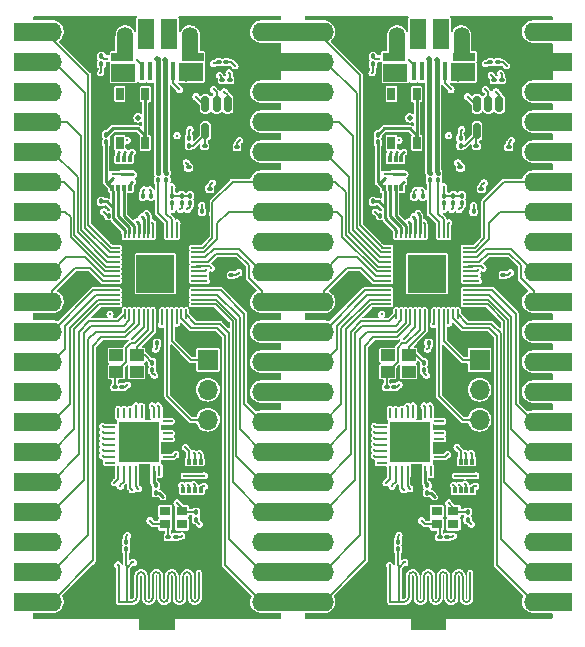
<source format=gbr>
G04 #@! TF.GenerationSoftware,KiCad,Pcbnew,7.0.7*
G04 #@! TF.CreationDate,2023-10-11T15:24:25+07:00*
G04 #@! TF.ProjectId,panel,70616e65-6c2e-46b6-9963-61645f706362,rev?*
G04 #@! TF.SameCoordinates,Original*
G04 #@! TF.FileFunction,Copper,L1,Top*
G04 #@! TF.FilePolarity,Positive*
%FSLAX46Y46*%
G04 Gerber Fmt 4.6, Leading zero omitted, Abs format (unit mm)*
G04 Created by KiCad (PCBNEW 7.0.7) date 2023-10-11 15:24:25*
%MOMM*%
%LPD*%
G01*
G04 APERTURE LIST*
G04 Aperture macros list*
%AMRoundRect*
0 Rectangle with rounded corners*
0 $1 Rounding radius*
0 $2 $3 $4 $5 $6 $7 $8 $9 X,Y pos of 4 corners*
0 Add a 4 corners polygon primitive as box body*
4,1,4,$2,$3,$4,$5,$6,$7,$8,$9,$2,$3,0*
0 Add four circle primitives for the rounded corners*
1,1,$1+$1,$2,$3*
1,1,$1+$1,$4,$5*
1,1,$1+$1,$6,$7*
1,1,$1+$1,$8,$9*
0 Add four rect primitives between the rounded corners*
20,1,$1+$1,$2,$3,$4,$5,0*
20,1,$1+$1,$4,$5,$6,$7,0*
20,1,$1+$1,$6,$7,$8,$9,0*
20,1,$1+$1,$8,$9,$2,$3,0*%
G04 Aperture macros list end*
G04 #@! TA.AperFunction,EtchedComponent*
%ADD10C,0.200000*%
G04 #@! TD*
G04 #@! TA.AperFunction,ComponentPad*
%ADD11R,3.200000X1.600000*%
G04 #@! TD*
G04 #@! TA.AperFunction,ComponentPad*
%ADD12O,1.700000X1.600000*%
G04 #@! TD*
G04 #@! TA.AperFunction,SMDPad,CuDef*
%ADD13RoundRect,0.100000X0.100000X-0.130000X0.100000X0.130000X-0.100000X0.130000X-0.100000X-0.130000X0*%
G04 #@! TD*
G04 #@! TA.AperFunction,SMDPad,CuDef*
%ADD14RoundRect,0.100000X0.130000X0.100000X-0.130000X0.100000X-0.130000X-0.100000X0.130000X-0.100000X0*%
G04 #@! TD*
G04 #@! TA.AperFunction,SMDPad,CuDef*
%ADD15RoundRect,0.100000X-0.100000X0.130000X-0.100000X-0.130000X0.100000X-0.130000X0.100000X0.130000X0*%
G04 #@! TD*
G04 #@! TA.AperFunction,SMDPad,CuDef*
%ADD16RoundRect,0.150000X-0.150000X0.512500X-0.150000X-0.512500X0.150000X-0.512500X0.150000X0.512500X0*%
G04 #@! TD*
G04 #@! TA.AperFunction,SMDPad,CuDef*
%ADD17RoundRect,0.100000X-0.130000X-0.100000X0.130000X-0.100000X0.130000X0.100000X-0.130000X0.100000X0*%
G04 #@! TD*
G04 #@! TA.AperFunction,SMDPad,CuDef*
%ADD18RoundRect,0.014000X0.161000X-0.231000X0.161000X0.231000X-0.161000X0.231000X-0.161000X-0.231000X0*%
G04 #@! TD*
G04 #@! TA.AperFunction,SMDPad,CuDef*
%ADD19R,1.600000X0.200000*%
G04 #@! TD*
G04 #@! TA.AperFunction,SMDPad,CuDef*
%ADD20R,0.900000X0.800000*%
G04 #@! TD*
G04 #@! TA.AperFunction,SMDPad,CuDef*
%ADD21R,0.400000X1.650000*%
G04 #@! TD*
G04 #@! TA.AperFunction,SMDPad,CuDef*
%ADD22R,1.825000X0.700000*%
G04 #@! TD*
G04 #@! TA.AperFunction,SMDPad,CuDef*
%ADD23R,2.000000X1.500000*%
G04 #@! TD*
G04 #@! TA.AperFunction,SMDPad,CuDef*
%ADD24R,1.350000X2.000000*%
G04 #@! TD*
G04 #@! TA.AperFunction,ComponentPad*
%ADD25O,1.350000X1.700000*%
G04 #@! TD*
G04 #@! TA.AperFunction,ComponentPad*
%ADD26O,1.100000X1.500000*%
G04 #@! TD*
G04 #@! TA.AperFunction,SMDPad,CuDef*
%ADD27R,1.430000X2.500000*%
G04 #@! TD*
G04 #@! TA.AperFunction,SMDPad,CuDef*
%ADD28R,0.650000X1.050000*%
G04 #@! TD*
G04 #@! TA.AperFunction,SMDPad,CuDef*
%ADD29RoundRect,0.062500X0.375000X0.062500X-0.375000X0.062500X-0.375000X-0.062500X0.375000X-0.062500X0*%
G04 #@! TD*
G04 #@! TA.AperFunction,SMDPad,CuDef*
%ADD30RoundRect,0.062500X0.062500X0.375000X-0.062500X0.375000X-0.062500X-0.375000X0.062500X-0.375000X0*%
G04 #@! TD*
G04 #@! TA.AperFunction,SMDPad,CuDef*
%ADD31R,3.450000X3.450000*%
G04 #@! TD*
G04 #@! TA.AperFunction,SMDPad,CuDef*
%ADD32R,1.150000X1.000000*%
G04 #@! TD*
G04 #@! TA.AperFunction,SMDPad,CuDef*
%ADD33R,0.200000X0.400000*%
G04 #@! TD*
G04 #@! TA.AperFunction,SMDPad,CuDef*
%ADD34RoundRect,0.050000X-0.387500X-0.050000X0.387500X-0.050000X0.387500X0.050000X-0.387500X0.050000X0*%
G04 #@! TD*
G04 #@! TA.AperFunction,SMDPad,CuDef*
%ADD35RoundRect,0.050000X-0.050000X-0.387500X0.050000X-0.387500X0.050000X0.387500X-0.050000X0.387500X0*%
G04 #@! TD*
G04 #@! TA.AperFunction,SMDPad,CuDef*
%ADD36R,3.200000X3.200000*%
G04 #@! TD*
G04 #@! TA.AperFunction,ComponentPad*
%ADD37R,1.700000X1.700000*%
G04 #@! TD*
G04 #@! TA.AperFunction,ComponentPad*
%ADD38O,1.700000X1.700000*%
G04 #@! TD*
G04 #@! TA.AperFunction,ViaPad*
%ADD39C,0.300000*%
G04 #@! TD*
G04 #@! TA.AperFunction,ViaPad*
%ADD40C,0.550000*%
G04 #@! TD*
G04 #@! TA.AperFunction,ViaPad*
%ADD41C,0.500000*%
G04 #@! TD*
G04 #@! TA.AperFunction,Conductor*
%ADD42C,0.200000*%
G04 #@! TD*
G04 #@! TA.AperFunction,Conductor*
%ADD43C,0.250000*%
G04 #@! TD*
G04 #@! TA.AperFunction,Conductor*
%ADD44C,0.400000*%
G04 #@! TD*
G04 APERTURE END LIST*
D10*
G04 #@! TO.C,AE1*
X133765000Y-74142500D02*
X133765000Y-76592500D01*
X133765000Y-76592500D02*
X134880000Y-76592500D01*
X134480000Y-74142500D02*
X134480000Y-76592500D01*
X135330000Y-74392500D02*
X135330000Y-76142500D01*
X135980000Y-76267500D02*
X135980000Y-74392500D01*
X136630000Y-74392500D02*
X136630000Y-76267500D01*
X137280000Y-76267500D02*
X137280000Y-74392500D01*
X137930000Y-74392500D02*
X137930000Y-76267500D01*
X138580000Y-76267500D02*
X138580000Y-74392500D01*
X139230000Y-74392500D02*
X139230000Y-76267500D01*
X139880000Y-76267500D02*
X139880000Y-74392500D01*
X140530000Y-76267500D02*
X140530000Y-74092500D01*
X135980000Y-74392500D02*
G75*
G03*
X135330000Y-74392500I-325000J0D01*
G01*
X134880000Y-76592500D02*
G75*
G03*
X135330000Y-76142500I0J450000D01*
G01*
X137280000Y-74392500D02*
G75*
G03*
X136630000Y-74392500I-325000J0D01*
G01*
X135980000Y-76267500D02*
G75*
G03*
X136630000Y-76267500I325000J0D01*
G01*
X138580000Y-74392500D02*
G75*
G03*
X137930000Y-74392500I-325000J0D01*
G01*
X137280000Y-76267500D02*
G75*
G03*
X137930000Y-76267500I325000J0D01*
G01*
X139880000Y-74392500D02*
G75*
G03*
X139230000Y-74392500I-325000J0D01*
G01*
X138580000Y-76267500D02*
G75*
G03*
X139230000Y-76267500I325000J0D01*
G01*
X139880000Y-76267500D02*
G75*
G03*
X140530000Y-76267500I325000J0D01*
G01*
X156765000Y-74142500D02*
X156765000Y-76592500D01*
X156765000Y-76592500D02*
X157880000Y-76592500D01*
X157480000Y-74142500D02*
X157480000Y-76592500D01*
X158330000Y-74392500D02*
X158330000Y-76142500D01*
X158980000Y-76267500D02*
X158980000Y-74392500D01*
X159630000Y-74392500D02*
X159630000Y-76267500D01*
X160280000Y-76267500D02*
X160280000Y-74392500D01*
X160930000Y-74392500D02*
X160930000Y-76267500D01*
X161580000Y-76267500D02*
X161580000Y-74392500D01*
X162230000Y-74392500D02*
X162230000Y-76267500D01*
X162880000Y-76267500D02*
X162880000Y-74392500D01*
X163530000Y-76267500D02*
X163530000Y-74092500D01*
X158980000Y-74392500D02*
G75*
G03*
X158330000Y-74392500I-325000J0D01*
G01*
X157880000Y-76592500D02*
G75*
G03*
X158330000Y-76142500I0J450000D01*
G01*
X160280000Y-74392500D02*
G75*
G03*
X159630000Y-74392500I-325000J0D01*
G01*
X158980000Y-76267500D02*
G75*
G03*
X159630000Y-76267500I325000J0D01*
G01*
X161580000Y-74392500D02*
G75*
G03*
X160930000Y-74392500I-325000J0D01*
G01*
X160280000Y-76267500D02*
G75*
G03*
X160930000Y-76267500I325000J0D01*
G01*
X162880000Y-74392500D02*
G75*
G03*
X162230000Y-74392500I-325000J0D01*
G01*
X161580000Y-76267500D02*
G75*
G03*
X162230000Y-76267500I325000J0D01*
G01*
X162880000Y-76267500D02*
G75*
G03*
X163530000Y-76267500I325000J0D01*
G01*
G04 #@! TD*
D11*
G04 #@! TO.P,J3,1,Pin_1*
G04 #@! TO.N,Board_0-VBUS*
X147500000Y-28300000D03*
D12*
X145890000Y-28300000D03*
D11*
G04 #@! TO.P,J3,2,Pin_2*
G04 #@! TO.N,Board_0-+3.3V*
X147500000Y-30840000D03*
D12*
X145890000Y-30840000D03*
D11*
G04 #@! TO.P,J3,3,Pin_3*
G04 #@! TO.N,Board_0-GND*
X147500000Y-33380000D03*
D12*
X145890000Y-33380000D03*
D11*
G04 #@! TO.P,J3,4,Pin_4*
G04 #@! TO.N,Board_0-+1V1*
X147500000Y-35920000D03*
D12*
X145890000Y-35920000D03*
D11*
G04 #@! TO.P,J3,5,Pin_5*
G04 #@! TO.N,Board_0-/RESET*
X147500000Y-38460000D03*
D12*
X145890000Y-38460000D03*
D11*
G04 #@! TO.P,J3,6,Pin_6*
G04 #@! TO.N,Board_0-/P29*
X147500000Y-41000000D03*
D12*
X145890000Y-41000000D03*
D11*
G04 #@! TO.P,J3,7,Pin_7*
G04 #@! TO.N,Board_0-/P28*
X147500000Y-43540000D03*
D12*
X145890000Y-43540000D03*
D11*
G04 #@! TO.P,J3,8,Pin_8*
G04 #@! TO.N,Board_0-GND*
X147500000Y-46080000D03*
D12*
X145890000Y-46080000D03*
D11*
G04 #@! TO.P,J3,9,Pin_9*
G04 #@! TO.N,Board_0-/P27*
X147500000Y-48620000D03*
D12*
X145890000Y-48620000D03*
D11*
G04 #@! TO.P,J3,10,Pin_10*
G04 #@! TO.N,Board_0-/P26*
X147500000Y-51160000D03*
D12*
X145890000Y-51160000D03*
D11*
G04 #@! TO.P,J3,11,Pin_11*
G04 #@! TO.N,Board_0-/FLASH_SS*
X147500000Y-53700000D03*
D12*
X145890000Y-53700000D03*
D11*
G04 #@! TO.P,J3,12,Pin_12*
G04 #@! TO.N,Board_0-unconnected-(J3-Pin_12-Pad12)*
X147500000Y-56240000D03*
D12*
X145890000Y-56240000D03*
D11*
G04 #@! TO.P,J3,13,Pin_13*
G04 #@! TO.N,Board_0-GND*
X147500000Y-58780000D03*
D12*
X145890000Y-58780000D03*
D11*
G04 #@! TO.P,J3,14,Pin_14*
G04 #@! TO.N,Board_0-/P21*
X147500000Y-61320000D03*
D12*
X145890000Y-61320000D03*
D11*
G04 #@! TO.P,J3,15,Pin_15*
G04 #@! TO.N,Board_0-/P20*
X147500000Y-63860000D03*
D12*
X145890000Y-63860000D03*
D11*
G04 #@! TO.P,J3,16,Pin_16*
G04 #@! TO.N,Board_0-/P19*
X147500000Y-66400000D03*
D12*
X145890000Y-66400000D03*
D11*
G04 #@! TO.P,J3,17,Pin_17*
G04 #@! TO.N,Board_0-/P18*
X147500000Y-68940000D03*
D12*
X145890000Y-68940000D03*
D11*
G04 #@! TO.P,J3,18,Pin_18*
G04 #@! TO.N,Board_0-GND*
X147500000Y-71480000D03*
D12*
X145890000Y-71480000D03*
D11*
G04 #@! TO.P,J3,19,Pin_19*
G04 #@! TO.N,Board_0-/P17*
X147500000Y-74020000D03*
D12*
X145890000Y-74020000D03*
D11*
G04 #@! TO.P,J3,20,Pin_20*
G04 #@! TO.N,Board_0-/P16*
X147500000Y-76560000D03*
D12*
X145890000Y-76560000D03*
G04 #@! TD*
D11*
G04 #@! TO.P,J3,1,Pin_1*
G04 #@! TO.N,Board_1-VBUS*
X170500000Y-28300000D03*
D12*
X168890000Y-28300000D03*
D11*
G04 #@! TO.P,J3,2,Pin_2*
G04 #@! TO.N,Board_1-+3.3V*
X170500000Y-30840000D03*
D12*
X168890000Y-30840000D03*
D11*
G04 #@! TO.P,J3,3,Pin_3*
G04 #@! TO.N,Board_1-GND*
X170500000Y-33380000D03*
D12*
X168890000Y-33380000D03*
D11*
G04 #@! TO.P,J3,4,Pin_4*
G04 #@! TO.N,Board_1-+1V1*
X170500000Y-35920000D03*
D12*
X168890000Y-35920000D03*
D11*
G04 #@! TO.P,J3,5,Pin_5*
G04 #@! TO.N,Board_1-/RESET*
X170500000Y-38460000D03*
D12*
X168890000Y-38460000D03*
D11*
G04 #@! TO.P,J3,6,Pin_6*
G04 #@! TO.N,Board_1-/P29*
X170500000Y-41000000D03*
D12*
X168890000Y-41000000D03*
D11*
G04 #@! TO.P,J3,7,Pin_7*
G04 #@! TO.N,Board_1-/P28*
X170500000Y-43540000D03*
D12*
X168890000Y-43540000D03*
D11*
G04 #@! TO.P,J3,8,Pin_8*
G04 #@! TO.N,Board_1-GND*
X170500000Y-46080000D03*
D12*
X168890000Y-46080000D03*
D11*
G04 #@! TO.P,J3,9,Pin_9*
G04 #@! TO.N,Board_1-/P27*
X170500000Y-48620000D03*
D12*
X168890000Y-48620000D03*
D11*
G04 #@! TO.P,J3,10,Pin_10*
G04 #@! TO.N,Board_1-/P26*
X170500000Y-51160000D03*
D12*
X168890000Y-51160000D03*
D11*
G04 #@! TO.P,J3,11,Pin_11*
G04 #@! TO.N,Board_1-/FLASH_SS*
X170500000Y-53700000D03*
D12*
X168890000Y-53700000D03*
D11*
G04 #@! TO.P,J3,12,Pin_12*
G04 #@! TO.N,Board_1-unconnected-(J3-Pin_12-Pad12)*
X170500000Y-56240000D03*
D12*
X168890000Y-56240000D03*
D11*
G04 #@! TO.P,J3,13,Pin_13*
G04 #@! TO.N,Board_1-GND*
X170500000Y-58780000D03*
D12*
X168890000Y-58780000D03*
D11*
G04 #@! TO.P,J3,14,Pin_14*
G04 #@! TO.N,Board_1-/P21*
X170500000Y-61320000D03*
D12*
X168890000Y-61320000D03*
D11*
G04 #@! TO.P,J3,15,Pin_15*
G04 #@! TO.N,Board_1-/P20*
X170500000Y-63860000D03*
D12*
X168890000Y-63860000D03*
D11*
G04 #@! TO.P,J3,16,Pin_16*
G04 #@! TO.N,Board_1-/P19*
X170500000Y-66400000D03*
D12*
X168890000Y-66400000D03*
D11*
G04 #@! TO.P,J3,17,Pin_17*
G04 #@! TO.N,Board_1-/P18*
X170500000Y-68940000D03*
D12*
X168890000Y-68940000D03*
D11*
G04 #@! TO.P,J3,18,Pin_18*
G04 #@! TO.N,Board_1-GND*
X170500000Y-71480000D03*
D12*
X168890000Y-71480000D03*
D11*
G04 #@! TO.P,J3,19,Pin_19*
G04 #@! TO.N,Board_1-/P17*
X170500000Y-74020000D03*
D12*
X168890000Y-74020000D03*
D11*
G04 #@! TO.P,J3,20,Pin_20*
G04 #@! TO.N,Board_1-/P16*
X170500000Y-76560000D03*
D12*
X168890000Y-76560000D03*
G04 #@! TD*
D13*
G04 #@! TO.P,C1,1*
G04 #@! TO.N,Board_1-+1V1*
X161300000Y-42820000D03*
G04 #@! TO.P,C1,2*
G04 #@! TO.N,Board_1-GND*
X161300000Y-42180000D03*
G04 #@! TD*
D14*
G04 #@! TO.P,D1,1,K*
G04 #@! TO.N,Board_0-GND*
X142875000Y-30900000D03*
G04 #@! TO.P,D1,2,A*
G04 #@! TO.N,Board_0-VBUS*
X142235000Y-30900000D03*
G04 #@! TD*
D13*
G04 #@! TO.P,C9,1*
G04 #@! TO.N,Board_1-+3.3V*
X159500000Y-42865000D03*
G04 #@! TO.P,C9,2*
G04 #@! TO.N,Board_1-GND*
X159500000Y-42225000D03*
G04 #@! TD*
G04 #@! TO.P,D2,1,K*
G04 #@! TO.N,Board_1-GND*
X155300000Y-31040000D03*
G04 #@! TO.P,D2,2,A*
G04 #@! TO.N,Board_1-/P29*
X155300000Y-30400000D03*
G04 #@! TD*
D15*
G04 #@! TO.P,C16,1*
G04 #@! TO.N,Board_1-/ESP_CLKOUT*
X163300000Y-68980000D03*
G04 #@! TO.P,C16,2*
G04 #@! TO.N,Board_1-GND*
X163300000Y-69620000D03*
G04 #@! TD*
D16*
G04 #@! TO.P,U2,1,VIN*
G04 #@! TO.N,Board_1-VBUS*
X166000000Y-34425000D03*
G04 #@! TO.P,U2,2,GND*
G04 #@! TO.N,Board_1-GND*
X165050000Y-34425000D03*
G04 #@! TO.P,U2,3,EN*
G04 #@! TO.N,Board_1-VBUS*
X164100000Y-34425000D03*
G04 #@! TO.P,U2,4,SENSE/ADJ*
G04 #@! TO.N,Board_1-Net-(U2-SENSE{slash}ADJ)*
X164100000Y-36700000D03*
G04 #@! TO.P,U2,5,VOUT*
G04 #@! TO.N,Board_1-+3.3V*
X166000000Y-36700000D03*
G04 #@! TD*
D15*
G04 #@! TO.P,R1,1*
G04 #@! TO.N,Board_1-/DP*
X160100000Y-40235000D03*
G04 #@! TO.P,R1,2*
G04 #@! TO.N,Board_1-Net-(U1-USB_DP)*
X160100000Y-40875000D03*
G04 #@! TD*
D17*
G04 #@! TO.P,C7,1*
G04 #@! TO.N,Board_0-+3.3V*
X142660000Y-48900000D03*
G04 #@! TO.P,C7,2*
G04 #@! TO.N,Board_0-GND*
X143300000Y-48900000D03*
G04 #@! TD*
D18*
G04 #@! TO.P,U5,1,CS#*
G04 #@! TO.N,Board_0-/ESPFLASH_SS*
X139200000Y-67140000D03*
G04 #@! TO.P,U5,2,SO(IO1)*
G04 #@! TO.N,Board_0-/ESPFLASH_D1*
X139700000Y-67140000D03*
G04 #@! TO.P,U5,3,WP#(IO2)*
G04 #@! TO.N,Board_0-/ESPFLASH_D2*
X140200000Y-67140000D03*
G04 #@! TO.P,U5,4,VSS*
G04 #@! TO.N,Board_0-GND*
X140700000Y-67140000D03*
G04 #@! TO.P,U5,5,SI(IO0)*
G04 #@! TO.N,Board_0-/ESPFLASH_D0*
X140700000Y-64700000D03*
G04 #@! TO.P,U5,6,SCLK*
G04 #@! TO.N,Board_0-/ESPFLASH_CLOCK*
X140200000Y-64700000D03*
G04 #@! TO.P,U5,7,HOLD#(IO3)*
G04 #@! TO.N,Board_0-/ESPFLASH_D3*
X139700000Y-64700000D03*
G04 #@! TO.P,U5,8,VCC*
G04 #@! TO.N,Board_0-+3.3V*
X139200000Y-64700000D03*
D19*
G04 #@! TO.P,U5,9,EP*
G04 #@! TO.N,Board_0-GND*
X139950000Y-65920000D03*
G04 #@! TD*
D13*
G04 #@! TO.P,C10,1*
G04 #@! TO.N,Board_0-+3.3V*
X135800000Y-42865000D03*
G04 #@! TO.P,C10,2*
G04 #@! TO.N,Board_0-GND*
X135800000Y-42225000D03*
G04 #@! TD*
D18*
G04 #@! TO.P,U3,1,CS#*
G04 #@! TO.N,Board_0-/FLASH_SS*
X133200000Y-41540000D03*
G04 #@! TO.P,U3,2,SO(IO1)*
G04 #@! TO.N,Board_0-/FLASH_SD1*
X133700000Y-41540000D03*
G04 #@! TO.P,U3,3,WP#(IO2)*
G04 #@! TO.N,Board_0-/FLASH_SD2*
X134200000Y-41540000D03*
G04 #@! TO.P,U3,4,VSS*
G04 #@! TO.N,Board_0-GND*
X134700000Y-41540000D03*
G04 #@! TO.P,U3,5,SI(IO0)*
G04 #@! TO.N,Board_0-/FLASH_SD0*
X134700000Y-39100000D03*
G04 #@! TO.P,U3,6,SCLK*
G04 #@! TO.N,Board_0-/FLASH_CLOCK*
X134200000Y-39100000D03*
G04 #@! TO.P,U3,7,HOLD#(IO3)*
G04 #@! TO.N,Board_0-/FLASH_SD3*
X133700000Y-39100000D03*
G04 #@! TO.P,U3,8,VCC*
G04 #@! TO.N,Board_0-+3.3V*
X133200000Y-39100000D03*
D19*
G04 #@! TO.P,U3,9,EP*
G04 #@! TO.N,Board_0-GND*
X133950000Y-40320000D03*
G04 #@! TD*
D13*
G04 #@! TO.P,R7,1*
G04 #@! TO.N,Board_0-GND*
X136900000Y-67365000D03*
G04 #@! TO.P,R7,2*
G04 #@! TO.N,Board_0-Net-(U4-RES12K)*
X136900000Y-66725000D03*
G04 #@! TD*
D20*
G04 #@! TO.P,Y2,1,1*
G04 #@! TO.N,Board_1-/ESP_CLKIN*
X160700000Y-70000000D03*
G04 #@! TO.P,Y2,2,2*
G04 #@! TO.N,Board_1-GND*
X162100000Y-70000000D03*
G04 #@! TO.P,Y2,3,3*
G04 #@! TO.N,Board_1-/ESP_CLKOUT*
X162100000Y-68900000D03*
G04 #@! TO.P,Y2,4,4*
G04 #@! TO.N,Board_1-GND*
X160700000Y-68900000D03*
G04 #@! TD*
D17*
G04 #@! TO.P,C7,1*
G04 #@! TO.N,Board_1-+3.3V*
X165660000Y-48900000D03*
G04 #@! TO.P,C7,2*
G04 #@! TO.N,Board_1-GND*
X166300000Y-48900000D03*
G04 #@! TD*
D13*
G04 #@! TO.P,C1,1*
G04 #@! TO.N,Board_0-+1V1*
X138300000Y-42820000D03*
G04 #@! TO.P,C1,2*
G04 #@! TO.N,Board_0-GND*
X138300000Y-42180000D03*
G04 #@! TD*
D15*
G04 #@! TO.P,R5,1*
G04 #@! TO.N,Board_1-+3.3V*
X155300000Y-42035000D03*
G04 #@! TO.P,R5,2*
G04 #@! TO.N,Board_1-/FLASH_SS*
X155300000Y-42675000D03*
G04 #@! TD*
D21*
G04 #@! TO.P,J1,1,VBUS*
G04 #@! TO.N,Board_1-VBUS*
X161360000Y-31650000D03*
G04 #@! TO.P,J1,2,D-*
G04 #@! TO.N,Board_1-/DM*
X160710000Y-31650000D03*
G04 #@! TO.P,J1,3,D+*
G04 #@! TO.N,Board_1-/DP*
X160060000Y-31650000D03*
G04 #@! TO.P,J1,4,ID*
G04 #@! TO.N,Board_1-unconnected-(J1-ID-Pad4)*
X159410000Y-31650000D03*
G04 #@! TO.P,J1,5,GND*
G04 #@! TO.N,Board_1-GND*
X158760000Y-31650000D03*
D22*
G04 #@! TO.P,J1,6,Shield*
X163010000Y-30450000D03*
D23*
X162910000Y-31750000D03*
D24*
X162790000Y-29700000D03*
D25*
X162790000Y-28770000D03*
D26*
X162480000Y-31770000D03*
D27*
X161020000Y-28500000D03*
X159100000Y-28500000D03*
D26*
X157640000Y-31770000D03*
D25*
X157330000Y-28770000D03*
D24*
X157310000Y-29700000D03*
D23*
X157160000Y-31770000D03*
D22*
X157060000Y-30450000D03*
G04 #@! TD*
D15*
G04 #@! TO.P,C16,1*
G04 #@! TO.N,Board_0-/ESP_CLKOUT*
X140300000Y-68980000D03*
G04 #@! TO.P,C16,2*
G04 #@! TO.N,Board_0-GND*
X140300000Y-69620000D03*
G04 #@! TD*
D17*
G04 #@! TO.P,C17,1*
G04 #@! TO.N,Board_1-/ESP_CLKIN*
X160935000Y-71100000D03*
G04 #@! TO.P,C17,2*
G04 #@! TO.N,Board_1-GND*
X161575000Y-71100000D03*
G04 #@! TD*
D20*
G04 #@! TO.P,Y2,1,1*
G04 #@! TO.N,Board_0-/ESP_CLKIN*
X137700000Y-70000000D03*
G04 #@! TO.P,Y2,2,2*
G04 #@! TO.N,Board_0-GND*
X139100000Y-70000000D03*
G04 #@! TO.P,Y2,3,3*
G04 #@! TO.N,Board_0-/ESP_CLKOUT*
X139100000Y-68900000D03*
G04 #@! TO.P,Y2,4,4*
G04 #@! TO.N,Board_0-GND*
X137700000Y-68900000D03*
G04 #@! TD*
D28*
G04 #@! TO.P,SW1,1,1*
G04 #@! TO.N,Board_1-GND*
X156850000Y-37725000D03*
X156850000Y-33575000D03*
G04 #@! TO.P,SW1,2,2*
G04 #@! TO.N,Board_1-Net-(R6-Pad1)*
X159000000Y-37725000D03*
X159000000Y-33600000D03*
G04 #@! TD*
D29*
G04 #@! TO.P,U4,1,VDDA*
G04 #@! TO.N,Board_0-+3.3V*
X137900000Y-64800000D03*
G04 #@! TO.P,U4,2,LNA*
G04 #@! TO.N,Board_0-/ESP_ANT*
X137900000Y-64300000D03*
G04 #@! TO.P,U4,3,VDD3P3*
G04 #@! TO.N,Board_0-+3.3V*
X137900000Y-63800000D03*
G04 #@! TO.P,U4,4,VDD3P3*
X137900000Y-63300000D03*
G04 #@! TO.P,U4,5,VDD_RTC*
G04 #@! TO.N,Board_0-unconnected-(U4-VDD_RTC-Pad5)*
X137900000Y-62800000D03*
G04 #@! TO.P,U4,6,TOUT*
G04 #@! TO.N,Board_0-unconnected-(U4-TOUT-Pad6)*
X137900000Y-62300000D03*
G04 #@! TO.P,U4,7,CHIP_PU*
G04 #@! TO.N,Board_0-+3.3V*
X137900000Y-61800000D03*
G04 #@! TO.P,U4,8,XPD_DCDC*
G04 #@! TO.N,Board_0-unconnected-(U4-XPD_DCDC-Pad8)*
X137900000Y-61300000D03*
D30*
G04 #@! TO.P,U4,9,MTMS*
G04 #@! TO.N,Board_0-/P22*
X137212500Y-60612500D03*
G04 #@! TO.P,U4,10,MTDI*
G04 #@! TO.N,Board_0-/P24*
X136712500Y-60612500D03*
G04 #@! TO.P,U4,11,VDDPST*
G04 #@! TO.N,Board_0-+3.3V*
X136212500Y-60612500D03*
G04 #@! TO.P,U4,12,MTCK*
G04 #@! TO.N,Board_0-/P23*
X135712500Y-60612500D03*
G04 #@! TO.P,U4,13,MTDO*
G04 #@! TO.N,Board_0-/P25*
X135212500Y-60612500D03*
G04 #@! TO.P,U4,14,GPIO2*
G04 #@! TO.N,Board_0-unconnected-(U4-GPIO2-Pad14)*
X134712500Y-60612500D03*
G04 #@! TO.P,U4,15,GPIO0*
G04 #@! TO.N,Board_0-unconnected-(U4-GPIO0-Pad15)*
X134212500Y-60612500D03*
G04 #@! TO.P,U4,16,GPIO4*
G04 #@! TO.N,Board_0-unconnected-(U4-GPIO4-Pad16)*
X133712500Y-60612500D03*
D29*
G04 #@! TO.P,U4,17,VDDPST*
G04 #@! TO.N,Board_0-+3.3V*
X133025000Y-61300000D03*
G04 #@! TO.P,U4,18,SDIO_DATA_2*
G04 #@! TO.N,Board_0-/ESPFLASH_D2*
X133025000Y-61800000D03*
G04 #@! TO.P,U4,19,SDIO_DATA_3*
G04 #@! TO.N,Board_0-/ESPFLASH_D3*
X133025000Y-62300000D03*
G04 #@! TO.P,U4,20,SDIO_CMD*
G04 #@! TO.N,Board_0-/ESPFLASH_SS*
X133025000Y-62800000D03*
G04 #@! TO.P,U4,21,SDIO_CLK*
G04 #@! TO.N,Board_0-/ESPFLASH_CLOCK*
X133025000Y-63300000D03*
G04 #@! TO.P,U4,22,SDIO_DATA_0*
G04 #@! TO.N,Board_0-/ESPFLASH_D0*
X133025000Y-63800000D03*
G04 #@! TO.P,U4,23,SDIO_DATA_1*
G04 #@! TO.N,Board_0-/ESPFLASH_D1*
X133025000Y-64300000D03*
G04 #@! TO.P,U4,24,GPIO5*
G04 #@! TO.N,Board_0-unconnected-(U4-GPIO5-Pad24)*
X133025000Y-64800000D03*
D30*
G04 #@! TO.P,U4,25,U0RXD*
G04 #@! TO.N,Board_0-Net-(U4-U0RXD)*
X133712500Y-65487500D03*
G04 #@! TO.P,U4,26,U0TXD*
G04 #@! TO.N,Board_0-Net-(U4-U0TXD)*
X134212500Y-65487500D03*
G04 #@! TO.P,U4,27,XTAL_OUT*
G04 #@! TO.N,Board_0-/ESP_CLKOUT*
X134712500Y-65487500D03*
G04 #@! TO.P,U4,28,XTAL_IN*
G04 #@! TO.N,Board_0-/ESP_CLKIN*
X135212500Y-65487500D03*
G04 #@! TO.P,U4,29,VDDD*
G04 #@! TO.N,Board_0-+3.3V*
X135712500Y-65487500D03*
G04 #@! TO.P,U4,30,VDDA*
X136212500Y-65487500D03*
G04 #@! TO.P,U4,31,RES12K*
G04 #@! TO.N,Board_0-Net-(U4-RES12K)*
X136712500Y-65487500D03*
G04 #@! TO.P,U4,32,~{EXT_RSTB}*
G04 #@! TO.N,Board_0-unconnected-(U4-~{EXT_RSTB}-Pad32)*
X137212500Y-65487500D03*
D31*
G04 #@! TO.P,U4,33,GND*
G04 #@! TO.N,Board_0-GND*
X135462500Y-63050000D03*
G04 #@! TD*
D13*
G04 #@! TO.P,C18,1*
G04 #@! TO.N,Board_0-/ESP_ANT*
X134390000Y-72115000D03*
G04 #@! TO.P,C18,2*
G04 #@! TO.N,Board_0-GND*
X134390000Y-71475000D03*
G04 #@! TD*
D14*
G04 #@! TO.P,D1,1,K*
G04 #@! TO.N,Board_1-GND*
X165875000Y-30900000D03*
G04 #@! TO.P,D1,2,A*
G04 #@! TO.N,Board_1-VBUS*
X165235000Y-30900000D03*
G04 #@! TD*
D32*
G04 #@! TO.P,Y1,1,1*
G04 #@! TO.N,Board_1-/CLKIN*
X156550000Y-57100000D03*
G04 #@! TO.P,Y1,2,2*
G04 #@! TO.N,Board_1-GND*
X158300000Y-57100000D03*
G04 #@! TO.P,Y1,3,3*
G04 #@! TO.N,Board_1-/CLKOUT*
X158300000Y-55700000D03*
G04 #@! TO.P,Y1,4,4*
G04 #@! TO.N,Board_1-GND*
X156550000Y-55700000D03*
G04 #@! TD*
D15*
G04 #@! TO.P,C14,1*
G04 #@! TO.N,Board_1-/CLKOUT*
X159600000Y-56335000D03*
G04 #@! TO.P,C14,2*
G04 #@! TO.N,Board_1-GND*
X159600000Y-56975000D03*
G04 #@! TD*
D33*
G04 #@! TO.P,AE1,1,FEED*
G04 #@! TO.N,Board_0-GND*
X133765000Y-73940000D03*
G04 #@! TO.P,AE1,2,PCB_Trace*
G04 #@! TO.N,Board_0-/ESP_ANT*
X134480000Y-73940000D03*
G04 #@! TD*
D17*
G04 #@! TO.P,C11,1*
G04 #@! TO.N,Board_1-+3.3V*
X163835000Y-41600000D03*
G04 #@! TO.P,C11,2*
G04 #@! TO.N,Board_1-GND*
X164475000Y-41600000D03*
G04 #@! TD*
D32*
G04 #@! TO.P,Y1,1,1*
G04 #@! TO.N,Board_0-/CLKIN*
X133550000Y-57100000D03*
G04 #@! TO.P,Y1,2,2*
G04 #@! TO.N,Board_0-GND*
X135300000Y-57100000D03*
G04 #@! TO.P,Y1,3,3*
G04 #@! TO.N,Board_0-/CLKOUT*
X135300000Y-55700000D03*
G04 #@! TO.P,Y1,4,4*
G04 #@! TO.N,Board_0-GND*
X133550000Y-55700000D03*
G04 #@! TD*
D33*
G04 #@! TO.P,AE1,1,FEED*
G04 #@! TO.N,Board_1-GND*
X156765000Y-73940000D03*
G04 #@! TO.P,AE1,2,PCB_Trace*
G04 #@! TO.N,Board_1-/ESP_ANT*
X157480000Y-73940000D03*
G04 #@! TD*
D13*
G04 #@! TO.P,R7,1*
G04 #@! TO.N,Board_1-GND*
X159900000Y-67365000D03*
G04 #@! TO.P,R7,2*
G04 #@! TO.N,Board_1-Net-(U4-RES12K)*
X159900000Y-66725000D03*
G04 #@! TD*
G04 #@! TO.P,C4,1*
G04 #@! TO.N,Board_1-+3.3V*
X155900000Y-44520000D03*
G04 #@! TO.P,C4,2*
G04 #@! TO.N,Board_1-GND*
X155900000Y-43880000D03*
G04 #@! TD*
G04 #@! TO.P,C4,1*
G04 #@! TO.N,Board_0-+3.3V*
X132900000Y-44520000D03*
G04 #@! TO.P,C4,2*
G04 #@! TO.N,Board_0-GND*
X132900000Y-43880000D03*
G04 #@! TD*
G04 #@! TO.P,C3,1*
G04 #@! TO.N,Board_0-+1V1*
X139800000Y-42820000D03*
G04 #@! TO.P,C3,2*
G04 #@! TO.N,Board_0-GND*
X139800000Y-42180000D03*
G04 #@! TD*
D11*
G04 #@! TO.P,J2,1,Pin_1*
G04 #@! TO.N,Board_1-/P0*
X149490000Y-28300000D03*
D12*
X151100000Y-28300000D03*
D11*
G04 #@! TO.P,J2,2,Pin_2*
G04 #@! TO.N,Board_1-/P1*
X149490000Y-30840000D03*
D12*
X151100000Y-30840000D03*
D11*
G04 #@! TO.P,J2,3,Pin_3*
G04 #@! TO.N,Board_1-GND*
X149490000Y-33380000D03*
D12*
X151100000Y-33380000D03*
D11*
G04 #@! TO.P,J2,4,Pin_4*
G04 #@! TO.N,Board_1-/P2*
X149490000Y-35920000D03*
D12*
X151100000Y-35920000D03*
D11*
G04 #@! TO.P,J2,5,Pin_5*
G04 #@! TO.N,Board_1-/P3*
X149490000Y-38460000D03*
D12*
X151100000Y-38460000D03*
D11*
G04 #@! TO.P,J2,6,Pin_6*
G04 #@! TO.N,Board_1-/P4*
X149490000Y-41000000D03*
D12*
X151100000Y-41000000D03*
D11*
G04 #@! TO.P,J2,7,Pin_7*
G04 #@! TO.N,Board_1-/P5*
X149490000Y-43540000D03*
D12*
X151100000Y-43540000D03*
D11*
G04 #@! TO.P,J2,8,Pin_8*
G04 #@! TO.N,Board_1-GND*
X149490000Y-46080000D03*
D12*
X151100000Y-46080000D03*
D11*
G04 #@! TO.P,J2,9,Pin_9*
G04 #@! TO.N,Board_1-/P6*
X149490000Y-48620000D03*
D12*
X151100000Y-48620000D03*
D11*
G04 #@! TO.P,J2,10,Pin_10*
G04 #@! TO.N,Board_1-/P7*
X149490000Y-51160000D03*
D12*
X151100000Y-51160000D03*
D11*
G04 #@! TO.P,J2,11,Pin_11*
G04 #@! TO.N,Board_1-/P8*
X149490000Y-53700000D03*
D12*
X151100000Y-53700000D03*
D11*
G04 #@! TO.P,J2,12,Pin_12*
G04 #@! TO.N,Board_1-/P9*
X149490000Y-56240000D03*
D12*
X151100000Y-56240000D03*
D11*
G04 #@! TO.P,J2,13,Pin_13*
G04 #@! TO.N,Board_1-GND*
X149490000Y-58780000D03*
D12*
X151100000Y-58780000D03*
D11*
G04 #@! TO.P,J2,14,Pin_14*
G04 #@! TO.N,Board_1-/P10*
X149490000Y-61320000D03*
D12*
X151100000Y-61320000D03*
D11*
G04 #@! TO.P,J2,15,Pin_15*
G04 #@! TO.N,Board_1-/P11*
X149490000Y-63860000D03*
D12*
X151100000Y-63860000D03*
D11*
G04 #@! TO.P,J2,16,Pin_16*
G04 #@! TO.N,Board_1-/P12*
X149490000Y-66400000D03*
D12*
X151100000Y-66400000D03*
D11*
G04 #@! TO.P,J2,17,Pin_17*
G04 #@! TO.N,Board_1-/P13*
X149490000Y-68940000D03*
D12*
X151100000Y-68940000D03*
D11*
G04 #@! TO.P,J2,18,Pin_18*
G04 #@! TO.N,Board_1-GND*
X149490000Y-71480000D03*
D12*
X151100000Y-71480000D03*
D11*
G04 #@! TO.P,J2,19,Pin_19*
G04 #@! TO.N,Board_1-/P14*
X149490000Y-74020000D03*
D12*
X151100000Y-74020000D03*
D11*
G04 #@! TO.P,J2,20,Pin_20*
G04 #@! TO.N,Board_1-/P15*
X149490000Y-76560000D03*
D12*
X151100000Y-76560000D03*
G04 #@! TD*
D15*
G04 #@! TO.P,C6,1*
G04 #@! TO.N,Board_0-+3.3V*
X137000000Y-54035000D03*
G04 #@! TO.P,C6,2*
G04 #@! TO.N,Board_0-GND*
X137000000Y-54675000D03*
G04 #@! TD*
D17*
G04 #@! TO.P,R3,1*
G04 #@! TO.N,Board_0-Net-(U2-SENSE{slash}ADJ)*
X141035000Y-38000000D03*
G04 #@! TO.P,R3,2*
G04 #@! TO.N,Board_0-+3.3V*
X141675000Y-38000000D03*
G04 #@! TD*
G04 #@! TO.P,C5,1*
G04 #@! TO.N,Board_1-+3.3V*
X162035000Y-39800000D03*
G04 #@! TO.P,C5,2*
G04 #@! TO.N,Board_1-GND*
X162675000Y-39800000D03*
G04 #@! TD*
D11*
G04 #@! TO.P,J2,1,Pin_1*
G04 #@! TO.N,Board_0-/P0*
X126490000Y-28300000D03*
D12*
X128100000Y-28300000D03*
D11*
G04 #@! TO.P,J2,2,Pin_2*
G04 #@! TO.N,Board_0-/P1*
X126490000Y-30840000D03*
D12*
X128100000Y-30840000D03*
D11*
G04 #@! TO.P,J2,3,Pin_3*
G04 #@! TO.N,Board_0-GND*
X126490000Y-33380000D03*
D12*
X128100000Y-33380000D03*
D11*
G04 #@! TO.P,J2,4,Pin_4*
G04 #@! TO.N,Board_0-/P2*
X126490000Y-35920000D03*
D12*
X128100000Y-35920000D03*
D11*
G04 #@! TO.P,J2,5,Pin_5*
G04 #@! TO.N,Board_0-/P3*
X126490000Y-38460000D03*
D12*
X128100000Y-38460000D03*
D11*
G04 #@! TO.P,J2,6,Pin_6*
G04 #@! TO.N,Board_0-/P4*
X126490000Y-41000000D03*
D12*
X128100000Y-41000000D03*
D11*
G04 #@! TO.P,J2,7,Pin_7*
G04 #@! TO.N,Board_0-/P5*
X126490000Y-43540000D03*
D12*
X128100000Y-43540000D03*
D11*
G04 #@! TO.P,J2,8,Pin_8*
G04 #@! TO.N,Board_0-GND*
X126490000Y-46080000D03*
D12*
X128100000Y-46080000D03*
D11*
G04 #@! TO.P,J2,9,Pin_9*
G04 #@! TO.N,Board_0-/P6*
X126490000Y-48620000D03*
D12*
X128100000Y-48620000D03*
D11*
G04 #@! TO.P,J2,10,Pin_10*
G04 #@! TO.N,Board_0-/P7*
X126490000Y-51160000D03*
D12*
X128100000Y-51160000D03*
D11*
G04 #@! TO.P,J2,11,Pin_11*
G04 #@! TO.N,Board_0-/P8*
X126490000Y-53700000D03*
D12*
X128100000Y-53700000D03*
D11*
G04 #@! TO.P,J2,12,Pin_12*
G04 #@! TO.N,Board_0-/P9*
X126490000Y-56240000D03*
D12*
X128100000Y-56240000D03*
D11*
G04 #@! TO.P,J2,13,Pin_13*
G04 #@! TO.N,Board_0-GND*
X126490000Y-58780000D03*
D12*
X128100000Y-58780000D03*
D11*
G04 #@! TO.P,J2,14,Pin_14*
G04 #@! TO.N,Board_0-/P10*
X126490000Y-61320000D03*
D12*
X128100000Y-61320000D03*
D11*
G04 #@! TO.P,J2,15,Pin_15*
G04 #@! TO.N,Board_0-/P11*
X126490000Y-63860000D03*
D12*
X128100000Y-63860000D03*
D11*
G04 #@! TO.P,J2,16,Pin_16*
G04 #@! TO.N,Board_0-/P12*
X126490000Y-66400000D03*
D12*
X128100000Y-66400000D03*
D11*
G04 #@! TO.P,J2,17,Pin_17*
G04 #@! TO.N,Board_0-/P13*
X126490000Y-68940000D03*
D12*
X128100000Y-68940000D03*
D11*
G04 #@! TO.P,J2,18,Pin_18*
G04 #@! TO.N,Board_0-GND*
X126490000Y-71480000D03*
D12*
X128100000Y-71480000D03*
D11*
G04 #@! TO.P,J2,19,Pin_19*
G04 #@! TO.N,Board_0-/P14*
X126490000Y-74020000D03*
D12*
X128100000Y-74020000D03*
D11*
G04 #@! TO.P,J2,20,Pin_20*
G04 #@! TO.N,Board_0-/P15*
X126490000Y-76560000D03*
D12*
X128100000Y-76560000D03*
G04 #@! TD*
D18*
G04 #@! TO.P,U3,1,CS#*
G04 #@! TO.N,Board_1-/FLASH_SS*
X156200000Y-41540000D03*
G04 #@! TO.P,U3,2,SO(IO1)*
G04 #@! TO.N,Board_1-/FLASH_SD1*
X156700000Y-41540000D03*
G04 #@! TO.P,U3,3,WP#(IO2)*
G04 #@! TO.N,Board_1-/FLASH_SD2*
X157200000Y-41540000D03*
G04 #@! TO.P,U3,4,VSS*
G04 #@! TO.N,Board_1-GND*
X157700000Y-41540000D03*
G04 #@! TO.P,U3,5,SI(IO0)*
G04 #@! TO.N,Board_1-/FLASH_SD0*
X157700000Y-39100000D03*
G04 #@! TO.P,U3,6,SCLK*
G04 #@! TO.N,Board_1-/FLASH_CLOCK*
X157200000Y-39100000D03*
G04 #@! TO.P,U3,7,HOLD#(IO3)*
G04 #@! TO.N,Board_1-/FLASH_SD3*
X156700000Y-39100000D03*
G04 #@! TO.P,U3,8,VCC*
G04 #@! TO.N,Board_1-+3.3V*
X156200000Y-39100000D03*
D19*
G04 #@! TO.P,U3,9,EP*
G04 #@! TO.N,Board_1-GND*
X156950000Y-40320000D03*
G04 #@! TD*
D15*
G04 #@! TO.P,R1,1*
G04 #@! TO.N,Board_0-/DP*
X137100000Y-40235000D03*
G04 #@! TO.P,R1,2*
G04 #@! TO.N,Board_0-Net-(U1-USB_DP)*
X137100000Y-40875000D03*
G04 #@! TD*
D28*
G04 #@! TO.P,SW1,1,1*
G04 #@! TO.N,Board_0-GND*
X133850000Y-37725000D03*
X133850000Y-33575000D03*
G04 #@! TO.P,SW1,2,2*
G04 #@! TO.N,Board_0-Net-(R6-Pad1)*
X136000000Y-37725000D03*
X136000000Y-33600000D03*
G04 #@! TD*
D13*
G04 #@! TO.P,R4,1*
G04 #@! TO.N,Board_0-Net-(U2-SENSE{slash}ADJ)*
X139700000Y-37965000D03*
G04 #@! TO.P,R4,2*
G04 #@! TO.N,Board_0-GND*
X139700000Y-37325000D03*
G04 #@! TD*
D15*
G04 #@! TO.P,C6,1*
G04 #@! TO.N,Board_1-+3.3V*
X160000000Y-54035000D03*
G04 #@! TO.P,C6,2*
G04 #@! TO.N,Board_1-GND*
X160000000Y-54675000D03*
G04 #@! TD*
G04 #@! TO.P,R2,1*
G04 #@! TO.N,Board_1-/DM*
X160800000Y-40235000D03*
G04 #@! TO.P,R2,2*
G04 #@! TO.N,Board_1-Net-(U1-USB_DM)*
X160800000Y-40875000D03*
G04 #@! TD*
D13*
G04 #@! TO.P,C3,1*
G04 #@! TO.N,Board_1-+1V1*
X162800000Y-42820000D03*
G04 #@! TO.P,C3,2*
G04 #@! TO.N,Board_1-GND*
X162800000Y-42180000D03*
G04 #@! TD*
D34*
G04 #@! TO.P,U1,1,IOVDD*
G04 #@! TO.N,Board_0-+3.3V*
X133425000Y-46200000D03*
G04 #@! TO.P,U1,2,GPIO0*
G04 #@! TO.N,Board_0-/P0*
X133425000Y-46600000D03*
G04 #@! TO.P,U1,3,GPIO1*
G04 #@! TO.N,Board_0-/P1*
X133425000Y-47000000D03*
G04 #@! TO.P,U1,4,GPIO2*
G04 #@! TO.N,Board_0-/P2*
X133425000Y-47400000D03*
G04 #@! TO.P,U1,5,GPIO3*
G04 #@! TO.N,Board_0-/P3*
X133425000Y-47800000D03*
G04 #@! TO.P,U1,6,GPIO4*
G04 #@! TO.N,Board_0-/P4*
X133425000Y-48200000D03*
G04 #@! TO.P,U1,7,GPIO5*
G04 #@! TO.N,Board_0-/P5*
X133425000Y-48600000D03*
G04 #@! TO.P,U1,8,GPIO6*
G04 #@! TO.N,Board_0-/P6*
X133425000Y-49000000D03*
G04 #@! TO.P,U1,9,GPIO7*
G04 #@! TO.N,Board_0-/P7*
X133425000Y-49400000D03*
G04 #@! TO.P,U1,10,IOVDD*
G04 #@! TO.N,Board_0-+3.3V*
X133425000Y-49800000D03*
G04 #@! TO.P,U1,11,GPIO8*
G04 #@! TO.N,Board_0-/P8*
X133425000Y-50200000D03*
G04 #@! TO.P,U1,12,GPIO9*
G04 #@! TO.N,Board_0-/P9*
X133425000Y-50600000D03*
G04 #@! TO.P,U1,13,GPIO10*
G04 #@! TO.N,Board_0-/P10*
X133425000Y-51000000D03*
G04 #@! TO.P,U1,14,GPIO11*
G04 #@! TO.N,Board_0-/P11*
X133425000Y-51400000D03*
D35*
G04 #@! TO.P,U1,15,GPIO12*
G04 #@! TO.N,Board_0-/P12*
X134262500Y-52237500D03*
G04 #@! TO.P,U1,16,GPIO13*
G04 #@! TO.N,Board_0-/P13*
X134662500Y-52237500D03*
G04 #@! TO.P,U1,17,GPIO14*
G04 #@! TO.N,Board_0-/P14*
X135062500Y-52237500D03*
G04 #@! TO.P,U1,18,GPIO15*
G04 #@! TO.N,Board_0-/P15*
X135462500Y-52237500D03*
G04 #@! TO.P,U1,19,TESTEN*
G04 #@! TO.N,Board_0-GND*
X135862500Y-52237500D03*
G04 #@! TO.P,U1,20,XIN*
G04 #@! TO.N,Board_0-/CLKIN*
X136262500Y-52237500D03*
G04 #@! TO.P,U1,21,XOUT*
G04 #@! TO.N,Board_0-/CLKOUT*
X136662500Y-52237500D03*
G04 #@! TO.P,U1,22,IOVDD*
G04 #@! TO.N,Board_0-+3.3V*
X137062500Y-52237500D03*
G04 #@! TO.P,U1,23,DVDD*
G04 #@! TO.N,Board_0-+1V1*
X137462500Y-52237500D03*
G04 #@! TO.P,U1,24,SWCLK*
G04 #@! TO.N,Board_0-/SWCLK*
X137862500Y-52237500D03*
G04 #@! TO.P,U1,25,SWD*
G04 #@! TO.N,Board_0-/SWDIO*
X138262500Y-52237500D03*
G04 #@! TO.P,U1,26,RUN*
G04 #@! TO.N,Board_0-/RESET*
X138662500Y-52237500D03*
G04 #@! TO.P,U1,27,GPIO16*
G04 #@! TO.N,Board_0-/P16*
X139062500Y-52237500D03*
G04 #@! TO.P,U1,28,GPIO17*
G04 #@! TO.N,Board_0-/P17*
X139462500Y-52237500D03*
D34*
G04 #@! TO.P,U1,29,GPIO18*
G04 #@! TO.N,Board_0-/P18*
X140300000Y-51400000D03*
G04 #@! TO.P,U1,30,GPIO19*
G04 #@! TO.N,Board_0-/P19*
X140300000Y-51000000D03*
G04 #@! TO.P,U1,31,GPIO20*
G04 #@! TO.N,Board_0-/P20*
X140300000Y-50600000D03*
G04 #@! TO.P,U1,32,GPIO21*
G04 #@! TO.N,Board_0-/P21*
X140300000Y-50200000D03*
G04 #@! TO.P,U1,33,IOVDD*
G04 #@! TO.N,Board_0-+3.3V*
X140300000Y-49800000D03*
G04 #@! TO.P,U1,34,GPIO22*
G04 #@! TO.N,Board_0-/P22*
X140300000Y-49400000D03*
G04 #@! TO.P,U1,35,GPIO23*
G04 #@! TO.N,Board_0-/P23*
X140300000Y-49000000D03*
G04 #@! TO.P,U1,36,GPIO24*
G04 #@! TO.N,Board_0-/P24*
X140300000Y-48600000D03*
G04 #@! TO.P,U1,37,GPIO25*
G04 #@! TO.N,Board_0-/P25*
X140300000Y-48200000D03*
G04 #@! TO.P,U1,38,GPIO26_ADC0*
G04 #@! TO.N,Board_0-/P26*
X140300000Y-47800000D03*
G04 #@! TO.P,U1,39,GPIO27_ADC1*
G04 #@! TO.N,Board_0-/P27*
X140300000Y-47400000D03*
G04 #@! TO.P,U1,40,GPIO28_ADC2*
G04 #@! TO.N,Board_0-/P28*
X140300000Y-47000000D03*
G04 #@! TO.P,U1,41,GPIO29_ADC3*
G04 #@! TO.N,Board_0-/P29*
X140300000Y-46600000D03*
G04 #@! TO.P,U1,42,IOVDD*
G04 #@! TO.N,Board_0-+3.3V*
X140300000Y-46200000D03*
D35*
G04 #@! TO.P,U1,43,ADC_AVDD*
X139462500Y-45362500D03*
G04 #@! TO.P,U1,44,VREG_IN*
X139062500Y-45362500D03*
G04 #@! TO.P,U1,45,VREG_VOUT*
G04 #@! TO.N,Board_0-+1V1*
X138662500Y-45362500D03*
G04 #@! TO.P,U1,46,USB_DM*
G04 #@! TO.N,Board_0-Net-(U1-USB_DM)*
X138262500Y-45362500D03*
G04 #@! TO.P,U1,47,USB_DP*
G04 #@! TO.N,Board_0-Net-(U1-USB_DP)*
X137862500Y-45362500D03*
G04 #@! TO.P,U1,48,USB_VDD*
G04 #@! TO.N,Board_0-+3.3V*
X137462500Y-45362500D03*
G04 #@! TO.P,U1,49,IOVDD*
X137062500Y-45362500D03*
G04 #@! TO.P,U1,50,DVDD*
G04 #@! TO.N,Board_0-+1V1*
X136662500Y-45362500D03*
G04 #@! TO.P,U1,51,QSPI_SD3*
G04 #@! TO.N,Board_0-/FLASH_SD3*
X136262500Y-45362500D03*
G04 #@! TO.P,U1,52,QSPI_SCLK*
G04 #@! TO.N,Board_0-/FLASH_CLOCK*
X135862500Y-45362500D03*
G04 #@! TO.P,U1,53,QSPI_SD0*
G04 #@! TO.N,Board_0-/FLASH_SD0*
X135462500Y-45362500D03*
G04 #@! TO.P,U1,54,QSPI_SD2*
G04 #@! TO.N,Board_0-/FLASH_SD2*
X135062500Y-45362500D03*
G04 #@! TO.P,U1,55,QSPI_SD1*
G04 #@! TO.N,Board_0-/FLASH_SD1*
X134662500Y-45362500D03*
G04 #@! TO.P,U1,56,QSPI_SS*
G04 #@! TO.N,Board_0-/FLASH_SS*
X134262500Y-45362500D03*
D36*
G04 #@! TO.P,U1,57,GND*
G04 #@! TO.N,Board_0-GND*
X136862500Y-48800000D03*
G04 #@! TD*
D18*
G04 #@! TO.P,U5,1,CS#*
G04 #@! TO.N,Board_1-/ESPFLASH_SS*
X162200000Y-67140000D03*
G04 #@! TO.P,U5,2,SO(IO1)*
G04 #@! TO.N,Board_1-/ESPFLASH_D1*
X162700000Y-67140000D03*
G04 #@! TO.P,U5,3,WP#(IO2)*
G04 #@! TO.N,Board_1-/ESPFLASH_D2*
X163200000Y-67140000D03*
G04 #@! TO.P,U5,4,VSS*
G04 #@! TO.N,Board_1-GND*
X163700000Y-67140000D03*
G04 #@! TO.P,U5,5,SI(IO0)*
G04 #@! TO.N,Board_1-/ESPFLASH_D0*
X163700000Y-64700000D03*
G04 #@! TO.P,U5,6,SCLK*
G04 #@! TO.N,Board_1-/ESPFLASH_CLOCK*
X163200000Y-64700000D03*
G04 #@! TO.P,U5,7,HOLD#(IO3)*
G04 #@! TO.N,Board_1-/ESPFLASH_D3*
X162700000Y-64700000D03*
G04 #@! TO.P,U5,8,VCC*
G04 #@! TO.N,Board_1-+3.3V*
X162200000Y-64700000D03*
D19*
G04 #@! TO.P,U5,9,EP*
G04 #@! TO.N,Board_1-GND*
X162950000Y-65920000D03*
G04 #@! TD*
D17*
G04 #@! TO.P,C12,1*
G04 #@! TO.N,Board_1-VBUS*
X165535000Y-32400000D03*
G04 #@! TO.P,C12,2*
G04 #@! TO.N,Board_1-GND*
X166175000Y-32400000D03*
G04 #@! TD*
D13*
G04 #@! TO.P,C10,1*
G04 #@! TO.N,Board_1-+3.3V*
X158800000Y-42865000D03*
G04 #@! TO.P,C10,2*
G04 #@! TO.N,Board_1-GND*
X158800000Y-42225000D03*
G04 #@! TD*
G04 #@! TO.P,D2,1,K*
G04 #@! TO.N,Board_0-GND*
X132300000Y-31040000D03*
G04 #@! TO.P,D2,2,A*
G04 #@! TO.N,Board_0-/P29*
X132300000Y-30400000D03*
G04 #@! TD*
G04 #@! TO.P,C18,1*
G04 #@! TO.N,Board_1-/ESP_ANT*
X157390000Y-72115000D03*
G04 #@! TO.P,C18,2*
G04 #@! TO.N,Board_1-GND*
X157390000Y-71475000D03*
G04 #@! TD*
D15*
G04 #@! TO.P,C14,1*
G04 #@! TO.N,Board_0-/CLKOUT*
X136600000Y-56335000D03*
G04 #@! TO.P,C14,2*
G04 #@! TO.N,Board_0-GND*
X136600000Y-56975000D03*
G04 #@! TD*
D13*
G04 #@! TO.P,C9,1*
G04 #@! TO.N,Board_0-+3.3V*
X136500000Y-42865000D03*
G04 #@! TO.P,C9,2*
G04 #@! TO.N,Board_0-GND*
X136500000Y-42225000D03*
G04 #@! TD*
D21*
G04 #@! TO.P,J1,1,VBUS*
G04 #@! TO.N,Board_0-VBUS*
X138360000Y-31650000D03*
G04 #@! TO.P,J1,2,D-*
G04 #@! TO.N,Board_0-/DM*
X137710000Y-31650000D03*
G04 #@! TO.P,J1,3,D+*
G04 #@! TO.N,Board_0-/DP*
X137060000Y-31650000D03*
G04 #@! TO.P,J1,4,ID*
G04 #@! TO.N,Board_0-unconnected-(J1-ID-Pad4)*
X136410000Y-31650000D03*
G04 #@! TO.P,J1,5,GND*
G04 #@! TO.N,Board_0-GND*
X135760000Y-31650000D03*
D22*
G04 #@! TO.P,J1,6,Shield*
X140010000Y-30450000D03*
D23*
X139910000Y-31750000D03*
D24*
X139790000Y-29700000D03*
D25*
X139790000Y-28770000D03*
D26*
X139480000Y-31770000D03*
D27*
X138020000Y-28500000D03*
X136100000Y-28500000D03*
D26*
X134640000Y-31770000D03*
D25*
X134330000Y-28770000D03*
D24*
X134310000Y-29700000D03*
D23*
X134160000Y-31770000D03*
D22*
X134060000Y-30450000D03*
G04 #@! TD*
D15*
G04 #@! TO.P,R5,1*
G04 #@! TO.N,Board_0-+3.3V*
X132300000Y-42035000D03*
G04 #@! TO.P,R5,2*
G04 #@! TO.N,Board_0-/FLASH_SS*
X132300000Y-42675000D03*
G04 #@! TD*
D17*
G04 #@! TO.P,R3,1*
G04 #@! TO.N,Board_1-Net-(U2-SENSE{slash}ADJ)*
X164035000Y-38000000D03*
G04 #@! TO.P,R3,2*
G04 #@! TO.N,Board_1-+3.3V*
X164675000Y-38000000D03*
G04 #@! TD*
G04 #@! TO.P,C11,1*
G04 #@! TO.N,Board_0-+3.3V*
X140835000Y-41600000D03*
G04 #@! TO.P,C11,2*
G04 #@! TO.N,Board_0-GND*
X141475000Y-41600000D03*
G04 #@! TD*
D13*
G04 #@! TO.P,C8,1*
G04 #@! TO.N,Board_0-+3.3V*
X140800000Y-44165000D03*
G04 #@! TO.P,C8,2*
G04 #@! TO.N,Board_0-GND*
X140800000Y-43525000D03*
G04 #@! TD*
D37*
G04 #@! TO.P,J4,1,Pin_1*
G04 #@! TO.N,Board_0-/SWDIO*
X141310000Y-56090000D03*
D38*
G04 #@! TO.P,J4,2,Pin_2*
G04 #@! TO.N,Board_0-GND*
X141310000Y-58630000D03*
G04 #@! TO.P,J4,3,Pin_3*
G04 #@! TO.N,Board_0-/SWCLK*
X141310000Y-61170000D03*
G04 #@! TD*
D17*
G04 #@! TO.P,C12,1*
G04 #@! TO.N,Board_0-VBUS*
X142535000Y-32400000D03*
G04 #@! TO.P,C12,2*
G04 #@! TO.N,Board_0-GND*
X143175000Y-32400000D03*
G04 #@! TD*
D13*
G04 #@! TO.P,R4,1*
G04 #@! TO.N,Board_1-Net-(U2-SENSE{slash}ADJ)*
X162700000Y-37965000D03*
G04 #@! TO.P,R4,2*
G04 #@! TO.N,Board_1-GND*
X162700000Y-37325000D03*
G04 #@! TD*
D16*
G04 #@! TO.P,U2,1,VIN*
G04 #@! TO.N,Board_0-VBUS*
X143000000Y-34425000D03*
G04 #@! TO.P,U2,2,GND*
G04 #@! TO.N,Board_0-GND*
X142050000Y-34425000D03*
G04 #@! TO.P,U2,3,EN*
G04 #@! TO.N,Board_0-VBUS*
X141100000Y-34425000D03*
G04 #@! TO.P,U2,4,SENSE/ADJ*
G04 #@! TO.N,Board_0-Net-(U2-SENSE{slash}ADJ)*
X141100000Y-36700000D03*
G04 #@! TO.P,U2,5,VOUT*
G04 #@! TO.N,Board_0-+3.3V*
X143000000Y-36700000D03*
G04 #@! TD*
D17*
G04 #@! TO.P,C15,1*
G04 #@! TO.N,Board_0-/CLKIN*
X133435000Y-58400000D03*
G04 #@! TO.P,C15,2*
G04 #@! TO.N,Board_0-GND*
X134075000Y-58400000D03*
G04 #@! TD*
G04 #@! TO.P,C13,1*
G04 #@! TO.N,Board_1-+3.3V*
X166135000Y-38100000D03*
G04 #@! TO.P,C13,2*
G04 #@! TO.N,Board_1-GND*
X166775000Y-38100000D03*
G04 #@! TD*
D37*
G04 #@! TO.P,J4,1,Pin_1*
G04 #@! TO.N,Board_1-/SWDIO*
X164310000Y-56090000D03*
D38*
G04 #@! TO.P,J4,2,Pin_2*
G04 #@! TO.N,Board_1-GND*
X164310000Y-58630000D03*
G04 #@! TO.P,J4,3,Pin_3*
G04 #@! TO.N,Board_1-/SWCLK*
X164310000Y-61170000D03*
G04 #@! TD*
D29*
G04 #@! TO.P,U4,1,VDDA*
G04 #@! TO.N,Board_1-+3.3V*
X160900000Y-64800000D03*
G04 #@! TO.P,U4,2,LNA*
G04 #@! TO.N,Board_1-/ESP_ANT*
X160900000Y-64300000D03*
G04 #@! TO.P,U4,3,VDD3P3*
G04 #@! TO.N,Board_1-+3.3V*
X160900000Y-63800000D03*
G04 #@! TO.P,U4,4,VDD3P3*
X160900000Y-63300000D03*
G04 #@! TO.P,U4,5,VDD_RTC*
G04 #@! TO.N,Board_1-unconnected-(U4-VDD_RTC-Pad5)*
X160900000Y-62800000D03*
G04 #@! TO.P,U4,6,TOUT*
G04 #@! TO.N,Board_1-unconnected-(U4-TOUT-Pad6)*
X160900000Y-62300000D03*
G04 #@! TO.P,U4,7,CHIP_PU*
G04 #@! TO.N,Board_1-+3.3V*
X160900000Y-61800000D03*
G04 #@! TO.P,U4,8,XPD_DCDC*
G04 #@! TO.N,Board_1-unconnected-(U4-XPD_DCDC-Pad8)*
X160900000Y-61300000D03*
D30*
G04 #@! TO.P,U4,9,MTMS*
G04 #@! TO.N,Board_1-/P22*
X160212500Y-60612500D03*
G04 #@! TO.P,U4,10,MTDI*
G04 #@! TO.N,Board_1-/P24*
X159712500Y-60612500D03*
G04 #@! TO.P,U4,11,VDDPST*
G04 #@! TO.N,Board_1-+3.3V*
X159212500Y-60612500D03*
G04 #@! TO.P,U4,12,MTCK*
G04 #@! TO.N,Board_1-/P23*
X158712500Y-60612500D03*
G04 #@! TO.P,U4,13,MTDO*
G04 #@! TO.N,Board_1-/P25*
X158212500Y-60612500D03*
G04 #@! TO.P,U4,14,GPIO2*
G04 #@! TO.N,Board_1-unconnected-(U4-GPIO2-Pad14)*
X157712500Y-60612500D03*
G04 #@! TO.P,U4,15,GPIO0*
G04 #@! TO.N,Board_1-unconnected-(U4-GPIO0-Pad15)*
X157212500Y-60612500D03*
G04 #@! TO.P,U4,16,GPIO4*
G04 #@! TO.N,Board_1-unconnected-(U4-GPIO4-Pad16)*
X156712500Y-60612500D03*
D29*
G04 #@! TO.P,U4,17,VDDPST*
G04 #@! TO.N,Board_1-+3.3V*
X156025000Y-61300000D03*
G04 #@! TO.P,U4,18,SDIO_DATA_2*
G04 #@! TO.N,Board_1-/ESPFLASH_D2*
X156025000Y-61800000D03*
G04 #@! TO.P,U4,19,SDIO_DATA_3*
G04 #@! TO.N,Board_1-/ESPFLASH_D3*
X156025000Y-62300000D03*
G04 #@! TO.P,U4,20,SDIO_CMD*
G04 #@! TO.N,Board_1-/ESPFLASH_SS*
X156025000Y-62800000D03*
G04 #@! TO.P,U4,21,SDIO_CLK*
G04 #@! TO.N,Board_1-/ESPFLASH_CLOCK*
X156025000Y-63300000D03*
G04 #@! TO.P,U4,22,SDIO_DATA_0*
G04 #@! TO.N,Board_1-/ESPFLASH_D0*
X156025000Y-63800000D03*
G04 #@! TO.P,U4,23,SDIO_DATA_1*
G04 #@! TO.N,Board_1-/ESPFLASH_D1*
X156025000Y-64300000D03*
G04 #@! TO.P,U4,24,GPIO5*
G04 #@! TO.N,Board_1-unconnected-(U4-GPIO5-Pad24)*
X156025000Y-64800000D03*
D30*
G04 #@! TO.P,U4,25,U0RXD*
G04 #@! TO.N,Board_1-Net-(U4-U0RXD)*
X156712500Y-65487500D03*
G04 #@! TO.P,U4,26,U0TXD*
G04 #@! TO.N,Board_1-Net-(U4-U0TXD)*
X157212500Y-65487500D03*
G04 #@! TO.P,U4,27,XTAL_OUT*
G04 #@! TO.N,Board_1-/ESP_CLKOUT*
X157712500Y-65487500D03*
G04 #@! TO.P,U4,28,XTAL_IN*
G04 #@! TO.N,Board_1-/ESP_CLKIN*
X158212500Y-65487500D03*
G04 #@! TO.P,U4,29,VDDD*
G04 #@! TO.N,Board_1-+3.3V*
X158712500Y-65487500D03*
G04 #@! TO.P,U4,30,VDDA*
X159212500Y-65487500D03*
G04 #@! TO.P,U4,31,RES12K*
G04 #@! TO.N,Board_1-Net-(U4-RES12K)*
X159712500Y-65487500D03*
G04 #@! TO.P,U4,32,~{EXT_RSTB}*
G04 #@! TO.N,Board_1-unconnected-(U4-~{EXT_RSTB}-Pad32)*
X160212500Y-65487500D03*
D31*
G04 #@! TO.P,U4,33,GND*
G04 #@! TO.N,Board_1-GND*
X158462500Y-63050000D03*
G04 #@! TD*
D13*
G04 #@! TO.P,C2,1*
G04 #@! TO.N,Board_1-+1V1*
X162080000Y-42820000D03*
G04 #@! TO.P,C2,2*
G04 #@! TO.N,Board_1-GND*
X162080000Y-42180000D03*
G04 #@! TD*
G04 #@! TO.P,C8,1*
G04 #@! TO.N,Board_1-+3.3V*
X163800000Y-44165000D03*
G04 #@! TO.P,C8,2*
G04 #@! TO.N,Board_1-GND*
X163800000Y-43525000D03*
G04 #@! TD*
D17*
G04 #@! TO.P,C13,1*
G04 #@! TO.N,Board_0-+3.3V*
X143135000Y-38100000D03*
G04 #@! TO.P,C13,2*
G04 #@! TO.N,Board_0-GND*
X143775000Y-38100000D03*
G04 #@! TD*
G04 #@! TO.P,C17,1*
G04 #@! TO.N,Board_0-/ESP_CLKIN*
X137935000Y-71100000D03*
G04 #@! TO.P,C17,2*
G04 #@! TO.N,Board_0-GND*
X138575000Y-71100000D03*
G04 #@! TD*
D15*
G04 #@! TO.P,R2,1*
G04 #@! TO.N,Board_0-/DM*
X137800000Y-40235000D03*
G04 #@! TO.P,R2,2*
G04 #@! TO.N,Board_0-Net-(U1-USB_DM)*
X137800000Y-40875000D03*
G04 #@! TD*
G04 #@! TO.P,R6,1*
G04 #@! TO.N,Board_0-Net-(R6-Pad1)*
X132700000Y-37035000D03*
G04 #@! TO.P,R6,2*
G04 #@! TO.N,Board_0-/FLASH_SS*
X132700000Y-37675000D03*
G04 #@! TD*
D17*
G04 #@! TO.P,C15,1*
G04 #@! TO.N,Board_1-/CLKIN*
X156435000Y-58400000D03*
G04 #@! TO.P,C15,2*
G04 #@! TO.N,Board_1-GND*
X157075000Y-58400000D03*
G04 #@! TD*
G04 #@! TO.P,C5,1*
G04 #@! TO.N,Board_0-+3.3V*
X139035000Y-39800000D03*
G04 #@! TO.P,C5,2*
G04 #@! TO.N,Board_0-GND*
X139675000Y-39800000D03*
G04 #@! TD*
D15*
G04 #@! TO.P,R6,1*
G04 #@! TO.N,Board_1-Net-(R6-Pad1)*
X155700000Y-37035000D03*
G04 #@! TO.P,R6,2*
G04 #@! TO.N,Board_1-/FLASH_SS*
X155700000Y-37675000D03*
G04 #@! TD*
D34*
G04 #@! TO.P,U1,1,IOVDD*
G04 #@! TO.N,Board_1-+3.3V*
X156425000Y-46200000D03*
G04 #@! TO.P,U1,2,GPIO0*
G04 #@! TO.N,Board_1-/P0*
X156425000Y-46600000D03*
G04 #@! TO.P,U1,3,GPIO1*
G04 #@! TO.N,Board_1-/P1*
X156425000Y-47000000D03*
G04 #@! TO.P,U1,4,GPIO2*
G04 #@! TO.N,Board_1-/P2*
X156425000Y-47400000D03*
G04 #@! TO.P,U1,5,GPIO3*
G04 #@! TO.N,Board_1-/P3*
X156425000Y-47800000D03*
G04 #@! TO.P,U1,6,GPIO4*
G04 #@! TO.N,Board_1-/P4*
X156425000Y-48200000D03*
G04 #@! TO.P,U1,7,GPIO5*
G04 #@! TO.N,Board_1-/P5*
X156425000Y-48600000D03*
G04 #@! TO.P,U1,8,GPIO6*
G04 #@! TO.N,Board_1-/P6*
X156425000Y-49000000D03*
G04 #@! TO.P,U1,9,GPIO7*
G04 #@! TO.N,Board_1-/P7*
X156425000Y-49400000D03*
G04 #@! TO.P,U1,10,IOVDD*
G04 #@! TO.N,Board_1-+3.3V*
X156425000Y-49800000D03*
G04 #@! TO.P,U1,11,GPIO8*
G04 #@! TO.N,Board_1-/P8*
X156425000Y-50200000D03*
G04 #@! TO.P,U1,12,GPIO9*
G04 #@! TO.N,Board_1-/P9*
X156425000Y-50600000D03*
G04 #@! TO.P,U1,13,GPIO10*
G04 #@! TO.N,Board_1-/P10*
X156425000Y-51000000D03*
G04 #@! TO.P,U1,14,GPIO11*
G04 #@! TO.N,Board_1-/P11*
X156425000Y-51400000D03*
D35*
G04 #@! TO.P,U1,15,GPIO12*
G04 #@! TO.N,Board_1-/P12*
X157262500Y-52237500D03*
G04 #@! TO.P,U1,16,GPIO13*
G04 #@! TO.N,Board_1-/P13*
X157662500Y-52237500D03*
G04 #@! TO.P,U1,17,GPIO14*
G04 #@! TO.N,Board_1-/P14*
X158062500Y-52237500D03*
G04 #@! TO.P,U1,18,GPIO15*
G04 #@! TO.N,Board_1-/P15*
X158462500Y-52237500D03*
G04 #@! TO.P,U1,19,TESTEN*
G04 #@! TO.N,Board_1-GND*
X158862500Y-52237500D03*
G04 #@! TO.P,U1,20,XIN*
G04 #@! TO.N,Board_1-/CLKIN*
X159262500Y-52237500D03*
G04 #@! TO.P,U1,21,XOUT*
G04 #@! TO.N,Board_1-/CLKOUT*
X159662500Y-52237500D03*
G04 #@! TO.P,U1,22,IOVDD*
G04 #@! TO.N,Board_1-+3.3V*
X160062500Y-52237500D03*
G04 #@! TO.P,U1,23,DVDD*
G04 #@! TO.N,Board_1-+1V1*
X160462500Y-52237500D03*
G04 #@! TO.P,U1,24,SWCLK*
G04 #@! TO.N,Board_1-/SWCLK*
X160862500Y-52237500D03*
G04 #@! TO.P,U1,25,SWD*
G04 #@! TO.N,Board_1-/SWDIO*
X161262500Y-52237500D03*
G04 #@! TO.P,U1,26,RUN*
G04 #@! TO.N,Board_1-/RESET*
X161662500Y-52237500D03*
G04 #@! TO.P,U1,27,GPIO16*
G04 #@! TO.N,Board_1-/P16*
X162062500Y-52237500D03*
G04 #@! TO.P,U1,28,GPIO17*
G04 #@! TO.N,Board_1-/P17*
X162462500Y-52237500D03*
D34*
G04 #@! TO.P,U1,29,GPIO18*
G04 #@! TO.N,Board_1-/P18*
X163300000Y-51400000D03*
G04 #@! TO.P,U1,30,GPIO19*
G04 #@! TO.N,Board_1-/P19*
X163300000Y-51000000D03*
G04 #@! TO.P,U1,31,GPIO20*
G04 #@! TO.N,Board_1-/P20*
X163300000Y-50600000D03*
G04 #@! TO.P,U1,32,GPIO21*
G04 #@! TO.N,Board_1-/P21*
X163300000Y-50200000D03*
G04 #@! TO.P,U1,33,IOVDD*
G04 #@! TO.N,Board_1-+3.3V*
X163300000Y-49800000D03*
G04 #@! TO.P,U1,34,GPIO22*
G04 #@! TO.N,Board_1-/P22*
X163300000Y-49400000D03*
G04 #@! TO.P,U1,35,GPIO23*
G04 #@! TO.N,Board_1-/P23*
X163300000Y-49000000D03*
G04 #@! TO.P,U1,36,GPIO24*
G04 #@! TO.N,Board_1-/P24*
X163300000Y-48600000D03*
G04 #@! TO.P,U1,37,GPIO25*
G04 #@! TO.N,Board_1-/P25*
X163300000Y-48200000D03*
G04 #@! TO.P,U1,38,GPIO26_ADC0*
G04 #@! TO.N,Board_1-/P26*
X163300000Y-47800000D03*
G04 #@! TO.P,U1,39,GPIO27_ADC1*
G04 #@! TO.N,Board_1-/P27*
X163300000Y-47400000D03*
G04 #@! TO.P,U1,40,GPIO28_ADC2*
G04 #@! TO.N,Board_1-/P28*
X163300000Y-47000000D03*
G04 #@! TO.P,U1,41,GPIO29_ADC3*
G04 #@! TO.N,Board_1-/P29*
X163300000Y-46600000D03*
G04 #@! TO.P,U1,42,IOVDD*
G04 #@! TO.N,Board_1-+3.3V*
X163300000Y-46200000D03*
D35*
G04 #@! TO.P,U1,43,ADC_AVDD*
X162462500Y-45362500D03*
G04 #@! TO.P,U1,44,VREG_IN*
X162062500Y-45362500D03*
G04 #@! TO.P,U1,45,VREG_VOUT*
G04 #@! TO.N,Board_1-+1V1*
X161662500Y-45362500D03*
G04 #@! TO.P,U1,46,USB_DM*
G04 #@! TO.N,Board_1-Net-(U1-USB_DM)*
X161262500Y-45362500D03*
G04 #@! TO.P,U1,47,USB_DP*
G04 #@! TO.N,Board_1-Net-(U1-USB_DP)*
X160862500Y-45362500D03*
G04 #@! TO.P,U1,48,USB_VDD*
G04 #@! TO.N,Board_1-+3.3V*
X160462500Y-45362500D03*
G04 #@! TO.P,U1,49,IOVDD*
X160062500Y-45362500D03*
G04 #@! TO.P,U1,50,DVDD*
G04 #@! TO.N,Board_1-+1V1*
X159662500Y-45362500D03*
G04 #@! TO.P,U1,51,QSPI_SD3*
G04 #@! TO.N,Board_1-/FLASH_SD3*
X159262500Y-45362500D03*
G04 #@! TO.P,U1,52,QSPI_SCLK*
G04 #@! TO.N,Board_1-/FLASH_CLOCK*
X158862500Y-45362500D03*
G04 #@! TO.P,U1,53,QSPI_SD0*
G04 #@! TO.N,Board_1-/FLASH_SD0*
X158462500Y-45362500D03*
G04 #@! TO.P,U1,54,QSPI_SD2*
G04 #@! TO.N,Board_1-/FLASH_SD2*
X158062500Y-45362500D03*
G04 #@! TO.P,U1,55,QSPI_SD1*
G04 #@! TO.N,Board_1-/FLASH_SD1*
X157662500Y-45362500D03*
G04 #@! TO.P,U1,56,QSPI_SS*
G04 #@! TO.N,Board_1-/FLASH_SS*
X157262500Y-45362500D03*
D36*
G04 #@! TO.P,U1,57,GND*
G04 #@! TO.N,Board_1-GND*
X159862500Y-48800000D03*
G04 #@! TD*
D13*
G04 #@! TO.P,C2,1*
G04 #@! TO.N,Board_0-+1V1*
X139080000Y-42820000D03*
G04 #@! TO.P,C2,2*
G04 #@! TO.N,Board_0-GND*
X139080000Y-42180000D03*
G04 #@! TD*
D39*
G04 #@! TO.N,Board_1-VBUS*
X163300000Y-33800000D03*
X165300000Y-32000000D03*
X165700000Y-33400000D03*
X164800000Y-31000000D03*
X161900000Y-33200000D03*
G04 #@! TO.N,Board_1-Net-(U4-U0TXD)*
X161700000Y-37100000D03*
X156900000Y-66800000D03*
G04 #@! TO.N,Board_1-Net-(U4-U0RXD)*
X157500000Y-37500000D03*
X156388221Y-66511779D03*
G04 #@! TO.N,Board_1-GND*
X159900000Y-47800000D03*
X166100000Y-31800000D03*
X163800000Y-43000000D03*
X159462500Y-62050000D03*
D40*
X159100000Y-28500000D03*
D39*
X157462500Y-63050000D03*
X164000000Y-65900000D03*
X158900000Y-41700000D03*
X155200000Y-31800000D03*
X159900000Y-48800000D03*
D40*
X161000000Y-28500000D03*
D39*
X156900000Y-37700000D03*
X166925000Y-48700000D03*
X159800000Y-57400000D03*
X160700000Y-68900000D03*
X158900000Y-47800000D03*
X156800000Y-33600000D03*
X155500000Y-43555000D03*
X158462500Y-63050000D03*
X158900000Y-49800000D03*
X157462500Y-64050000D03*
X158462500Y-62050000D03*
X159400000Y-41700000D03*
X160900000Y-48800000D03*
X159462500Y-63050000D03*
X158462500Y-64050000D03*
X157490000Y-70950000D03*
X157900000Y-41000000D03*
X161280000Y-41455000D03*
X166600000Y-31200000D03*
X159900000Y-49800000D03*
X164700000Y-41100000D03*
X158000000Y-40400000D03*
X162475000Y-39400000D03*
X157500000Y-58200000D03*
X160900000Y-47800000D03*
X163600000Y-70000000D03*
X158900000Y-48800000D03*
X157462500Y-62050000D03*
X162100000Y-71000000D03*
X159900000Y-55200000D03*
X157900000Y-54300000D03*
X158300000Y-30700000D03*
X164000000Y-66800000D03*
X159462500Y-64050000D03*
X167000000Y-37500000D03*
X162100000Y-70000000D03*
X160500000Y-67700000D03*
X160900000Y-49800000D03*
X158300000Y-57100000D03*
X164800000Y-33200000D03*
X156690000Y-73450000D03*
X156500000Y-55700000D03*
X162800000Y-36600000D03*
G04 #@! TO.N,Board_1-/RESET*
X161662500Y-53000000D03*
D41*
X158400000Y-35600000D03*
D39*
G04 #@! TO.N,Board_1-/P29*
X164700000Y-43700000D03*
X155800000Y-30600000D03*
G04 #@! TO.N,Board_1-/P25*
X164605644Y-48317741D03*
X158200000Y-60000000D03*
G04 #@! TO.N,Board_1-/P24*
X164170000Y-48500000D03*
X159600000Y-60000000D03*
G04 #@! TO.N,Board_1-/P23*
X164120000Y-48960000D03*
X158700000Y-60000000D03*
G04 #@! TO.N,Board_1-/P22*
X164190000Y-49410000D03*
X160100000Y-60000000D03*
G04 #@! TO.N,Board_1-/FLASH_SS*
X156030000Y-52250000D03*
X156300000Y-40700000D03*
G04 #@! TO.N,Board_1-/FLASH_SD3*
X156800000Y-38500000D03*
X159100000Y-43700000D03*
G04 #@! TO.N,Board_1-/FLASH_SD0*
X157900000Y-38500000D03*
X158300000Y-44400000D03*
G04 #@! TO.N,Board_1-/FLASH_CLOCK*
X158700000Y-44000000D03*
X157300000Y-38500000D03*
G04 #@! TO.N,Board_1-/ESP_CLKOUT*
X161700000Y-68200000D03*
X157900000Y-67100000D03*
G04 #@! TO.N,Board_1-/ESP_CLKIN*
X159400000Y-69700000D03*
X158411779Y-67000000D03*
G04 #@! TO.N,Board_1-/ESP_ANT*
X157990000Y-73250000D03*
X161600000Y-64100000D03*
G04 #@! TO.N,Board_1-/ESPFLASH_SS*
X155400000Y-62700000D03*
X162100000Y-66700000D03*
G04 #@! TO.N,Board_1-/ESPFLASH_D3*
X162400000Y-63500000D03*
X155400000Y-62200000D03*
G04 #@! TO.N,Board_1-/ESPFLASH_D2*
X155400000Y-61700000D03*
X163100000Y-66600000D03*
G04 #@! TO.N,Board_1-/ESPFLASH_D1*
X162600000Y-66700000D03*
X155400000Y-64200000D03*
G04 #@! TO.N,Board_1-/ESPFLASH_D0*
X163600000Y-64000000D03*
X155400000Y-63700000D03*
G04 #@! TO.N,Board_1-/ESPFLASH_CLOCK*
X163100000Y-64000000D03*
X155400000Y-63200000D03*
D41*
G04 #@! TO.N,Board_1-/DP*
X160000000Y-30600000D03*
G04 #@! TO.N,Board_1-/DM*
X160700000Y-30700000D03*
D39*
G04 #@! TO.N,Board_1-+1V1*
X161700000Y-44500000D03*
X161980000Y-43355000D03*
X160400000Y-53100000D03*
X162580000Y-43355000D03*
X161280000Y-43355000D03*
X159600000Y-44500000D03*
G04 #@! TO.N,Board_0-VBUS*
X142300000Y-32000000D03*
X138900000Y-33200000D03*
X141800000Y-31000000D03*
X142700000Y-33400000D03*
X140300000Y-33800000D03*
G04 #@! TO.N,Board_0-Net-(U4-U0TXD)*
X133900000Y-66800000D03*
X138700000Y-37100000D03*
G04 #@! TO.N,Board_0-Net-(U4-U0RXD)*
X134500000Y-37500000D03*
X133388221Y-66511779D03*
G04 #@! TO.N,Board_0-GND*
X136900000Y-47800000D03*
X141000000Y-66800000D03*
X136462500Y-64050000D03*
X135300000Y-30700000D03*
X141000000Y-65900000D03*
X134462500Y-64050000D03*
X135000000Y-40400000D03*
X135900000Y-49800000D03*
X144000000Y-37500000D03*
X134500000Y-58200000D03*
X136900000Y-55200000D03*
X138280000Y-41455000D03*
X132500000Y-43555000D03*
X136462500Y-62050000D03*
X136462500Y-63050000D03*
X143925000Y-48700000D03*
X136800000Y-57400000D03*
X140600000Y-70000000D03*
X136900000Y-48800000D03*
X143100000Y-31800000D03*
X136400000Y-41700000D03*
X139800000Y-36600000D03*
X134900000Y-54300000D03*
X134490000Y-70950000D03*
X133800000Y-33600000D03*
X139100000Y-70000000D03*
X134900000Y-41000000D03*
X135462500Y-63050000D03*
X133500000Y-55700000D03*
X135900000Y-41700000D03*
X140800000Y-43000000D03*
X143600000Y-31200000D03*
X134462500Y-63050000D03*
X137500000Y-67700000D03*
X137900000Y-49800000D03*
X141800000Y-33200000D03*
X135900000Y-48800000D03*
D40*
X138000000Y-28500000D03*
D39*
X135300000Y-57100000D03*
X135900000Y-47800000D03*
X137900000Y-47800000D03*
D40*
X136100000Y-28500000D03*
D39*
X139475000Y-39400000D03*
X141700000Y-41100000D03*
X132200000Y-31800000D03*
X137700000Y-68900000D03*
X135462500Y-64050000D03*
X136900000Y-49800000D03*
X135462500Y-62050000D03*
X133690000Y-73450000D03*
X134462500Y-62050000D03*
X133900000Y-37700000D03*
X139100000Y-71000000D03*
X137900000Y-48800000D03*
D41*
G04 #@! TO.N,Board_0-/RESET*
X135400000Y-35600000D03*
D39*
X138662500Y-53000000D03*
G04 #@! TO.N,Board_0-/P29*
X132800000Y-30600000D03*
X141700000Y-43700000D03*
G04 #@! TO.N,Board_0-/P25*
X141605644Y-48317741D03*
X135200000Y-60000000D03*
G04 #@! TO.N,Board_0-/P24*
X136600000Y-60000000D03*
X141170000Y-48500000D03*
G04 #@! TO.N,Board_0-/P23*
X141120000Y-48960000D03*
X135700000Y-60000000D03*
G04 #@! TO.N,Board_0-/P22*
X141190000Y-49410000D03*
X137100000Y-60000000D03*
G04 #@! TO.N,Board_0-/FLASH_SS*
X133030000Y-52250000D03*
X133300000Y-40700000D03*
G04 #@! TO.N,Board_0-/FLASH_SD3*
X133800000Y-38500000D03*
X136100000Y-43700000D03*
G04 #@! TO.N,Board_0-/FLASH_SD0*
X135300000Y-44400000D03*
X134900000Y-38500000D03*
G04 #@! TO.N,Board_0-/FLASH_CLOCK*
X135700000Y-44000000D03*
X134300000Y-38500000D03*
G04 #@! TO.N,Board_0-/ESP_CLKOUT*
X138700000Y-68200000D03*
X134900000Y-67100000D03*
G04 #@! TO.N,Board_0-/ESP_CLKIN*
X136400000Y-69700000D03*
X135411779Y-67000000D03*
G04 #@! TO.N,Board_0-/ESP_ANT*
X138600000Y-64100000D03*
X134990000Y-73250000D03*
G04 #@! TO.N,Board_0-/ESPFLASH_SS*
X139100000Y-66700000D03*
X132400000Y-62700000D03*
G04 #@! TO.N,Board_0-/ESPFLASH_D3*
X139400000Y-63500000D03*
X132400000Y-62200000D03*
G04 #@! TO.N,Board_0-/ESPFLASH_D2*
X132400000Y-61700000D03*
X140100000Y-66600000D03*
G04 #@! TO.N,Board_0-/ESPFLASH_D1*
X132400000Y-64200000D03*
X139600000Y-66700000D03*
G04 #@! TO.N,Board_0-/ESPFLASH_D0*
X140600000Y-64000000D03*
X132400000Y-63700000D03*
G04 #@! TO.N,Board_0-/ESPFLASH_CLOCK*
X140100000Y-64000000D03*
X132400000Y-63200000D03*
D41*
G04 #@! TO.N,Board_0-/DP*
X137000000Y-30600000D03*
G04 #@! TO.N,Board_0-/DM*
X137700000Y-30700000D03*
D39*
G04 #@! TO.N,Board_0-+1V1*
X138280000Y-43355000D03*
X139580000Y-43355000D03*
X137400000Y-53100000D03*
X136600000Y-44500000D03*
X138700000Y-44500000D03*
X138980000Y-43355000D03*
G04 #@! TD*
D42*
G04 #@! TO.N,Board_1-unconnected-(J3-Pin_12-Pad12)*
X168890000Y-56190000D02*
X168890000Y-56240000D01*
G04 #@! TO.N,Board_1-VBUS*
X164800000Y-31000000D02*
X165135000Y-31000000D01*
X165135000Y-31000000D02*
X165235000Y-30900000D01*
X165535000Y-32400000D02*
X165535000Y-32235000D01*
X163925000Y-34425000D02*
X163300000Y-33800000D01*
X166000000Y-34425000D02*
X166000000Y-33700000D01*
X161360000Y-32660000D02*
X161900000Y-33200000D01*
X164100000Y-34425000D02*
X163925000Y-34425000D01*
X161360000Y-31650000D02*
X161360000Y-32660000D01*
X165535000Y-32235000D02*
X165300000Y-32000000D01*
X166000000Y-33700000D02*
X165700000Y-33400000D01*
G04 #@! TO.N,Board_1-Net-(U4-U0TXD)*
X156900000Y-66700000D02*
X156900000Y-66800000D01*
X157200000Y-66400000D02*
X156900000Y-66700000D01*
X157212500Y-65487500D02*
X157200000Y-65500000D01*
X157200000Y-65500000D02*
X157200000Y-66400000D01*
G04 #@! TO.N,Board_1-Net-(U4-U0RXD)*
X156700000Y-65500000D02*
X156700000Y-66200000D01*
X156712500Y-65487500D02*
X156700000Y-65500000D01*
X156700000Y-66200000D02*
X156388221Y-66511779D01*
D43*
G04 #@! TO.N,Board_1-Net-(U4-RES12K)*
X159712500Y-65487500D02*
X159712500Y-66537500D01*
X159712500Y-66537500D02*
X159900000Y-66725000D01*
D42*
G04 #@! TO.N,Board_1-Net-(U2-SENSE{slash}ADJ)*
X164100000Y-36932500D02*
X163067500Y-37965000D01*
X164035000Y-36765000D02*
X164100000Y-36700000D01*
X164035000Y-38000000D02*
X164035000Y-36765000D01*
X164100000Y-36700000D02*
X164100000Y-36932500D01*
X163067500Y-37965000D02*
X162700000Y-37965000D01*
G04 #@! TO.N,Board_1-Net-(U1-USB_DP)*
X160862500Y-44462500D02*
X160100000Y-43700000D01*
X160100000Y-43700000D02*
X160100000Y-40875000D01*
X160862500Y-45362500D02*
X160862500Y-44462500D01*
G04 #@! TO.N,Board_1-Net-(U1-USB_DM)*
X160800000Y-43746446D02*
X161262500Y-44208946D01*
X160800000Y-40875000D02*
X160800000Y-43746446D01*
X161262500Y-44208946D02*
X161262500Y-45362500D01*
D43*
G04 #@! TO.N,Board_1-Net-(R6-Pad1)*
X159000000Y-37100000D02*
X159000000Y-33600000D01*
X158400000Y-36500000D02*
X159000000Y-37100000D01*
X156235000Y-36500000D02*
X158400000Y-36500000D01*
X155700000Y-37035000D02*
X156235000Y-36500000D01*
X159000000Y-37100000D02*
X159000000Y-37725000D01*
D42*
G04 #@! TO.N,Board_1-GND*
X158300000Y-30700000D02*
X158760000Y-31160000D01*
X161300000Y-42180000D02*
X161300000Y-41475000D01*
X163700000Y-66900000D02*
X163700000Y-67140000D01*
X159600000Y-56975000D02*
X159600000Y-57200000D01*
X156690000Y-73450000D02*
X156765000Y-73525000D01*
D43*
X157700000Y-41540000D02*
X157700000Y-41200000D01*
D42*
X162475000Y-39400000D02*
X162675000Y-39600000D01*
X162700000Y-37325000D02*
X162700000Y-36700000D01*
X158862500Y-53337500D02*
X158862500Y-52237500D01*
X163800000Y-66800000D02*
X163700000Y-66900000D01*
X158800000Y-42225000D02*
X158800000Y-41800000D01*
X157390000Y-71050000D02*
X157490000Y-70950000D01*
X163800000Y-43525000D02*
X163800000Y-43000000D01*
D43*
X156950000Y-40320000D02*
X157920000Y-40320000D01*
D42*
X155300000Y-31040000D02*
X155300000Y-31700000D01*
X162000000Y-71100000D02*
X162100000Y-71000000D01*
D43*
X157700000Y-41200000D02*
X157900000Y-41000000D01*
D42*
X162675000Y-39600000D02*
X162675000Y-39800000D01*
X157300000Y-58400000D02*
X157500000Y-58200000D01*
X159600000Y-57200000D02*
X159800000Y-57400000D01*
X155300000Y-31700000D02*
X155200000Y-31800000D01*
X164475000Y-41600000D02*
X164475000Y-41325000D01*
X161575000Y-71100000D02*
X162000000Y-71100000D01*
X157390000Y-71475000D02*
X157390000Y-71050000D01*
X165050000Y-33450000D02*
X164800000Y-33200000D01*
X161300000Y-41475000D02*
X161280000Y-41455000D01*
X166300000Y-30900000D02*
X165875000Y-30900000D01*
X157075000Y-58400000D02*
X157300000Y-58400000D01*
X166775000Y-37725000D02*
X167000000Y-37500000D01*
X164475000Y-41325000D02*
X164700000Y-41100000D01*
D43*
X159900000Y-67365000D02*
X160165000Y-67365000D01*
D42*
X155825000Y-43880000D02*
X155500000Y-43555000D01*
X163300000Y-69700000D02*
X163600000Y-70000000D01*
X164000000Y-65900000D02*
X163980000Y-65920000D01*
X158760000Y-31160000D02*
X158760000Y-31650000D01*
X166725000Y-48900000D02*
X166300000Y-48900000D01*
X164000000Y-66800000D02*
X163800000Y-66800000D01*
X166600000Y-31200000D02*
X166300000Y-30900000D01*
X156765000Y-73525000D02*
X156765000Y-73892500D01*
D43*
X160165000Y-67365000D02*
X160500000Y-67700000D01*
D42*
X166925000Y-48700000D02*
X166725000Y-48900000D01*
X160000000Y-54675000D02*
X160000000Y-55100000D01*
X162800000Y-42180000D02*
X161300000Y-42180000D01*
X159500000Y-41800000D02*
X159400000Y-41700000D01*
X157900000Y-54300000D02*
X158862500Y-53337500D01*
X166175000Y-32400000D02*
X166175000Y-31875000D01*
X159500000Y-42225000D02*
X159500000Y-41800000D01*
X163980000Y-65920000D02*
X162950000Y-65920000D01*
X166775000Y-38100000D02*
X166775000Y-37725000D01*
X155900000Y-43880000D02*
X155825000Y-43880000D01*
X163300000Y-69620000D02*
X163300000Y-69700000D01*
X165050000Y-34425000D02*
X165050000Y-33450000D01*
D43*
X157920000Y-40320000D02*
X158000000Y-40400000D01*
D42*
X160000000Y-55100000D02*
X159900000Y-55200000D01*
X158800000Y-41800000D02*
X158900000Y-41700000D01*
X162700000Y-36700000D02*
X162800000Y-36600000D01*
X166175000Y-31875000D02*
X166100000Y-31800000D01*
G04 #@! TO.N,Board_1-/SWDIO*
X161262500Y-54462500D02*
X161262500Y-52237500D01*
X162900000Y-56100000D02*
X161262500Y-54462500D01*
X163700000Y-56100000D02*
X162900000Y-56100000D01*
G04 #@! TO.N,Board_1-/SWCLK*
X160862500Y-52237500D02*
X160862500Y-59162500D01*
X160862500Y-59162500D02*
X162880000Y-61180000D01*
X162880000Y-61180000D02*
X163700000Y-61180000D01*
G04 #@! TO.N,Board_1-/RESET*
X161662500Y-53000000D02*
X161662500Y-52237500D01*
G04 #@! TO.N,Board_1-/P9*
X156425000Y-50600000D02*
X154800000Y-50600000D01*
X152200000Y-53200000D02*
X152200000Y-55140000D01*
X152200000Y-55140000D02*
X151100000Y-56240000D01*
X154800000Y-50600000D02*
X152200000Y-53200000D01*
G04 #@! TO.N,Board_1-/P8*
X156425000Y-50200000D02*
X154600000Y-50200000D01*
X154600000Y-50200000D02*
X151100000Y-53700000D01*
G04 #@! TO.N,Board_1-/P7*
X156425000Y-49400000D02*
X155400000Y-49400000D01*
X153100000Y-48300000D02*
X151100000Y-50300000D01*
X155400000Y-49400000D02*
X154300000Y-48300000D01*
X151100000Y-50300000D02*
X151100000Y-51160000D01*
X154300000Y-48300000D02*
X153100000Y-48300000D01*
G04 #@! TO.N,Board_1-/P6*
X156425000Y-49000000D02*
X155523223Y-49000000D01*
X155523223Y-49000000D02*
X153923223Y-47400000D01*
X152320000Y-47400000D02*
X151100000Y-48620000D01*
X153923223Y-47400000D02*
X152320000Y-47400000D01*
G04 #@! TO.N,Board_1-/P5*
X152700000Y-44000000D02*
X152700000Y-45700000D01*
X152240000Y-43540000D02*
X152700000Y-44000000D01*
X151100000Y-43540000D02*
X152240000Y-43540000D01*
X155600000Y-48600000D02*
X156425000Y-48600000D01*
X152700000Y-45700000D02*
X155600000Y-48600000D01*
G04 #@! TO.N,Board_1-/P4*
X156425000Y-48200000D02*
X155700000Y-48200000D01*
X153000000Y-41900000D02*
X152100000Y-41000000D01*
X152100000Y-41000000D02*
X151100000Y-41000000D01*
X153000000Y-45500000D02*
X153000000Y-41900000D01*
X155700000Y-48200000D02*
X153000000Y-45500000D01*
G04 #@! TO.N,Board_1-/P3*
X155800000Y-47800000D02*
X156425000Y-47800000D01*
X151100000Y-38460000D02*
X151150000Y-38460000D01*
X153300000Y-45300000D02*
X155800000Y-47800000D01*
X151150000Y-38460000D02*
X153300000Y-40610000D01*
X153300000Y-40610000D02*
X153300000Y-45300000D01*
G04 #@! TO.N,Board_1-/P29*
X163300000Y-46600000D02*
X163900000Y-46600000D01*
X164700000Y-42700000D02*
X166400000Y-41000000D01*
X163900000Y-46600000D02*
X164700000Y-45800000D01*
X164700000Y-43700000D02*
X164700000Y-42700000D01*
X155800000Y-30600000D02*
X155500000Y-30600000D01*
X166400000Y-41000000D02*
X168890000Y-41000000D01*
X164700000Y-45800000D02*
X164700000Y-43700000D01*
X155500000Y-30600000D02*
X155300000Y-30400000D01*
G04 #@! TO.N,Board_1-/P28*
X168890000Y-43540000D02*
X166060000Y-43540000D01*
X165100000Y-45900000D02*
X164000000Y-47000000D01*
X166060000Y-43540000D02*
X165100000Y-44500000D01*
X165100000Y-44500000D02*
X165100000Y-45900000D01*
X164000000Y-47000000D02*
X163300000Y-47000000D01*
G04 #@! TO.N,Board_1-/P27*
X163300000Y-47400000D02*
X164100000Y-47400000D01*
X164100000Y-47400000D02*
X164800000Y-46700000D01*
X164800000Y-46700000D02*
X166970000Y-46700000D01*
X166970000Y-46700000D02*
X168890000Y-48620000D01*
G04 #@! TO.N,Board_1-/P26*
X167800000Y-49200000D02*
X168890000Y-50290000D01*
X166800000Y-47100000D02*
X167800000Y-48100000D01*
X168890000Y-50290000D02*
X168890000Y-51160000D01*
X163300000Y-47800000D02*
X164300000Y-47800000D01*
X165000000Y-47100000D02*
X166800000Y-47100000D01*
X167800000Y-48100000D02*
X167800000Y-49200000D01*
X164300000Y-47800000D02*
X165000000Y-47100000D01*
G04 #@! TO.N,Board_1-/P25*
X163320000Y-48180000D02*
X164450000Y-48180000D01*
X163300000Y-48200000D02*
X163320000Y-48180000D01*
X158212500Y-60612500D02*
X158212500Y-60012500D01*
X158212500Y-60012500D02*
X158200000Y-60000000D01*
X164450000Y-48180000D02*
X164570000Y-48300000D01*
G04 #@! TO.N,Board_1-/P24*
X163300000Y-48600000D02*
X164080000Y-48600000D01*
X164080000Y-48600000D02*
X164170000Y-48510000D01*
X159712500Y-60112500D02*
X159600000Y-60000000D01*
X159712500Y-60612500D02*
X159712500Y-60112500D01*
G04 #@! TO.N,Board_1-/P23*
X164080000Y-49000000D02*
X164120000Y-48960000D01*
X163300000Y-49000000D02*
X164080000Y-49000000D01*
X158712500Y-60012500D02*
X158700000Y-60000000D01*
X158712500Y-60612500D02*
X158712500Y-60012500D01*
G04 #@! TO.N,Board_1-/P22*
X160212500Y-60112500D02*
X160100000Y-60000000D01*
X163300000Y-49400000D02*
X164180000Y-49400000D01*
X164180000Y-49400000D02*
X164190000Y-49410000D01*
X160212500Y-60612500D02*
X160212500Y-60112500D01*
G04 #@! TO.N,Board_1-/P21*
X165400000Y-50200000D02*
X167400000Y-52200000D01*
X167400000Y-59830000D02*
X168890000Y-61320000D01*
X163300000Y-50200000D02*
X165400000Y-50200000D01*
X167400000Y-52200000D02*
X167400000Y-59830000D01*
G04 #@! TO.N,Board_1-/P20*
X167000000Y-61970000D02*
X168890000Y-63860000D01*
X163300000Y-50600000D02*
X165100000Y-50600000D01*
X167000000Y-52500000D02*
X167000000Y-61970000D01*
X165100000Y-50600000D02*
X167000000Y-52500000D01*
G04 #@! TO.N,Board_1-/P2*
X153600000Y-37100000D02*
X153600000Y-45126777D01*
X152420000Y-35920000D02*
X153600000Y-37100000D01*
X151100000Y-35920000D02*
X152420000Y-35920000D01*
X153600000Y-45126777D02*
X155873223Y-47400000D01*
X155873223Y-47400000D02*
X156425000Y-47400000D01*
G04 #@! TO.N,Board_1-/P19*
X165000000Y-51000000D02*
X166700000Y-52700000D01*
X166700000Y-52700000D02*
X166700000Y-64210000D01*
X163300000Y-51000000D02*
X165000000Y-51000000D01*
X166700000Y-64210000D02*
X168890000Y-66400000D01*
G04 #@! TO.N,Board_1-/P18*
X163300000Y-51400000D02*
X165000000Y-51400000D01*
X166400000Y-66450000D02*
X168890000Y-68940000D01*
X165000000Y-51400000D02*
X166400000Y-52800000D01*
X166400000Y-52800000D02*
X166400000Y-66450000D01*
G04 #@! TO.N,Board_1-/P17*
X166100000Y-53820000D02*
X166100000Y-71230000D01*
X165300000Y-53020000D02*
X166100000Y-53820000D01*
X162462500Y-52237500D02*
X163245000Y-53020000D01*
X166100000Y-71230000D02*
X168890000Y-74020000D01*
X163245000Y-53020000D02*
X165300000Y-53020000D01*
G04 #@! TO.N,Board_1-/P16*
X165100000Y-53400000D02*
X165770000Y-54070000D01*
X165770000Y-54070000D02*
X165770000Y-73440000D01*
X162062500Y-52237500D02*
X162062500Y-52557843D01*
X165770000Y-73440000D02*
X168890000Y-76560000D01*
X162904657Y-53400000D02*
X165100000Y-53400000D01*
X162062500Y-52557843D02*
X162904657Y-53400000D01*
G04 #@! TO.N,Board_1-/P15*
X157300000Y-54200000D02*
X155300000Y-54200000D01*
X154600000Y-54900000D02*
X154600000Y-73060000D01*
X158462500Y-53037500D02*
X157300000Y-54200000D01*
X155300000Y-54200000D02*
X154600000Y-54900000D01*
X158462500Y-52237500D02*
X158462500Y-53037500D01*
X154600000Y-73060000D02*
X151100000Y-76560000D01*
G04 #@! TO.N,Board_1-/P14*
X158062500Y-52937500D02*
X157300000Y-53700000D01*
X157300000Y-53700000D02*
X154800000Y-53700000D01*
X154200000Y-54300000D02*
X154200000Y-70920000D01*
X158062500Y-52237500D02*
X158062500Y-52937500D01*
X154800000Y-53700000D02*
X154200000Y-54300000D01*
X154200000Y-70920000D02*
X151100000Y-74020000D01*
G04 #@! TO.N,Board_1-/P13*
X157200000Y-53200000D02*
X154400000Y-53200000D01*
X154400000Y-53200000D02*
X153800000Y-53800000D01*
X153800000Y-66240000D02*
X151100000Y-68940000D01*
X157662500Y-52237500D02*
X157662500Y-52737500D01*
X157662500Y-52737500D02*
X157200000Y-53200000D01*
X153800000Y-53800000D02*
X153800000Y-66240000D01*
G04 #@! TO.N,Board_1-/P12*
X156680000Y-52820000D02*
X154280000Y-52820000D01*
X153400000Y-64100000D02*
X151100000Y-66400000D01*
X153400000Y-53700000D02*
X153400000Y-64100000D01*
X157262500Y-52237500D02*
X156680000Y-52820000D01*
X154280000Y-52820000D02*
X153400000Y-53700000D01*
G04 #@! TO.N,Board_1-/P11*
X153000000Y-53500000D02*
X153000000Y-61960000D01*
X155100000Y-51400000D02*
X153000000Y-53500000D01*
X156425000Y-51400000D02*
X155100000Y-51400000D01*
X153000000Y-61960000D02*
X151100000Y-63860000D01*
G04 #@! TO.N,Board_1-/P10*
X152600000Y-53400000D02*
X152600000Y-59820000D01*
X155000000Y-51000000D02*
X152600000Y-53400000D01*
X152600000Y-59820000D02*
X151100000Y-61320000D01*
X156425000Y-51000000D02*
X155000000Y-51000000D01*
G04 #@! TO.N,Board_1-/P1*
X151100000Y-30840000D02*
X151240000Y-30840000D01*
X153900000Y-44900000D02*
X156000000Y-47000000D01*
X153900000Y-33500000D02*
X153900000Y-44900000D01*
X151240000Y-30840000D02*
X153900000Y-33500000D01*
X156000000Y-47000000D02*
X156425000Y-47000000D01*
G04 #@! TO.N,Board_1-/P0*
X154200000Y-44695343D02*
X154200000Y-32000000D01*
X156104657Y-46600000D02*
X154200000Y-44695343D01*
X156425000Y-46600000D02*
X156104657Y-46600000D01*
X154200000Y-32000000D02*
X151100000Y-28900000D01*
X151100000Y-28900000D02*
X151100000Y-28300000D01*
D43*
G04 #@! TO.N,Board_1-/FLASH_SS*
X155700000Y-37675000D02*
X155700000Y-41040000D01*
X156300000Y-44100000D02*
X156300000Y-43200000D01*
X157262500Y-45362500D02*
X157262500Y-45062500D01*
X156200000Y-41699286D02*
X156200000Y-41540000D01*
X155700000Y-41040000D02*
X155960000Y-41040000D01*
X156300000Y-43200000D02*
X156300000Y-41799286D01*
X155775000Y-42675000D02*
X156300000Y-43200000D01*
X157262500Y-45062500D02*
X156300000Y-44100000D01*
X155700000Y-41040000D02*
X156200000Y-41540000D01*
X156300000Y-41799286D02*
X156200000Y-41699286D01*
X155300000Y-42675000D02*
X155775000Y-42675000D01*
X155960000Y-41040000D02*
X156300000Y-40700000D01*
G04 #@! TO.N,Board_1-/FLASH_SD3*
X159262500Y-43862500D02*
X159100000Y-43700000D01*
X159262500Y-45362500D02*
X159262500Y-43862500D01*
X156700000Y-38600000D02*
X156800000Y-38500000D01*
X156700000Y-39100000D02*
X156700000Y-38600000D01*
G04 #@! TO.N,Board_1-/FLASH_SD2*
X157200000Y-43875736D02*
X158062500Y-44738236D01*
X157200000Y-41540000D02*
X157200000Y-43875736D01*
X158062500Y-44738236D02*
X158062500Y-45362500D01*
G04 #@! TO.N,Board_1-/FLASH_SD1*
X156700000Y-43875736D02*
X156700000Y-41540000D01*
X157662500Y-45362500D02*
X157662500Y-44838236D01*
X157662500Y-44838236D02*
X156700000Y-43875736D01*
G04 #@! TO.N,Board_1-/FLASH_SD0*
X157700000Y-39100000D02*
X157700000Y-38700000D01*
X158462500Y-44562500D02*
X158300000Y-44400000D01*
X158462500Y-45362500D02*
X158462500Y-44562500D01*
X157700000Y-38700000D02*
X157900000Y-38500000D01*
G04 #@! TO.N,Board_1-/FLASH_CLOCK*
X157200000Y-38600000D02*
X157300000Y-38500000D01*
X158862500Y-44162500D02*
X158700000Y-44000000D01*
X158862500Y-45362500D02*
X158862500Y-44162500D01*
X157200000Y-39100000D02*
X157200000Y-38600000D01*
D42*
G04 #@! TO.N,Board_1-/ESP_CLKOUT*
X162100000Y-68600000D02*
X161700000Y-68200000D01*
X162180000Y-68980000D02*
X162100000Y-68900000D01*
X163300000Y-68980000D02*
X162180000Y-68980000D01*
X157712500Y-66912500D02*
X157900000Y-67100000D01*
X157712500Y-65487500D02*
X157712500Y-66912500D01*
X162100000Y-68900000D02*
X162100000Y-68600000D01*
G04 #@! TO.N,Board_1-/ESP_CLKIN*
X159700000Y-70000000D02*
X160700000Y-70000000D01*
X158411779Y-67000000D02*
X158212500Y-66800721D01*
X159400000Y-69700000D02*
X159700000Y-70000000D01*
X158212500Y-66800721D02*
X158212500Y-65487500D01*
X160935000Y-70235000D02*
X160700000Y-70000000D01*
X160935000Y-71100000D02*
X160935000Y-70235000D01*
G04 #@! TO.N,Board_1-/ESP_ANT*
X157540000Y-73600000D02*
X157480000Y-73660000D01*
X157480000Y-73660000D02*
X157480000Y-73892500D01*
X157890000Y-73250000D02*
X157540000Y-73600000D01*
X161400000Y-64300000D02*
X161600000Y-64100000D01*
X160900000Y-64300000D02*
X161400000Y-64300000D01*
X157390000Y-72115000D02*
X157390000Y-73450000D01*
X157390000Y-73450000D02*
X157540000Y-73600000D01*
X157990000Y-73250000D02*
X157890000Y-73250000D01*
G04 #@! TO.N,Board_1-/ESPFLASH_SS*
X162200000Y-66800000D02*
X162100000Y-66700000D01*
X162200000Y-67140000D02*
X162200000Y-66800000D01*
X156025000Y-62800000D02*
X155500000Y-62800000D01*
X155500000Y-62800000D02*
X155400000Y-62700000D01*
G04 #@! TO.N,Board_1-/ESPFLASH_D3*
X156025000Y-62300000D02*
X155500000Y-62300000D01*
X162700000Y-63800000D02*
X162700000Y-64700000D01*
X162400000Y-63500000D02*
X162700000Y-63800000D01*
X155500000Y-62300000D02*
X155400000Y-62200000D01*
G04 #@! TO.N,Board_1-/ESPFLASH_D2*
X163200000Y-67140000D02*
X163200000Y-66700000D01*
X155500000Y-61800000D02*
X155400000Y-61700000D01*
X163200000Y-66700000D02*
X163100000Y-66600000D01*
X156025000Y-61800000D02*
X155500000Y-61800000D01*
G04 #@! TO.N,Board_1-/ESPFLASH_D1*
X162700000Y-67140000D02*
X162700000Y-66800000D01*
X162700000Y-66800000D02*
X162600000Y-66700000D01*
X155500000Y-64300000D02*
X155400000Y-64200000D01*
X156025000Y-64300000D02*
X155500000Y-64300000D01*
G04 #@! TO.N,Board_1-/ESPFLASH_D0*
X155500000Y-63800000D02*
X155400000Y-63700000D01*
X163700000Y-64700000D02*
X163700000Y-64100000D01*
X163700000Y-64100000D02*
X163600000Y-64000000D01*
X156025000Y-63800000D02*
X155500000Y-63800000D01*
G04 #@! TO.N,Board_1-/ESPFLASH_CLOCK*
X163200000Y-64700000D02*
X163200000Y-64100000D01*
X155500000Y-63300000D02*
X155400000Y-63200000D01*
X156025000Y-63300000D02*
X155500000Y-63300000D01*
X163200000Y-64100000D02*
X163100000Y-64000000D01*
D44*
G04 #@! TO.N,Board_1-/DP*
X160060000Y-40195000D02*
X160060000Y-31650000D01*
X160060000Y-30660000D02*
X160060000Y-31650000D01*
X160100000Y-40235000D02*
X160060000Y-40195000D01*
X160000000Y-30600000D02*
X160060000Y-30660000D01*
G04 #@! TO.N,Board_1-/DM*
X160710000Y-30710000D02*
X160710000Y-31650000D01*
X160700000Y-30700000D02*
X160710000Y-30710000D01*
X160710000Y-40145000D02*
X160800000Y-40235000D01*
X160710000Y-31650000D02*
X160710000Y-40145000D01*
D42*
G04 #@! TO.N,Board_1-/CLKOUT*
X159600000Y-56335000D02*
X158965000Y-55700000D01*
X158300000Y-55700000D02*
X158300000Y-55000000D01*
X158300000Y-55000000D02*
X159662500Y-53637500D01*
X158965000Y-55700000D02*
X158300000Y-55700000D01*
X159662500Y-53637500D02*
X159662500Y-52237500D01*
G04 #@! TO.N,Board_1-/CLKIN*
X157400000Y-55062500D02*
X157762500Y-54700000D01*
X156550000Y-57100000D02*
X157400000Y-56250000D01*
X156435000Y-57215000D02*
X156550000Y-57100000D01*
X157762500Y-54700000D02*
X158100000Y-54700000D01*
X159262500Y-53537500D02*
X159262500Y-52237500D01*
X157400000Y-56250000D02*
X157400000Y-55062500D01*
X158100000Y-54700000D02*
X159262500Y-53537500D01*
X156435000Y-58400000D02*
X156435000Y-57215000D01*
G04 #@! TO.N,Board_1-+1V1*
X161300000Y-42820000D02*
X161300000Y-43335000D01*
X160462500Y-52237500D02*
X160462500Y-53037500D01*
X159662500Y-44562500D02*
X159600000Y-44500000D01*
X161662500Y-44537500D02*
X161700000Y-44500000D01*
X162800000Y-43135000D02*
X162580000Y-43355000D01*
X162080000Y-43255000D02*
X161980000Y-43355000D01*
X159662500Y-45362500D02*
X159662500Y-44562500D01*
X161662500Y-45362500D02*
X161662500Y-44537500D01*
X160462500Y-53037500D02*
X160400000Y-53100000D01*
X162800000Y-42820000D02*
X162800000Y-43135000D01*
X162080000Y-42820000D02*
X162080000Y-43255000D01*
X161300000Y-43335000D02*
X161280000Y-43355000D01*
G04 #@! TO.N,Board_0-unconnected-(J3-Pin_12-Pad12)*
X145890000Y-56190000D02*
X145890000Y-56240000D01*
G04 #@! TO.N,Board_0-VBUS*
X138360000Y-31650000D02*
X138360000Y-32660000D01*
X142535000Y-32235000D02*
X142300000Y-32000000D01*
X143000000Y-34425000D02*
X143000000Y-33700000D01*
X141800000Y-31000000D02*
X142135000Y-31000000D01*
X140925000Y-34425000D02*
X140300000Y-33800000D01*
X138360000Y-32660000D02*
X138900000Y-33200000D01*
X142135000Y-31000000D02*
X142235000Y-30900000D01*
X143000000Y-33700000D02*
X142700000Y-33400000D01*
X142535000Y-32400000D02*
X142535000Y-32235000D01*
X141100000Y-34425000D02*
X140925000Y-34425000D01*
G04 #@! TO.N,Board_0-Net-(U4-U0TXD)*
X134200000Y-65500000D02*
X134200000Y-66400000D01*
X133900000Y-66700000D02*
X133900000Y-66800000D01*
X134212500Y-65487500D02*
X134200000Y-65500000D01*
X134200000Y-66400000D02*
X133900000Y-66700000D01*
G04 #@! TO.N,Board_0-Net-(U4-U0RXD)*
X133700000Y-65500000D02*
X133700000Y-66200000D01*
X133712500Y-65487500D02*
X133700000Y-65500000D01*
X133700000Y-66200000D02*
X133388221Y-66511779D01*
D43*
G04 #@! TO.N,Board_0-Net-(U4-RES12K)*
X136712500Y-66537500D02*
X136900000Y-66725000D01*
X136712500Y-65487500D02*
X136712500Y-66537500D01*
D42*
G04 #@! TO.N,Board_0-Net-(U2-SENSE{slash}ADJ)*
X140067500Y-37965000D02*
X139700000Y-37965000D01*
X141035000Y-38000000D02*
X141035000Y-36765000D01*
X141100000Y-36932500D02*
X140067500Y-37965000D01*
X141035000Y-36765000D02*
X141100000Y-36700000D01*
X141100000Y-36700000D02*
X141100000Y-36932500D01*
G04 #@! TO.N,Board_0-Net-(U1-USB_DP)*
X137862500Y-44462500D02*
X137100000Y-43700000D01*
X137862500Y-45362500D02*
X137862500Y-44462500D01*
X137100000Y-43700000D02*
X137100000Y-40875000D01*
G04 #@! TO.N,Board_0-Net-(U1-USB_DM)*
X138262500Y-44208946D02*
X138262500Y-45362500D01*
X137800000Y-43746446D02*
X138262500Y-44208946D01*
X137800000Y-40875000D02*
X137800000Y-43746446D01*
D43*
G04 #@! TO.N,Board_0-Net-(R6-Pad1)*
X136000000Y-37100000D02*
X136000000Y-37725000D01*
X133235000Y-36500000D02*
X135400000Y-36500000D01*
X135400000Y-36500000D02*
X136000000Y-37100000D01*
X132700000Y-37035000D02*
X133235000Y-36500000D01*
X136000000Y-37100000D02*
X136000000Y-33600000D01*
D42*
G04 #@! TO.N,Board_0-GND*
X143600000Y-31200000D02*
X143300000Y-30900000D01*
X135300000Y-30700000D02*
X135760000Y-31160000D01*
X143175000Y-31875000D02*
X143100000Y-31800000D01*
X141475000Y-41325000D02*
X141700000Y-41100000D01*
X139475000Y-39400000D02*
X139675000Y-39600000D01*
X141000000Y-65900000D02*
X140980000Y-65920000D01*
X137000000Y-54675000D02*
X137000000Y-55100000D01*
X141000000Y-66800000D02*
X140800000Y-66800000D01*
D43*
X136900000Y-67365000D02*
X137165000Y-67365000D01*
X137165000Y-67365000D02*
X137500000Y-67700000D01*
X134700000Y-41200000D02*
X134900000Y-41000000D01*
D42*
X132300000Y-31040000D02*
X132300000Y-31700000D01*
X140300000Y-69620000D02*
X140300000Y-69700000D01*
X140300000Y-69700000D02*
X140600000Y-70000000D01*
X139700000Y-36700000D02*
X139800000Y-36600000D01*
D43*
X133950000Y-40320000D02*
X134920000Y-40320000D01*
D42*
X134900000Y-54300000D02*
X135862500Y-53337500D01*
X132900000Y-43880000D02*
X132825000Y-43880000D01*
X133765000Y-73525000D02*
X133765000Y-73892500D01*
X143725000Y-48900000D02*
X143300000Y-48900000D01*
X134390000Y-71475000D02*
X134390000Y-71050000D01*
X135800000Y-42225000D02*
X135800000Y-41800000D01*
X138300000Y-42180000D02*
X138300000Y-41475000D01*
X139000000Y-71100000D02*
X139100000Y-71000000D01*
X136500000Y-41800000D02*
X136400000Y-41700000D01*
X138575000Y-71100000D02*
X139000000Y-71100000D01*
X136600000Y-56975000D02*
X136600000Y-57200000D01*
X132825000Y-43880000D02*
X132500000Y-43555000D01*
X140800000Y-66800000D02*
X140700000Y-66900000D01*
X132300000Y-31700000D02*
X132200000Y-31800000D01*
X140800000Y-43525000D02*
X140800000Y-43000000D01*
D43*
X134920000Y-40320000D02*
X135000000Y-40400000D01*
D42*
X143925000Y-48700000D02*
X143725000Y-48900000D01*
X134300000Y-58400000D02*
X134500000Y-58200000D01*
X135862500Y-53337500D02*
X135862500Y-52237500D01*
X142050000Y-34425000D02*
X142050000Y-33450000D01*
X134390000Y-71050000D02*
X134490000Y-70950000D01*
X134075000Y-58400000D02*
X134300000Y-58400000D01*
X138300000Y-41475000D02*
X138280000Y-41455000D01*
D43*
X134700000Y-41540000D02*
X134700000Y-41200000D01*
D42*
X143775000Y-37725000D02*
X144000000Y-37500000D01*
X139675000Y-39600000D02*
X139675000Y-39800000D01*
X135760000Y-31160000D02*
X135760000Y-31650000D01*
X139800000Y-42180000D02*
X138300000Y-42180000D01*
X135800000Y-41800000D02*
X135900000Y-41700000D01*
X141475000Y-41600000D02*
X141475000Y-41325000D01*
X136500000Y-42225000D02*
X136500000Y-41800000D01*
X136600000Y-57200000D02*
X136800000Y-57400000D01*
X137000000Y-55100000D02*
X136900000Y-55200000D01*
X143775000Y-38100000D02*
X143775000Y-37725000D01*
X140980000Y-65920000D02*
X139950000Y-65920000D01*
X143175000Y-32400000D02*
X143175000Y-31875000D01*
X142050000Y-33450000D02*
X141800000Y-33200000D01*
X133690000Y-73450000D02*
X133765000Y-73525000D01*
X140700000Y-66900000D02*
X140700000Y-67140000D01*
X143300000Y-30900000D02*
X142875000Y-30900000D01*
X139700000Y-37325000D02*
X139700000Y-36700000D01*
G04 #@! TO.N,Board_0-/SWDIO*
X139900000Y-56100000D02*
X138262500Y-54462500D01*
X138262500Y-54462500D02*
X138262500Y-52237500D01*
X140700000Y-56100000D02*
X139900000Y-56100000D01*
G04 #@! TO.N,Board_0-/SWCLK*
X137862500Y-52237500D02*
X137862500Y-59162500D01*
X137862500Y-59162500D02*
X139880000Y-61180000D01*
X139880000Y-61180000D02*
X140700000Y-61180000D01*
G04 #@! TO.N,Board_0-/RESET*
X138662500Y-53000000D02*
X138662500Y-52237500D01*
G04 #@! TO.N,Board_0-/P9*
X133425000Y-50600000D02*
X131800000Y-50600000D01*
X129200000Y-53200000D02*
X129200000Y-55140000D01*
X131800000Y-50600000D02*
X129200000Y-53200000D01*
X129200000Y-55140000D02*
X128100000Y-56240000D01*
G04 #@! TO.N,Board_0-/P8*
X133425000Y-50200000D02*
X131600000Y-50200000D01*
X131600000Y-50200000D02*
X128100000Y-53700000D01*
G04 #@! TO.N,Board_0-/P7*
X131300000Y-48300000D02*
X130100000Y-48300000D01*
X130100000Y-48300000D02*
X128100000Y-50300000D01*
X132400000Y-49400000D02*
X131300000Y-48300000D01*
X128100000Y-50300000D02*
X128100000Y-51160000D01*
X133425000Y-49400000D02*
X132400000Y-49400000D01*
G04 #@! TO.N,Board_0-/P6*
X133425000Y-49000000D02*
X132523223Y-49000000D01*
X132523223Y-49000000D02*
X130923223Y-47400000D01*
X130923223Y-47400000D02*
X129320000Y-47400000D01*
X129320000Y-47400000D02*
X128100000Y-48620000D01*
G04 #@! TO.N,Board_0-/P5*
X129240000Y-43540000D02*
X129700000Y-44000000D01*
X129700000Y-45700000D02*
X132600000Y-48600000D01*
X128100000Y-43540000D02*
X129240000Y-43540000D01*
X132600000Y-48600000D02*
X133425000Y-48600000D01*
X129700000Y-44000000D02*
X129700000Y-45700000D01*
G04 #@! TO.N,Board_0-/P4*
X130000000Y-41900000D02*
X129100000Y-41000000D01*
X130000000Y-45500000D02*
X130000000Y-41900000D01*
X132700000Y-48200000D02*
X130000000Y-45500000D01*
X133425000Y-48200000D02*
X132700000Y-48200000D01*
X129100000Y-41000000D02*
X128100000Y-41000000D01*
G04 #@! TO.N,Board_0-/P3*
X128150000Y-38460000D02*
X130300000Y-40610000D01*
X130300000Y-45300000D02*
X132800000Y-47800000D01*
X132800000Y-47800000D02*
X133425000Y-47800000D01*
X130300000Y-40610000D02*
X130300000Y-45300000D01*
X128100000Y-38460000D02*
X128150000Y-38460000D01*
G04 #@! TO.N,Board_0-/P29*
X132800000Y-30600000D02*
X132500000Y-30600000D01*
X143400000Y-41000000D02*
X145890000Y-41000000D01*
X141700000Y-45800000D02*
X141700000Y-43700000D01*
X141700000Y-42700000D02*
X143400000Y-41000000D01*
X140900000Y-46600000D02*
X141700000Y-45800000D01*
X141700000Y-43700000D02*
X141700000Y-42700000D01*
X132500000Y-30600000D02*
X132300000Y-30400000D01*
X140300000Y-46600000D02*
X140900000Y-46600000D01*
G04 #@! TO.N,Board_0-/P28*
X142100000Y-45900000D02*
X141000000Y-47000000D01*
X145890000Y-43540000D02*
X143060000Y-43540000D01*
X143060000Y-43540000D02*
X142100000Y-44500000D01*
X142100000Y-44500000D02*
X142100000Y-45900000D01*
X141000000Y-47000000D02*
X140300000Y-47000000D01*
G04 #@! TO.N,Board_0-/P27*
X141800000Y-46700000D02*
X143970000Y-46700000D01*
X143970000Y-46700000D02*
X145890000Y-48620000D01*
X141100000Y-47400000D02*
X141800000Y-46700000D01*
X140300000Y-47400000D02*
X141100000Y-47400000D01*
G04 #@! TO.N,Board_0-/P26*
X140300000Y-47800000D02*
X141300000Y-47800000D01*
X145890000Y-50290000D02*
X145890000Y-51160000D01*
X143800000Y-47100000D02*
X144800000Y-48100000D01*
X141300000Y-47800000D02*
X142000000Y-47100000D01*
X144800000Y-49200000D02*
X145890000Y-50290000D01*
X144800000Y-48100000D02*
X144800000Y-49200000D01*
X142000000Y-47100000D02*
X143800000Y-47100000D01*
G04 #@! TO.N,Board_0-/P25*
X140300000Y-48200000D02*
X140320000Y-48180000D01*
X135212500Y-60612500D02*
X135212500Y-60012500D01*
X140320000Y-48180000D02*
X141450000Y-48180000D01*
X141450000Y-48180000D02*
X141570000Y-48300000D01*
X135212500Y-60012500D02*
X135200000Y-60000000D01*
G04 #@! TO.N,Board_0-/P24*
X136712500Y-60612500D02*
X136712500Y-60112500D01*
X136712500Y-60112500D02*
X136600000Y-60000000D01*
X140300000Y-48600000D02*
X141080000Y-48600000D01*
X141080000Y-48600000D02*
X141170000Y-48510000D01*
G04 #@! TO.N,Board_0-/P23*
X135712500Y-60612500D02*
X135712500Y-60012500D01*
X141080000Y-49000000D02*
X141120000Y-48960000D01*
X135712500Y-60012500D02*
X135700000Y-60000000D01*
X140300000Y-49000000D02*
X141080000Y-49000000D01*
G04 #@! TO.N,Board_0-/P22*
X141180000Y-49400000D02*
X141190000Y-49410000D01*
X137212500Y-60112500D02*
X137100000Y-60000000D01*
X137212500Y-60612500D02*
X137212500Y-60112500D01*
X140300000Y-49400000D02*
X141180000Y-49400000D01*
G04 #@! TO.N,Board_0-/P21*
X140300000Y-50200000D02*
X142400000Y-50200000D01*
X144400000Y-59830000D02*
X145890000Y-61320000D01*
X142400000Y-50200000D02*
X144400000Y-52200000D01*
X144400000Y-52200000D02*
X144400000Y-59830000D01*
G04 #@! TO.N,Board_0-/P20*
X144000000Y-52500000D02*
X144000000Y-61970000D01*
X144000000Y-61970000D02*
X145890000Y-63860000D01*
X140300000Y-50600000D02*
X142100000Y-50600000D01*
X142100000Y-50600000D02*
X144000000Y-52500000D01*
G04 #@! TO.N,Board_0-/P2*
X128100000Y-35920000D02*
X129420000Y-35920000D01*
X130600000Y-37100000D02*
X130600000Y-45126777D01*
X130600000Y-45126777D02*
X132873223Y-47400000D01*
X132873223Y-47400000D02*
X133425000Y-47400000D01*
X129420000Y-35920000D02*
X130600000Y-37100000D01*
G04 #@! TO.N,Board_0-/P19*
X143700000Y-64210000D02*
X145890000Y-66400000D01*
X140300000Y-51000000D02*
X142000000Y-51000000D01*
X143700000Y-52700000D02*
X143700000Y-64210000D01*
X142000000Y-51000000D02*
X143700000Y-52700000D01*
G04 #@! TO.N,Board_0-/P18*
X143400000Y-52800000D02*
X143400000Y-66450000D01*
X140300000Y-51400000D02*
X142000000Y-51400000D01*
X142000000Y-51400000D02*
X143400000Y-52800000D01*
X143400000Y-66450000D02*
X145890000Y-68940000D01*
G04 #@! TO.N,Board_0-/P17*
X140245000Y-53020000D02*
X142300000Y-53020000D01*
X142300000Y-53020000D02*
X143100000Y-53820000D01*
X143100000Y-53820000D02*
X143100000Y-71230000D01*
X139462500Y-52237500D02*
X140245000Y-53020000D01*
X143100000Y-71230000D02*
X145890000Y-74020000D01*
G04 #@! TO.N,Board_0-/P16*
X142770000Y-54070000D02*
X142770000Y-73440000D01*
X139062500Y-52557843D02*
X139904657Y-53400000D01*
X142100000Y-53400000D02*
X142770000Y-54070000D01*
X139904657Y-53400000D02*
X142100000Y-53400000D01*
X139062500Y-52237500D02*
X139062500Y-52557843D01*
X142770000Y-73440000D02*
X145890000Y-76560000D01*
G04 #@! TO.N,Board_0-/P15*
X132300000Y-54200000D02*
X131600000Y-54900000D01*
X131600000Y-54900000D02*
X131600000Y-73060000D01*
X131600000Y-73060000D02*
X128100000Y-76560000D01*
X135462500Y-52237500D02*
X135462500Y-53037500D01*
X134300000Y-54200000D02*
X132300000Y-54200000D01*
X135462500Y-53037500D02*
X134300000Y-54200000D01*
G04 #@! TO.N,Board_0-/P14*
X134300000Y-53700000D02*
X131800000Y-53700000D01*
X131800000Y-53700000D02*
X131200000Y-54300000D01*
X131200000Y-54300000D02*
X131200000Y-70920000D01*
X131200000Y-70920000D02*
X128100000Y-74020000D01*
X135062500Y-52237500D02*
X135062500Y-52937500D01*
X135062500Y-52937500D02*
X134300000Y-53700000D01*
G04 #@! TO.N,Board_0-/P13*
X130800000Y-66240000D02*
X128100000Y-68940000D01*
X134200000Y-53200000D02*
X131400000Y-53200000D01*
X134662500Y-52737500D02*
X134200000Y-53200000D01*
X130800000Y-53800000D02*
X130800000Y-66240000D01*
X134662500Y-52237500D02*
X134662500Y-52737500D01*
X131400000Y-53200000D02*
X130800000Y-53800000D01*
G04 #@! TO.N,Board_0-/P12*
X130400000Y-53700000D02*
X130400000Y-64100000D01*
X133680000Y-52820000D02*
X131280000Y-52820000D01*
X134262500Y-52237500D02*
X133680000Y-52820000D01*
X131280000Y-52820000D02*
X130400000Y-53700000D01*
X130400000Y-64100000D02*
X128100000Y-66400000D01*
G04 #@! TO.N,Board_0-/P11*
X133425000Y-51400000D02*
X132100000Y-51400000D01*
X130000000Y-53500000D02*
X130000000Y-61960000D01*
X130000000Y-61960000D02*
X128100000Y-63860000D01*
X132100000Y-51400000D02*
X130000000Y-53500000D01*
G04 #@! TO.N,Board_0-/P10*
X132000000Y-51000000D02*
X129600000Y-53400000D01*
X133425000Y-51000000D02*
X132000000Y-51000000D01*
X129600000Y-59820000D02*
X128100000Y-61320000D01*
X129600000Y-53400000D02*
X129600000Y-59820000D01*
G04 #@! TO.N,Board_0-/P1*
X130900000Y-33500000D02*
X130900000Y-44900000D01*
X128240000Y-30840000D02*
X130900000Y-33500000D01*
X133000000Y-47000000D02*
X133425000Y-47000000D01*
X128100000Y-30840000D02*
X128240000Y-30840000D01*
X130900000Y-44900000D02*
X133000000Y-47000000D01*
G04 #@! TO.N,Board_0-/P0*
X131200000Y-44695343D02*
X131200000Y-32000000D01*
X131200000Y-32000000D02*
X128100000Y-28900000D01*
X133104657Y-46600000D02*
X131200000Y-44695343D01*
X128100000Y-28900000D02*
X128100000Y-28300000D01*
X133425000Y-46600000D02*
X133104657Y-46600000D01*
D43*
G04 #@! TO.N,Board_0-/FLASH_SS*
X132775000Y-42675000D02*
X133300000Y-43200000D01*
X132300000Y-42675000D02*
X132775000Y-42675000D01*
X133200000Y-41699286D02*
X133200000Y-41540000D01*
X133300000Y-41799286D02*
X133200000Y-41699286D01*
X134262500Y-45362500D02*
X134262500Y-45062500D01*
X134262500Y-45062500D02*
X133300000Y-44100000D01*
X132700000Y-41040000D02*
X132960000Y-41040000D01*
X132700000Y-41040000D02*
X133200000Y-41540000D01*
X133300000Y-43200000D02*
X133300000Y-41799286D01*
X132960000Y-41040000D02*
X133300000Y-40700000D01*
X132700000Y-37675000D02*
X132700000Y-41040000D01*
X133300000Y-44100000D02*
X133300000Y-43200000D01*
G04 #@! TO.N,Board_0-/FLASH_SD3*
X136262500Y-43862500D02*
X136100000Y-43700000D01*
X136262500Y-45362500D02*
X136262500Y-43862500D01*
X133700000Y-38600000D02*
X133800000Y-38500000D01*
X133700000Y-39100000D02*
X133700000Y-38600000D01*
G04 #@! TO.N,Board_0-/FLASH_SD2*
X135062500Y-44738236D02*
X135062500Y-45362500D01*
X134200000Y-41540000D02*
X134200000Y-43875736D01*
X134200000Y-43875736D02*
X135062500Y-44738236D01*
G04 #@! TO.N,Board_0-/FLASH_SD1*
X133700000Y-43875736D02*
X133700000Y-41540000D01*
X134662500Y-44838236D02*
X133700000Y-43875736D01*
X134662500Y-45362500D02*
X134662500Y-44838236D01*
G04 #@! TO.N,Board_0-/FLASH_SD0*
X135462500Y-45362500D02*
X135462500Y-44562500D01*
X135462500Y-44562500D02*
X135300000Y-44400000D01*
X134700000Y-39100000D02*
X134700000Y-38700000D01*
X134700000Y-38700000D02*
X134900000Y-38500000D01*
G04 #@! TO.N,Board_0-/FLASH_CLOCK*
X134200000Y-38600000D02*
X134300000Y-38500000D01*
X134200000Y-39100000D02*
X134200000Y-38600000D01*
X135862500Y-45362500D02*
X135862500Y-44162500D01*
X135862500Y-44162500D02*
X135700000Y-44000000D01*
D42*
G04 #@! TO.N,Board_0-/ESP_CLKOUT*
X139100000Y-68900000D02*
X139100000Y-68600000D01*
X139100000Y-68600000D02*
X138700000Y-68200000D01*
X134712500Y-65487500D02*
X134712500Y-66912500D01*
X134712500Y-66912500D02*
X134900000Y-67100000D01*
X139180000Y-68980000D02*
X139100000Y-68900000D01*
X140300000Y-68980000D02*
X139180000Y-68980000D01*
G04 #@! TO.N,Board_0-/ESP_CLKIN*
X136400000Y-69700000D02*
X136700000Y-70000000D01*
X135212500Y-66800721D02*
X135212500Y-65487500D01*
X135411779Y-67000000D02*
X135212500Y-66800721D01*
X136700000Y-70000000D02*
X137700000Y-70000000D01*
X137935000Y-70235000D02*
X137700000Y-70000000D01*
X137935000Y-71100000D02*
X137935000Y-70235000D01*
G04 #@! TO.N,Board_0-/ESP_ANT*
X134480000Y-73660000D02*
X134480000Y-73892500D01*
X138400000Y-64300000D02*
X138600000Y-64100000D01*
X134890000Y-73250000D02*
X134540000Y-73600000D01*
X134540000Y-73600000D02*
X134480000Y-73660000D01*
X134990000Y-73250000D02*
X134890000Y-73250000D01*
X134390000Y-73450000D02*
X134540000Y-73600000D01*
X134390000Y-72115000D02*
X134390000Y-73450000D01*
X137900000Y-64300000D02*
X138400000Y-64300000D01*
G04 #@! TO.N,Board_0-/ESPFLASH_SS*
X139200000Y-67140000D02*
X139200000Y-66800000D01*
X132500000Y-62800000D02*
X132400000Y-62700000D01*
X133025000Y-62800000D02*
X132500000Y-62800000D01*
X139200000Y-66800000D02*
X139100000Y-66700000D01*
G04 #@! TO.N,Board_0-/ESPFLASH_D3*
X139400000Y-63500000D02*
X139700000Y-63800000D01*
X139700000Y-63800000D02*
X139700000Y-64700000D01*
X132500000Y-62300000D02*
X132400000Y-62200000D01*
X133025000Y-62300000D02*
X132500000Y-62300000D01*
G04 #@! TO.N,Board_0-/ESPFLASH_D2*
X132500000Y-61800000D02*
X132400000Y-61700000D01*
X133025000Y-61800000D02*
X132500000Y-61800000D01*
X140200000Y-67140000D02*
X140200000Y-66700000D01*
X140200000Y-66700000D02*
X140100000Y-66600000D01*
G04 #@! TO.N,Board_0-/ESPFLASH_D1*
X139700000Y-67140000D02*
X139700000Y-66800000D01*
X139700000Y-66800000D02*
X139600000Y-66700000D01*
X133025000Y-64300000D02*
X132500000Y-64300000D01*
X132500000Y-64300000D02*
X132400000Y-64200000D01*
G04 #@! TO.N,Board_0-/ESPFLASH_D0*
X133025000Y-63800000D02*
X132500000Y-63800000D01*
X140700000Y-64700000D02*
X140700000Y-64100000D01*
X140700000Y-64100000D02*
X140600000Y-64000000D01*
X132500000Y-63800000D02*
X132400000Y-63700000D01*
G04 #@! TO.N,Board_0-/ESPFLASH_CLOCK*
X140200000Y-64700000D02*
X140200000Y-64100000D01*
X132500000Y-63300000D02*
X132400000Y-63200000D01*
X133025000Y-63300000D02*
X132500000Y-63300000D01*
X140200000Y-64100000D02*
X140100000Y-64000000D01*
D44*
G04 #@! TO.N,Board_0-/DP*
X137100000Y-40235000D02*
X137060000Y-40195000D01*
X137060000Y-30660000D02*
X137060000Y-31650000D01*
X137000000Y-30600000D02*
X137060000Y-30660000D01*
X137060000Y-40195000D02*
X137060000Y-31650000D01*
G04 #@! TO.N,Board_0-/DM*
X137710000Y-31650000D02*
X137710000Y-40145000D01*
X137710000Y-40145000D02*
X137800000Y-40235000D01*
X137700000Y-30700000D02*
X137710000Y-30710000D01*
X137710000Y-30710000D02*
X137710000Y-31650000D01*
D42*
G04 #@! TO.N,Board_0-/CLKOUT*
X136600000Y-56335000D02*
X135965000Y-55700000D01*
X136662500Y-53637500D02*
X136662500Y-52237500D01*
X135300000Y-55000000D02*
X136662500Y-53637500D01*
X135300000Y-55700000D02*
X135300000Y-55000000D01*
X135965000Y-55700000D02*
X135300000Y-55700000D01*
G04 #@! TO.N,Board_0-/CLKIN*
X133435000Y-58400000D02*
X133435000Y-57215000D01*
X134400000Y-56250000D02*
X134400000Y-55062500D01*
X133550000Y-57100000D02*
X134400000Y-56250000D01*
X133435000Y-57215000D02*
X133550000Y-57100000D01*
X134400000Y-55062500D02*
X134762500Y-54700000D01*
X134762500Y-54700000D02*
X135100000Y-54700000D01*
X135100000Y-54700000D02*
X136262500Y-53537500D01*
X136262500Y-53537500D02*
X136262500Y-52237500D01*
G04 #@! TO.N,Board_0-+1V1*
X136662500Y-44562500D02*
X136600000Y-44500000D01*
X139080000Y-42820000D02*
X139080000Y-43255000D01*
X136662500Y-45362500D02*
X136662500Y-44562500D01*
X138300000Y-42820000D02*
X138300000Y-43335000D01*
X139800000Y-42820000D02*
X139800000Y-43135000D01*
X139800000Y-43135000D02*
X139580000Y-43355000D01*
X138662500Y-44537500D02*
X138700000Y-44500000D01*
X138662500Y-45362500D02*
X138662500Y-44537500D01*
X139080000Y-43255000D02*
X138980000Y-43355000D01*
X137462500Y-52237500D02*
X137462500Y-53037500D01*
X138300000Y-43335000D02*
X138280000Y-43355000D01*
X137462500Y-53037500D02*
X137400000Y-53100000D01*
G04 #@! TD*
G04 #@! TA.AperFunction,Conductor*
G04 #@! TO.N,Board_0-+3.3V*
G36*
X135291132Y-27017813D02*
G01*
X135316442Y-27061650D01*
X135307652Y-27111500D01*
X135284678Y-27136029D01*
X135276496Y-27141495D01*
X135276495Y-27141496D01*
X135243233Y-27191277D01*
X135234500Y-27235180D01*
X135234500Y-28242749D01*
X135217187Y-28290315D01*
X135173350Y-28315625D01*
X135123500Y-28306835D01*
X135090963Y-28268058D01*
X135090374Y-28266377D01*
X135085398Y-28251610D01*
X135083622Y-28246338D01*
X135083621Y-28246336D01*
X135083621Y-28246335D01*
X134991052Y-28092486D01*
X134991047Y-28092479D01*
X134867573Y-27962128D01*
X134745329Y-27879245D01*
X134718951Y-27861360D01*
X134718952Y-27861360D01*
X134552147Y-27794899D01*
X134552146Y-27794898D01*
X134374951Y-27765849D01*
X134195669Y-27775570D01*
X134195663Y-27775570D01*
X134195661Y-27775571D01*
X134195657Y-27775571D01*
X134195657Y-27775572D01*
X134022648Y-27823607D01*
X133951440Y-27861360D01*
X133864008Y-27907714D01*
X133864006Y-27907714D01*
X133864003Y-27907717D01*
X133727157Y-28023954D01*
X133618494Y-28166899D01*
X133618493Y-28166900D01*
X133618493Y-28166901D01*
X133543099Y-28329862D01*
X133543098Y-28329863D01*
X133543098Y-28329865D01*
X133504500Y-28505222D01*
X133504500Y-28601968D01*
X133494776Y-28634029D01*
X133496022Y-28634546D01*
X133493232Y-28641279D01*
X133484500Y-28685180D01*
X133484500Y-29875500D01*
X133467187Y-29923066D01*
X133423350Y-29948376D01*
X133410500Y-29949500D01*
X133132680Y-29949500D01*
X133110729Y-29953866D01*
X133088777Y-29958233D01*
X133038996Y-29991495D01*
X133038995Y-29991496D01*
X133005733Y-30041277D01*
X132997000Y-30085180D01*
X132997000Y-30246233D01*
X132979687Y-30293799D01*
X132935850Y-30319109D01*
X132897691Y-30315771D01*
X132893795Y-30314353D01*
X132852986Y-30299500D01*
X132747014Y-30299500D01*
X132747013Y-30299500D01*
X132740637Y-30300624D01*
X132740368Y-30299098D01*
X132697490Y-30299090D01*
X132658720Y-30266545D01*
X132650235Y-30243995D01*
X132644339Y-30214354D01*
X132635966Y-30172260D01*
X132580601Y-30089399D01*
X132569442Y-30081943D01*
X132497740Y-30034034D01*
X132495196Y-30033528D01*
X132424674Y-30019500D01*
X132175326Y-30019500D01*
X132131805Y-30028157D01*
X132102259Y-30034034D01*
X132019399Y-30089398D01*
X132019398Y-30089399D01*
X131964034Y-30172259D01*
X131956767Y-30208792D01*
X131949500Y-30245326D01*
X131949500Y-30554674D01*
X131953483Y-30574696D01*
X131964034Y-30627741D01*
X131998209Y-30678889D01*
X132010240Y-30728057D01*
X131998209Y-30761111D01*
X131964034Y-30812258D01*
X131961453Y-30825234D01*
X131949500Y-30885326D01*
X131949500Y-31194674D01*
X131960605Y-31250500D01*
X131964034Y-31267740D01*
X132019398Y-31350600D01*
X132024553Y-31355755D01*
X132022937Y-31357370D01*
X132046540Y-31389545D01*
X132049500Y-31410267D01*
X132049500Y-31499501D01*
X132032187Y-31547067D01*
X132023067Y-31556188D01*
X131966251Y-31603862D01*
X131913265Y-31695637D01*
X131894864Y-31800000D01*
X131913265Y-31904362D01*
X131966252Y-31996139D01*
X132047429Y-32064254D01*
X132047432Y-32064256D01*
X132147011Y-32100499D01*
X132147012Y-32100500D01*
X132147014Y-32100500D01*
X132252988Y-32100500D01*
X132252988Y-32100499D01*
X132352568Y-32064256D01*
X132423766Y-32004514D01*
X132433747Y-31996139D01*
X132433748Y-31996138D01*
X132486734Y-31904363D01*
X132491922Y-31874936D01*
X132503271Y-31846671D01*
X132521677Y-31819126D01*
X132528130Y-31809468D01*
X132535966Y-31797741D01*
X132555408Y-31700000D01*
X132554540Y-31695637D01*
X132551922Y-31682473D01*
X132550500Y-31668037D01*
X132550500Y-31410267D01*
X132567813Y-31362701D01*
X132575501Y-31355809D01*
X132575447Y-31355755D01*
X132580597Y-31350603D01*
X132580601Y-31350601D01*
X132635966Y-31267740D01*
X132650500Y-31194674D01*
X132650500Y-30971054D01*
X132667813Y-30923488D01*
X132711650Y-30898178D01*
X132740404Y-30900697D01*
X132740637Y-30899376D01*
X132747012Y-30900500D01*
X132747014Y-30900500D01*
X132852987Y-30900500D01*
X132877725Y-30891496D01*
X132920631Y-30875880D01*
X132971247Y-30875880D01*
X133010024Y-30908417D01*
X133018814Y-30958266D01*
X133018516Y-30959854D01*
X133018232Y-30961278D01*
X133018233Y-30961278D01*
X133009500Y-31005180D01*
X133009500Y-32534820D01*
X133011455Y-32544647D01*
X133018233Y-32578722D01*
X133049488Y-32625500D01*
X133051496Y-32628504D01*
X133101278Y-32661767D01*
X133145180Y-32670500D01*
X133145181Y-32670500D01*
X135174819Y-32670500D01*
X135174820Y-32670500D01*
X135218722Y-32661767D01*
X135268504Y-32628504D01*
X135301767Y-32578722D01*
X135301767Y-32578718D01*
X135304556Y-32571989D01*
X135307630Y-32573262D01*
X135326728Y-32541718D01*
X135374644Y-32525398D01*
X135421840Y-32543695D01*
X135434635Y-32558270D01*
X135448300Y-32578722D01*
X135451496Y-32583504D01*
X135501278Y-32616767D01*
X135545180Y-32625500D01*
X135545181Y-32625500D01*
X135974819Y-32625500D01*
X135974820Y-32625500D01*
X136018722Y-32616767D01*
X136043887Y-32599951D01*
X136093055Y-32587920D01*
X136126111Y-32599951D01*
X136151278Y-32616767D01*
X136195180Y-32625500D01*
X136195181Y-32625500D01*
X136624818Y-32625500D01*
X136624820Y-32625500D01*
X136624821Y-32625499D01*
X136628234Y-32625163D01*
X136677270Y-32637721D01*
X136706762Y-32678862D01*
X136709500Y-32698805D01*
X136709500Y-40150974D01*
X136707925Y-40166159D01*
X136704957Y-40180311D01*
X136704957Y-40180315D01*
X136709216Y-40214479D01*
X136709500Y-40219060D01*
X136709500Y-40224047D01*
X136713087Y-40245540D01*
X136719332Y-40295637D01*
X136719427Y-40296393D01*
X136719429Y-40296397D01*
X136721176Y-40302265D01*
X136720834Y-40302366D01*
X136721580Y-40304695D01*
X136721916Y-40304580D01*
X136723906Y-40310377D01*
X136723907Y-40310380D01*
X136723908Y-40310381D01*
X136740581Y-40341191D01*
X136749500Y-40376409D01*
X136749500Y-40389672D01*
X136764034Y-40462741D01*
X136798209Y-40513889D01*
X136810240Y-40563057D01*
X136798209Y-40596111D01*
X136764034Y-40647258D01*
X136759872Y-40668183D01*
X136749500Y-40720326D01*
X136749500Y-41029674D01*
X136754907Y-41056856D01*
X136764034Y-41102740D01*
X136819398Y-41185600D01*
X136824553Y-41190755D01*
X136822937Y-41192370D01*
X136846540Y-41224545D01*
X136849500Y-41245267D01*
X136849500Y-41628230D01*
X136832187Y-41675796D01*
X136788350Y-41701106D01*
X136738500Y-41692316D01*
X136713971Y-41669342D01*
X136703269Y-41653325D01*
X136691922Y-41625062D01*
X136686734Y-41595638D01*
X136686733Y-41595636D01*
X136686504Y-41595240D01*
X136634622Y-41505376D01*
X136633747Y-41503860D01*
X136552570Y-41435745D01*
X136552567Y-41435743D01*
X136452988Y-41399500D01*
X136452986Y-41399500D01*
X136347014Y-41399500D01*
X136347011Y-41399500D01*
X136247432Y-41435743D01*
X136197566Y-41477586D01*
X136149999Y-41494898D01*
X136102434Y-41477586D01*
X136052567Y-41435743D01*
X135952988Y-41399500D01*
X135952986Y-41399500D01*
X135847014Y-41399500D01*
X135847011Y-41399500D01*
X135747432Y-41435743D01*
X135747429Y-41435745D01*
X135666252Y-41503860D01*
X135613265Y-41595637D01*
X135613265Y-41595638D01*
X135608076Y-41625065D01*
X135596732Y-41653322D01*
X135585872Y-41669576D01*
X135564034Y-41702257D01*
X135544592Y-41800000D01*
X135548078Y-41817525D01*
X135549500Y-41831962D01*
X135549500Y-41854732D01*
X135532187Y-41902298D01*
X135524497Y-41909191D01*
X135524552Y-41909246D01*
X135519398Y-41914399D01*
X135464034Y-41997259D01*
X135458451Y-42025326D01*
X135449500Y-42070326D01*
X135449500Y-42379674D01*
X135457420Y-42419491D01*
X135464034Y-42452740D01*
X135509192Y-42520326D01*
X135519399Y-42535601D01*
X135602260Y-42590966D01*
X135675326Y-42605500D01*
X135675328Y-42605500D01*
X135924672Y-42605500D01*
X135924674Y-42605500D01*
X135997740Y-42590966D01*
X136080601Y-42535601D01*
X136088471Y-42523822D01*
X136129291Y-42493891D01*
X136179802Y-42497200D01*
X136211528Y-42523821D01*
X136219399Y-42535601D01*
X136302260Y-42590966D01*
X136375326Y-42605500D01*
X136375328Y-42605500D01*
X136624672Y-42605500D01*
X136624674Y-42605500D01*
X136697740Y-42590966D01*
X136734388Y-42566478D01*
X136783557Y-42554448D01*
X136828955Y-42576837D01*
X136849342Y-42623169D01*
X136849500Y-42628008D01*
X136849500Y-43668037D01*
X136848078Y-43682473D01*
X136844592Y-43699998D01*
X136844592Y-43700000D01*
X136864033Y-43797740D01*
X136868459Y-43804363D01*
X136913525Y-43871811D01*
X136919399Y-43880601D01*
X136934260Y-43890531D01*
X136945472Y-43899732D01*
X137590326Y-44544586D01*
X137611718Y-44590461D01*
X137612000Y-44596911D01*
X137612000Y-45769746D01*
X137623633Y-45828232D01*
X137631846Y-45840523D01*
X137667948Y-45894552D01*
X137703613Y-45918383D01*
X137734267Y-45938866D01*
X137734268Y-45938866D01*
X137734269Y-45938867D01*
X137792752Y-45950500D01*
X137792754Y-45950500D01*
X137932246Y-45950500D01*
X137932248Y-45950500D01*
X137990731Y-45938867D01*
X138021387Y-45918382D01*
X138070555Y-45906351D01*
X138103611Y-45918382D01*
X138134269Y-45938867D01*
X138192752Y-45950500D01*
X138192754Y-45950500D01*
X138332246Y-45950500D01*
X138332248Y-45950500D01*
X138390731Y-45938867D01*
X138421387Y-45918382D01*
X138470555Y-45906351D01*
X138503611Y-45918382D01*
X138534269Y-45938867D01*
X138592752Y-45950500D01*
X138592754Y-45950500D01*
X138732246Y-45950500D01*
X138732248Y-45950500D01*
X138790731Y-45938867D01*
X138857052Y-45894552D01*
X138901367Y-45828231D01*
X138913000Y-45769748D01*
X138913000Y-44955252D01*
X138913000Y-44747797D01*
X138930313Y-44700231D01*
X138930317Y-44700225D01*
X138933740Y-44696144D01*
X138933748Y-44696138D01*
X138986734Y-44604363D01*
X139005136Y-44500000D01*
X138986734Y-44395637D01*
X138975023Y-44375353D01*
X138933747Y-44303860D01*
X138852570Y-44235745D01*
X138852567Y-44235743D01*
X138752988Y-44199500D01*
X138752986Y-44199500D01*
X138647014Y-44199500D01*
X138605930Y-44214453D01*
X138555311Y-44214452D01*
X138516535Y-44181914D01*
X138508043Y-44159352D01*
X138498466Y-44111206D01*
X138457078Y-44049263D01*
X138457077Y-44049262D01*
X138443101Y-44028345D01*
X138428238Y-44018414D01*
X138417030Y-44009215D01*
X138189641Y-43781826D01*
X138168249Y-43735950D01*
X138181350Y-43687055D01*
X138191891Y-43679674D01*
X140449500Y-43679674D01*
X140460694Y-43735950D01*
X140464034Y-43752740D01*
X140508359Y-43819079D01*
X140519399Y-43835601D01*
X140602260Y-43890966D01*
X140675326Y-43905500D01*
X140675328Y-43905500D01*
X140924672Y-43905500D01*
X140924674Y-43905500D01*
X140997740Y-43890966D01*
X141080601Y-43835601D01*
X141135966Y-43752740D01*
X141150500Y-43679674D01*
X141150500Y-43370326D01*
X141135966Y-43297260D01*
X141080601Y-43214399D01*
X141076552Y-43208339D01*
X141079015Y-43206692D01*
X141062972Y-43172286D01*
X141072604Y-43128836D01*
X141086734Y-43104363D01*
X141105136Y-43000000D01*
X141086734Y-42895637D01*
X141051386Y-42834412D01*
X141033747Y-42803860D01*
X140952570Y-42735745D01*
X140952567Y-42735743D01*
X140852988Y-42699500D01*
X140852986Y-42699500D01*
X140747014Y-42699500D01*
X140747011Y-42699500D01*
X140647432Y-42735743D01*
X140647429Y-42735745D01*
X140566252Y-42803860D01*
X140513265Y-42895637D01*
X140494864Y-43000000D01*
X140513265Y-43104361D01*
X140527396Y-43128837D01*
X140536185Y-43178687D01*
X140521450Y-43207004D01*
X140523448Y-43208339D01*
X140464034Y-43297259D01*
X140458411Y-43325526D01*
X140449500Y-43370326D01*
X140449500Y-43679674D01*
X138191891Y-43679674D01*
X138222814Y-43658021D01*
X138241967Y-43655500D01*
X138332988Y-43655500D01*
X138332988Y-43655499D01*
X138432568Y-43619256D01*
X138498237Y-43564153D01*
X138513747Y-43551139D01*
X138514378Y-43550047D01*
X138565914Y-43460782D01*
X138604690Y-43428246D01*
X138655309Y-43428246D01*
X138694086Y-43460783D01*
X138746252Y-43551139D01*
X138827429Y-43619254D01*
X138827432Y-43619256D01*
X138927011Y-43655499D01*
X138927012Y-43655500D01*
X138927014Y-43655500D01*
X139032988Y-43655500D01*
X139032988Y-43655499D01*
X139132568Y-43619256D01*
X139198237Y-43564153D01*
X139213747Y-43551139D01*
X139215913Y-43547388D01*
X139254688Y-43514850D01*
X139305307Y-43514848D01*
X139344085Y-43547384D01*
X139344087Y-43547388D01*
X139346252Y-43551139D01*
X139427429Y-43619254D01*
X139427432Y-43619256D01*
X139527011Y-43655499D01*
X139527012Y-43655500D01*
X139527014Y-43655500D01*
X139632988Y-43655500D01*
X139632988Y-43655499D01*
X139732568Y-43619256D01*
X139798237Y-43564153D01*
X139813747Y-43551139D01*
X139813748Y-43551138D01*
X139866734Y-43459363D01*
X139868273Y-43450637D01*
X139870567Y-43437621D01*
X139891115Y-43398143D01*
X139954531Y-43334727D01*
X139965734Y-43325533D01*
X139980601Y-43315601D01*
X140032946Y-43237260D01*
X140035966Y-43232741D01*
X140046575Y-43179403D01*
X140072834Y-43136129D01*
X140078036Y-43132314D01*
X140080601Y-43130601D01*
X140135966Y-43047740D01*
X140150500Y-42974674D01*
X140150500Y-42665326D01*
X140135966Y-42592260D01*
X140101789Y-42541110D01*
X140089759Y-42491944D01*
X140101789Y-42458889D01*
X140135966Y-42407740D01*
X140150500Y-42334674D01*
X140150500Y-42025326D01*
X140135966Y-41952260D01*
X140080601Y-41869399D01*
X140080598Y-41869397D01*
X139997740Y-41814034D01*
X139924674Y-41799500D01*
X139675326Y-41799500D01*
X139626615Y-41809189D01*
X139602259Y-41814034D01*
X139519399Y-41869398D01*
X139519398Y-41869399D01*
X139501529Y-41896143D01*
X139460707Y-41926075D01*
X139410197Y-41922764D01*
X139378471Y-41896143D01*
X139360601Y-41869399D01*
X139360600Y-41869398D01*
X139277740Y-41814034D01*
X139204674Y-41799500D01*
X138955326Y-41799500D01*
X138906615Y-41809189D01*
X138882259Y-41814034D01*
X138799399Y-41869398D01*
X138799398Y-41869399D01*
X138781216Y-41896612D01*
X138740395Y-41926544D01*
X138719687Y-41929500D01*
X138660313Y-41929500D01*
X138612747Y-41912187D01*
X138598784Y-41896612D01*
X138580600Y-41869397D01*
X138575450Y-41864248D01*
X138577060Y-41862637D01*
X138553452Y-41830424D01*
X138550500Y-41809732D01*
X138550500Y-41724674D01*
X141094500Y-41724674D01*
X141094549Y-41724919D01*
X141109034Y-41797740D01*
X141162643Y-41877974D01*
X141164399Y-41880601D01*
X141247260Y-41935966D01*
X141320326Y-41950500D01*
X141320328Y-41950500D01*
X141629672Y-41950500D01*
X141629674Y-41950500D01*
X141702740Y-41935966D01*
X141785601Y-41880601D01*
X141840966Y-41797740D01*
X141855500Y-41724674D01*
X141855500Y-41475326D01*
X141844693Y-41420998D01*
X141852393Y-41370970D01*
X141869701Y-41349879D01*
X141933748Y-41296138D01*
X141986734Y-41204363D01*
X142005136Y-41100000D01*
X141986734Y-40995637D01*
X141968616Y-40964255D01*
X141933747Y-40903860D01*
X141852570Y-40835745D01*
X141852567Y-40835743D01*
X141752988Y-40799500D01*
X141752986Y-40799500D01*
X141647014Y-40799500D01*
X141647011Y-40799500D01*
X141547432Y-40835743D01*
X141547429Y-40835745D01*
X141466252Y-40903860D01*
X141413265Y-40995637D01*
X141413265Y-40995638D01*
X141409431Y-41017382D01*
X141388882Y-41056856D01*
X141320472Y-41125266D01*
X141309262Y-41134466D01*
X141294400Y-41144397D01*
X141275378Y-41172867D01*
X141239034Y-41227256D01*
X141235316Y-41245948D01*
X141209054Y-41289221D01*
X141203852Y-41293036D01*
X141164398Y-41319399D01*
X141109034Y-41402259D01*
X141106184Y-41416587D01*
X141094500Y-41475326D01*
X141094500Y-41724674D01*
X138550500Y-41724674D01*
X138550500Y-41607309D01*
X138560414Y-41570309D01*
X138566734Y-41559363D01*
X138585136Y-41455000D01*
X138566734Y-41350637D01*
X138541364Y-41306694D01*
X138513747Y-41258860D01*
X138432570Y-41190745D01*
X138432567Y-41190743D01*
X138332988Y-41154500D01*
X138332986Y-41154500D01*
X138227014Y-41154500D01*
X138220540Y-41154500D01*
X138220540Y-41152830D01*
X138178654Y-41145436D01*
X138146125Y-41106653D01*
X138143090Y-41066924D01*
X138150500Y-41029674D01*
X138150500Y-40720326D01*
X138135966Y-40647260D01*
X138101789Y-40596110D01*
X138089759Y-40546944D01*
X138101789Y-40513889D01*
X138135966Y-40462740D01*
X138150500Y-40389674D01*
X138150500Y-40279020D01*
X138152075Y-40263834D01*
X138155042Y-40249685D01*
X138150783Y-40215523D01*
X138150500Y-40210945D01*
X138150500Y-40080326D01*
X138150084Y-40078233D01*
X138135966Y-40007260D01*
X138080601Y-39924399D01*
X138076552Y-39918339D01*
X138078123Y-39917289D01*
X138060781Y-39880084D01*
X138060500Y-39873645D01*
X138060500Y-39400000D01*
X139169864Y-39400000D01*
X139188265Y-39504362D01*
X139188266Y-39504363D01*
X139241252Y-39596138D01*
X139268066Y-39618638D01*
X139293376Y-39662474D01*
X139294500Y-39675325D01*
X139294500Y-39924672D01*
X139309034Y-39997740D01*
X139363279Y-40078926D01*
X139364399Y-40080601D01*
X139447260Y-40135966D01*
X139520326Y-40150500D01*
X139520328Y-40150500D01*
X139829672Y-40150500D01*
X139829674Y-40150500D01*
X139902740Y-40135966D01*
X139985601Y-40080601D01*
X140040966Y-39997740D01*
X140055500Y-39924674D01*
X140055500Y-39675326D01*
X140040966Y-39602260D01*
X139985601Y-39519399D01*
X139963096Y-39504362D01*
X139902737Y-39464032D01*
X139899529Y-39462703D01*
X139866328Y-39435452D01*
X139855601Y-39419399D01*
X139855602Y-39419399D01*
X139840738Y-39409467D01*
X139829532Y-39400271D01*
X139786116Y-39356856D01*
X139765567Y-39317379D01*
X139763323Y-39304654D01*
X139761734Y-39295637D01*
X139708748Y-39203862D01*
X139708747Y-39203860D01*
X139627570Y-39135745D01*
X139627567Y-39135743D01*
X139527988Y-39099500D01*
X139527986Y-39099500D01*
X139422014Y-39099500D01*
X139422011Y-39099500D01*
X139322432Y-39135743D01*
X139322429Y-39135745D01*
X139241252Y-39203860D01*
X139188265Y-39295637D01*
X139169864Y-39400000D01*
X138060500Y-39400000D01*
X138060500Y-38119674D01*
X139349500Y-38119674D01*
X139360442Y-38174680D01*
X139364034Y-38192740D01*
X139392768Y-38235745D01*
X139419399Y-38275601D01*
X139502260Y-38330966D01*
X139575326Y-38345500D01*
X139575328Y-38345500D01*
X139824672Y-38345500D01*
X139824674Y-38345500D01*
X139897740Y-38330966D01*
X139980601Y-38275601D01*
X139995877Y-38252737D01*
X140036696Y-38222806D01*
X140060212Y-38221782D01*
X140060212Y-38220408D01*
X140067500Y-38220408D01*
X140165241Y-38200966D01*
X140195719Y-38180601D01*
X140248101Y-38145601D01*
X140258033Y-38130734D01*
X140267227Y-38119531D01*
X140528175Y-37858583D01*
X140574049Y-37837193D01*
X140622944Y-37850294D01*
X140651978Y-37891758D01*
X140654499Y-37910911D01*
X140654499Y-38124672D01*
X140669034Y-38197740D01*
X140713854Y-38264820D01*
X140724399Y-38280601D01*
X140807260Y-38335966D01*
X140880326Y-38350500D01*
X140880328Y-38350500D01*
X141189672Y-38350500D01*
X141189674Y-38350500D01*
X141262740Y-38335966D01*
X141345601Y-38280601D01*
X141382970Y-38224674D01*
X143394500Y-38224674D01*
X143402486Y-38264820D01*
X143409034Y-38297740D01*
X143449634Y-38358504D01*
X143464399Y-38380601D01*
X143547260Y-38435966D01*
X143620326Y-38450500D01*
X143620328Y-38450500D01*
X143929672Y-38450500D01*
X143929674Y-38450500D01*
X144002740Y-38435966D01*
X144085601Y-38380601D01*
X144140966Y-38297740D01*
X144155500Y-38224674D01*
X144155500Y-37975326D01*
X144140966Y-37902260D01*
X144121446Y-37873046D01*
X144109416Y-37823880D01*
X144131804Y-37778481D01*
X144147632Y-37768649D01*
X144146964Y-37767491D01*
X144152571Y-37764254D01*
X144233747Y-37696139D01*
X144245466Y-37675841D01*
X144286734Y-37604363D01*
X144305136Y-37500000D01*
X144286734Y-37395637D01*
X144268615Y-37364254D01*
X144233747Y-37303860D01*
X144152570Y-37235745D01*
X144152567Y-37235743D01*
X144052988Y-37199500D01*
X144052986Y-37199500D01*
X143947014Y-37199500D01*
X143947011Y-37199500D01*
X143847432Y-37235743D01*
X143847429Y-37235745D01*
X143766252Y-37303860D01*
X143713265Y-37395637D01*
X143713265Y-37395638D01*
X143709431Y-37417382D01*
X143688882Y-37456856D01*
X143620472Y-37525266D01*
X143609262Y-37534466D01*
X143594400Y-37544397D01*
X143594398Y-37544399D01*
X143570339Y-37580408D01*
X143539034Y-37627259D01*
X143519592Y-37725000D01*
X143519592Y-37725003D01*
X143520045Y-37727282D01*
X143519592Y-37730223D01*
X143519592Y-37732288D01*
X143519274Y-37732288D01*
X143512341Y-37777311D01*
X143488580Y-37803241D01*
X143464399Y-37819398D01*
X143464398Y-37819399D01*
X143409034Y-37902259D01*
X143407313Y-37910911D01*
X143394500Y-37975326D01*
X143394500Y-38224674D01*
X141382970Y-38224674D01*
X141400966Y-38197740D01*
X141415500Y-38124674D01*
X141415500Y-37875326D01*
X141400966Y-37802260D01*
X141345601Y-37719399D01*
X141345599Y-37719397D01*
X141318387Y-37701214D01*
X141288456Y-37660392D01*
X141285500Y-37639686D01*
X141285500Y-37573532D01*
X141302813Y-37525966D01*
X141329607Y-37505838D01*
X141422765Y-37464706D01*
X141502206Y-37385265D01*
X141547585Y-37282491D01*
X141550500Y-37257365D01*
X141550499Y-36142636D01*
X141547585Y-36117509D01*
X141502206Y-36014735D01*
X141422765Y-35935294D01*
X141319991Y-35889915D01*
X141319990Y-35889914D01*
X141319988Y-35889914D01*
X141298659Y-35887440D01*
X141294865Y-35887000D01*
X141294864Y-35887000D01*
X140905136Y-35887000D01*
X140880013Y-35889914D01*
X140880007Y-35889915D01*
X140777234Y-35935294D01*
X140697794Y-36014734D01*
X140652414Y-36117511D01*
X140649500Y-36142635D01*
X140649500Y-36998086D01*
X140632187Y-37045652D01*
X140627826Y-37050412D01*
X140176826Y-37501412D01*
X140130950Y-37522804D01*
X140082055Y-37509703D01*
X140053021Y-37468239D01*
X140050500Y-37449086D01*
X140050500Y-37170327D01*
X140047485Y-37155170D01*
X140035966Y-37097260D01*
X139980601Y-37014399D01*
X139975448Y-37009246D01*
X139977060Y-37007633D01*
X139953455Y-36975434D01*
X139950500Y-36954732D01*
X139950500Y-36900498D01*
X139967813Y-36852932D01*
X139976930Y-36843813D01*
X140033748Y-36796138D01*
X140086734Y-36704363D01*
X140105136Y-36600000D01*
X140086734Y-36495637D01*
X140086733Y-36495637D01*
X140033747Y-36403860D01*
X139952570Y-36335745D01*
X139952567Y-36335743D01*
X139852988Y-36299500D01*
X139852986Y-36299500D01*
X139747014Y-36299500D01*
X139747011Y-36299500D01*
X139647432Y-36335743D01*
X139647429Y-36335745D01*
X139566252Y-36403860D01*
X139513265Y-36495637D01*
X139513265Y-36495638D01*
X139508076Y-36525065D01*
X139496731Y-36553323D01*
X139485255Y-36570499D01*
X139464034Y-36602256D01*
X139464034Y-36602257D01*
X139444592Y-36700000D01*
X139448078Y-36717525D01*
X139449500Y-36731962D01*
X139449500Y-36954732D01*
X139432187Y-37002298D01*
X139424497Y-37009191D01*
X139424552Y-37009246D01*
X139419398Y-37014399D01*
X139364034Y-37097259D01*
X139349500Y-37170327D01*
X139349500Y-37479672D01*
X139364034Y-37552741D01*
X139398209Y-37603889D01*
X139410240Y-37653057D01*
X139398209Y-37686111D01*
X139364034Y-37737258D01*
X139357790Y-37768649D01*
X139349500Y-37810326D01*
X139349500Y-38119674D01*
X138060500Y-38119674D01*
X138060500Y-37100000D01*
X138394864Y-37100000D01*
X138413265Y-37204362D01*
X138466252Y-37296139D01*
X138547429Y-37364254D01*
X138547432Y-37364256D01*
X138647011Y-37400499D01*
X138647012Y-37400500D01*
X138647014Y-37400500D01*
X138752988Y-37400500D01*
X138752988Y-37400499D01*
X138852568Y-37364256D01*
X138933748Y-37296138D01*
X138986734Y-37204363D01*
X139005136Y-37100000D01*
X138986734Y-36995637D01*
X138978689Y-36981703D01*
X138933747Y-36903860D01*
X138852570Y-36835745D01*
X138852567Y-36835743D01*
X138752988Y-36799500D01*
X138752986Y-36799500D01*
X138647014Y-36799500D01*
X138647011Y-36799500D01*
X138547432Y-36835743D01*
X138547429Y-36835745D01*
X138466252Y-36903860D01*
X138413265Y-36995637D01*
X138394864Y-37100000D01*
X138060500Y-37100000D01*
X138060500Y-33800000D01*
X139994864Y-33800000D01*
X140013265Y-33904362D01*
X140066252Y-33996139D01*
X140147429Y-34064254D01*
X140147430Y-34064254D01*
X140147432Y-34064256D01*
X140230381Y-34094446D01*
X140257396Y-34111656D01*
X140627826Y-34482086D01*
X140649218Y-34527962D01*
X140649500Y-34534412D01*
X140649500Y-34982363D01*
X140652414Y-35007486D01*
X140652415Y-35007492D01*
X140686605Y-35084925D01*
X140697794Y-35110265D01*
X140777235Y-35189706D01*
X140880009Y-35235085D01*
X140905135Y-35238000D01*
X141294864Y-35237999D01*
X141319991Y-35235085D01*
X141422765Y-35189706D01*
X141502206Y-35110265D01*
X141507305Y-35098715D01*
X141542355Y-35062196D01*
X141592680Y-35056749D01*
X141634733Y-35084925D01*
X141642693Y-35098713D01*
X141647794Y-35110265D01*
X141727235Y-35189706D01*
X141830009Y-35235085D01*
X141855135Y-35238000D01*
X142244864Y-35237999D01*
X142269991Y-35235085D01*
X142372765Y-35189706D01*
X142452206Y-35110265D01*
X142457305Y-35098715D01*
X142492355Y-35062196D01*
X142542680Y-35056749D01*
X142584733Y-35084925D01*
X142592693Y-35098713D01*
X142597794Y-35110265D01*
X142677235Y-35189706D01*
X142780009Y-35235085D01*
X142805135Y-35238000D01*
X143194864Y-35237999D01*
X143219991Y-35235085D01*
X143322765Y-35189706D01*
X143402206Y-35110265D01*
X143447585Y-35007491D01*
X143450500Y-34982365D01*
X143450499Y-33867636D01*
X143447585Y-33842509D01*
X143402206Y-33739735D01*
X143322765Y-33660294D01*
X143297551Y-33649161D01*
X143273085Y-33638358D01*
X143241059Y-33607621D01*
X143240015Y-33608319D01*
X143236848Y-33603580D01*
X143236564Y-33603307D01*
X143236350Y-33602834D01*
X143216057Y-33572463D01*
X143180602Y-33519400D01*
X143180601Y-33519399D01*
X143165735Y-33509466D01*
X143154527Y-33500267D01*
X143011117Y-33356857D01*
X142990567Y-33317378D01*
X142988272Y-33304362D01*
X142986734Y-33295637D01*
X142933748Y-33203862D01*
X142933747Y-33203860D01*
X142852570Y-33135745D01*
X142852567Y-33135743D01*
X142752988Y-33099500D01*
X142752986Y-33099500D01*
X142647014Y-33099500D01*
X142647011Y-33099500D01*
X142547432Y-33135743D01*
X142547429Y-33135745D01*
X142466252Y-33203860D01*
X142413264Y-33295639D01*
X142410791Y-33309665D01*
X142385480Y-33353501D01*
X142337913Y-33370812D01*
X142290348Y-33353498D01*
X142276387Y-33337924D01*
X142230602Y-33269400D01*
X142230601Y-33269399D01*
X142215735Y-33259466D01*
X142204527Y-33250267D01*
X142111117Y-33156857D01*
X142090567Y-33117378D01*
X142087415Y-33099500D01*
X142086734Y-33095637D01*
X142033748Y-33003862D01*
X142033747Y-33003860D01*
X141952570Y-32935745D01*
X141952567Y-32935743D01*
X141852988Y-32899500D01*
X141852986Y-32899500D01*
X141747014Y-32899500D01*
X141747011Y-32899500D01*
X141647432Y-32935743D01*
X141647429Y-32935745D01*
X141566252Y-33003860D01*
X141513265Y-33095637D01*
X141494864Y-33200000D01*
X141513265Y-33304362D01*
X141566252Y-33396139D01*
X141647429Y-33464254D01*
X141647430Y-33464254D01*
X141647432Y-33464256D01*
X141730381Y-33494446D01*
X141757396Y-33511656D01*
X141774881Y-33529141D01*
X141796273Y-33575017D01*
X141783172Y-33623912D01*
X141752447Y-33649161D01*
X141727237Y-33660292D01*
X141727236Y-33660293D01*
X141647793Y-33739735D01*
X141642694Y-33751284D01*
X141607643Y-33787804D01*
X141557318Y-33793249D01*
X141515266Y-33765073D01*
X141507306Y-33751284D01*
X141502206Y-33739735D01*
X141422765Y-33660294D01*
X141397551Y-33649161D01*
X141319991Y-33614915D01*
X141319990Y-33614914D01*
X141319988Y-33614914D01*
X141298659Y-33612440D01*
X141294865Y-33612000D01*
X141294864Y-33612000D01*
X140905136Y-33612000D01*
X140880013Y-33614914D01*
X140880007Y-33614915D01*
X140777234Y-33660294D01*
X140710272Y-33727256D01*
X140664395Y-33748648D01*
X140615501Y-33735547D01*
X140588408Y-33700237D01*
X140586734Y-33695637D01*
X140533747Y-33603860D01*
X140452570Y-33535745D01*
X140452567Y-33535743D01*
X140352988Y-33499500D01*
X140352986Y-33499500D01*
X140247014Y-33499500D01*
X140247011Y-33499500D01*
X140147432Y-33535743D01*
X140147429Y-33535745D01*
X140066252Y-33603860D01*
X140013265Y-33695637D01*
X139994864Y-33800000D01*
X138060500Y-33800000D01*
X138060500Y-32899599D01*
X138077813Y-32852033D01*
X138121650Y-32826723D01*
X138171500Y-32835513D01*
X138175613Y-32838070D01*
X138179397Y-32840598D01*
X138179399Y-32840601D01*
X138194265Y-32850533D01*
X138205472Y-32859732D01*
X138588881Y-33243141D01*
X138609431Y-33282616D01*
X138613265Y-33304362D01*
X138666252Y-33396139D01*
X138747429Y-33464254D01*
X138747432Y-33464256D01*
X138847011Y-33500499D01*
X138847012Y-33500500D01*
X138847014Y-33500500D01*
X138952988Y-33500500D01*
X138952988Y-33500499D01*
X139052568Y-33464256D01*
X139124543Y-33403862D01*
X139133747Y-33396139D01*
X139133748Y-33396138D01*
X139186734Y-33304363D01*
X139205136Y-33200000D01*
X139186734Y-33095637D01*
X139133748Y-33003862D01*
X139133747Y-33003860D01*
X139052570Y-32935745D01*
X139052566Y-32935743D01*
X138969619Y-32905553D01*
X138942602Y-32888342D01*
X138829973Y-32775713D01*
X138808581Y-32729837D01*
X138821682Y-32680942D01*
X138863146Y-32651908D01*
X138891481Y-32650983D01*
X138891564Y-32650144D01*
X138895177Y-32650500D01*
X138895180Y-32650500D01*
X139304814Y-32650500D01*
X139322522Y-32652649D01*
X139394944Y-32670500D01*
X139394948Y-32670500D01*
X139565052Y-32670500D01*
X139565056Y-32670500D01*
X139637477Y-32652649D01*
X139655186Y-32650500D01*
X140924819Y-32650500D01*
X140924820Y-32650500D01*
X140968722Y-32641767D01*
X141018504Y-32608504D01*
X141051767Y-32558722D01*
X141060500Y-32514820D01*
X141060500Y-32000000D01*
X141994864Y-32000000D01*
X142013265Y-32104362D01*
X142033190Y-32138872D01*
X142066252Y-32196138D01*
X142128067Y-32248006D01*
X142153376Y-32291842D01*
X142154500Y-32304692D01*
X142154500Y-32524674D01*
X142158284Y-32543695D01*
X142169034Y-32597740D01*
X142211814Y-32661767D01*
X142224399Y-32680601D01*
X142307260Y-32735966D01*
X142380326Y-32750500D01*
X142380328Y-32750500D01*
X142689672Y-32750500D01*
X142689674Y-32750500D01*
X142762740Y-32735966D01*
X142813889Y-32701789D01*
X142863056Y-32689759D01*
X142896110Y-32701789D01*
X142947260Y-32735966D01*
X143020326Y-32750500D01*
X143020328Y-32750500D01*
X143329672Y-32750500D01*
X143329674Y-32750500D01*
X143402740Y-32735966D01*
X143485601Y-32680601D01*
X143540966Y-32597740D01*
X143555500Y-32524674D01*
X143555500Y-32275326D01*
X143540966Y-32202260D01*
X143485601Y-32119399D01*
X143485599Y-32119397D01*
X143458387Y-32101214D01*
X143428456Y-32060392D01*
X143425500Y-32039686D01*
X143425500Y-31906962D01*
X143426922Y-31892525D01*
X143430408Y-31875000D01*
X143410966Y-31777259D01*
X143406244Y-31770193D01*
X143394896Y-31741928D01*
X143386734Y-31695637D01*
X143333748Y-31603862D01*
X143333747Y-31603860D01*
X143252570Y-31535745D01*
X143252567Y-31535743D01*
X143152988Y-31499500D01*
X143152986Y-31499500D01*
X143047014Y-31499500D01*
X143047011Y-31499500D01*
X142947432Y-31535743D01*
X142947429Y-31535745D01*
X142866252Y-31603860D01*
X142813265Y-31695637D01*
X142794864Y-31800000D01*
X142813265Y-31904363D01*
X142842306Y-31954664D01*
X142851096Y-32004514D01*
X142825786Y-32048351D01*
X142778219Y-32065663D01*
X142763782Y-32064241D01*
X142730585Y-32057637D01*
X142703908Y-32046586D01*
X142700737Y-32044467D01*
X142689526Y-32035266D01*
X142611117Y-31956857D01*
X142590567Y-31917378D01*
X142586734Y-31895637D01*
X142533748Y-31803862D01*
X142533747Y-31803860D01*
X142452570Y-31735745D01*
X142452567Y-31735743D01*
X142352988Y-31699500D01*
X142352986Y-31699500D01*
X142247014Y-31699500D01*
X142247011Y-31699500D01*
X142147432Y-31735743D01*
X142147429Y-31735745D01*
X142066252Y-31803860D01*
X142013265Y-31895637D01*
X141994864Y-32000000D01*
X141060500Y-32000000D01*
X141060500Y-31000000D01*
X141494864Y-31000000D01*
X141513265Y-31104362D01*
X141566252Y-31196139D01*
X141647429Y-31264254D01*
X141647432Y-31264256D01*
X141747011Y-31300499D01*
X141747012Y-31300500D01*
X141747014Y-31300500D01*
X141852988Y-31300500D01*
X141852988Y-31300499D01*
X141952568Y-31264256D01*
X141952572Y-31264252D01*
X141958173Y-31261020D01*
X141959704Y-31263672D01*
X141995894Y-31250500D01*
X142080326Y-31250500D01*
X142103038Y-31250500D01*
X142117474Y-31251921D01*
X142135000Y-31255408D01*
X142152525Y-31251921D01*
X142166962Y-31250500D01*
X142389672Y-31250500D01*
X142389674Y-31250500D01*
X142462740Y-31235966D01*
X142513889Y-31201789D01*
X142563056Y-31189759D01*
X142596110Y-31201789D01*
X142647260Y-31235966D01*
X142720326Y-31250500D01*
X142720328Y-31250500D01*
X143029672Y-31250500D01*
X143029674Y-31250500D01*
X143102740Y-31235966D01*
X143159528Y-31198021D01*
X143208695Y-31185991D01*
X143252965Y-31207225D01*
X143288881Y-31243141D01*
X143309431Y-31282616D01*
X143313265Y-31304362D01*
X143366252Y-31396139D01*
X143447429Y-31464254D01*
X143447432Y-31464256D01*
X143547011Y-31500499D01*
X143547012Y-31500500D01*
X143547014Y-31500500D01*
X143652988Y-31500500D01*
X143652988Y-31500499D01*
X143752568Y-31464256D01*
X143833748Y-31396138D01*
X143886734Y-31304363D01*
X143905136Y-31200000D01*
X143886734Y-31095637D01*
X143833748Y-31003862D01*
X143833747Y-31003860D01*
X143752570Y-30935745D01*
X143752566Y-30935743D01*
X143669619Y-30905553D01*
X143642602Y-30888342D01*
X143499732Y-30745472D01*
X143490531Y-30734260D01*
X143480601Y-30719399D01*
X143476257Y-30716496D01*
X143413403Y-30674499D01*
X143397741Y-30664034D01*
X143300000Y-30644592D01*
X143282475Y-30648078D01*
X143268038Y-30649500D01*
X143245268Y-30649500D01*
X143197702Y-30632187D01*
X143190808Y-30624497D01*
X143190754Y-30624552D01*
X143185600Y-30619398D01*
X143102740Y-30564034D01*
X143029674Y-30549500D01*
X142720326Y-30549500D01*
X142647259Y-30564034D01*
X142647260Y-30564034D01*
X142596110Y-30598210D01*
X142546941Y-30610240D01*
X142513887Y-30598209D01*
X142510036Y-30595636D01*
X142462740Y-30564034D01*
X142389674Y-30549500D01*
X142080326Y-30549500D01*
X142031615Y-30559189D01*
X142007259Y-30564034D01*
X141924399Y-30619398D01*
X141924398Y-30619399D01*
X141892852Y-30666612D01*
X141852030Y-30696544D01*
X141831323Y-30699500D01*
X141747011Y-30699500D01*
X141647432Y-30735743D01*
X141647429Y-30735745D01*
X141566252Y-30803860D01*
X141513265Y-30895637D01*
X141494864Y-31000000D01*
X141060500Y-31000000D01*
X141060500Y-30985180D01*
X141051767Y-30941278D01*
X141050578Y-30938408D01*
X141050403Y-30934425D01*
X141050345Y-30934129D01*
X141050390Y-30934119D01*
X141048368Y-30887838D01*
X141057413Y-30868978D01*
X141064267Y-30858722D01*
X141073000Y-30814820D01*
X141073000Y-30085180D01*
X141064267Y-30041278D01*
X141031004Y-29991496D01*
X140981222Y-29958233D01*
X140937320Y-29949500D01*
X140937319Y-29949500D01*
X140689500Y-29949500D01*
X140641934Y-29932187D01*
X140616624Y-29888350D01*
X140615500Y-29875500D01*
X140615500Y-28550248D01*
X140615500Y-28550240D01*
X140600954Y-28416495D01*
X140543622Y-28246338D01*
X140543621Y-28246336D01*
X140543621Y-28246335D01*
X140451052Y-28092486D01*
X140451047Y-28092479D01*
X140327573Y-27962128D01*
X140205329Y-27879245D01*
X140178951Y-27861360D01*
X140178952Y-27861360D01*
X140012147Y-27794899D01*
X140012146Y-27794898D01*
X139834951Y-27765849D01*
X139655669Y-27775570D01*
X139655663Y-27775570D01*
X139655661Y-27775571D01*
X139655657Y-27775571D01*
X139655657Y-27775572D01*
X139482648Y-27823607D01*
X139411440Y-27861360D01*
X139324008Y-27907714D01*
X139324006Y-27907714D01*
X139324003Y-27907717D01*
X139187157Y-28023954D01*
X139078494Y-28166899D01*
X139078493Y-28166900D01*
X139078493Y-28166901D01*
X139026659Y-28278936D01*
X138990975Y-28314835D01*
X138940563Y-28319399D01*
X138899011Y-28290490D01*
X138885500Y-28247863D01*
X138885500Y-27235180D01*
X138885499Y-27235180D01*
X138876767Y-27191278D01*
X138843504Y-27141496D01*
X138835322Y-27136029D01*
X138805391Y-27095208D01*
X138808701Y-27044697D01*
X138843704Y-27008132D01*
X138876434Y-27000500D01*
X147425500Y-27000500D01*
X147473066Y-27017813D01*
X147498376Y-27061650D01*
X147499500Y-27074500D01*
X147499500Y-27275500D01*
X147482187Y-27323066D01*
X147438350Y-27348376D01*
X147425500Y-27349500D01*
X145791786Y-27349500D01*
X145647682Y-27364153D01*
X145647677Y-27364154D01*
X145463237Y-27422023D01*
X145463232Y-27422025D01*
X145294209Y-27515841D01*
X145294206Y-27515843D01*
X145147530Y-27641761D01*
X145029206Y-27794623D01*
X145029203Y-27794626D01*
X144944069Y-27968186D01*
X144895614Y-28155329D01*
X144886763Y-28329865D01*
X144885824Y-28348390D01*
X144915097Y-28539474D01*
X144982236Y-28720753D01*
X144982237Y-28720754D01*
X145084487Y-28884802D01*
X145084491Y-28884807D01*
X145217674Y-29024917D01*
X145217677Y-29024919D01*
X145376342Y-29135353D01*
X145494231Y-29185943D01*
X145546803Y-29208504D01*
X145553988Y-29211587D01*
X145553993Y-29211588D01*
X145743337Y-29250499D01*
X145743342Y-29250499D01*
X145743344Y-29250500D01*
X145885180Y-29250500D01*
X147425500Y-29250500D01*
X147473066Y-29267813D01*
X147498376Y-29311650D01*
X147499500Y-29324500D01*
X147499500Y-32355500D01*
X147482187Y-32403066D01*
X147438350Y-32428376D01*
X147425500Y-32429500D01*
X145791786Y-32429500D01*
X145647682Y-32444153D01*
X145647677Y-32444154D01*
X145463237Y-32502023D01*
X145463232Y-32502025D01*
X145294209Y-32595841D01*
X145294206Y-32595843D01*
X145147530Y-32721761D01*
X145029206Y-32874623D01*
X145029203Y-32874626D01*
X144944069Y-33048186D01*
X144895614Y-33235329D01*
X144887264Y-33400000D01*
X144885824Y-33428390D01*
X144915097Y-33619474D01*
X144982236Y-33800753D01*
X144982237Y-33800754D01*
X145084487Y-33964802D01*
X145084491Y-33964807D01*
X145217674Y-34104917D01*
X145217677Y-34104919D01*
X145376342Y-34215353D01*
X145437894Y-34241767D01*
X145546803Y-34288504D01*
X145553988Y-34291587D01*
X145553993Y-34291588D01*
X145743337Y-34330499D01*
X145743342Y-34330499D01*
X145743344Y-34330500D01*
X145885180Y-34330500D01*
X147425500Y-34330500D01*
X147473066Y-34347813D01*
X147498376Y-34391650D01*
X147499500Y-34404500D01*
X147499500Y-34895500D01*
X147482187Y-34943066D01*
X147438350Y-34968376D01*
X147425500Y-34969500D01*
X145791786Y-34969500D01*
X145647682Y-34984153D01*
X145647677Y-34984154D01*
X145463237Y-35042023D01*
X145463232Y-35042025D01*
X145294209Y-35135841D01*
X145294206Y-35135843D01*
X145147530Y-35261761D01*
X145029206Y-35414623D01*
X145029203Y-35414626D01*
X144944069Y-35588186D01*
X144895614Y-35775329D01*
X144885824Y-35968388D01*
X144885824Y-35968390D01*
X144915097Y-36159474D01*
X144982236Y-36340753D01*
X144982237Y-36340754D01*
X145084487Y-36504802D01*
X145084491Y-36504807D01*
X145217674Y-36644917D01*
X145217677Y-36644919D01*
X145376342Y-36755353D01*
X145463634Y-36792813D01*
X145546803Y-36828504D01*
X145553988Y-36831587D01*
X145553993Y-36831588D01*
X145743337Y-36870499D01*
X145743342Y-36870499D01*
X145743344Y-36870500D01*
X145885180Y-36870500D01*
X147425500Y-36870500D01*
X147473066Y-36887813D01*
X147498376Y-36931650D01*
X147499500Y-36944500D01*
X147499500Y-37435500D01*
X147482187Y-37483066D01*
X147438350Y-37508376D01*
X147425500Y-37509500D01*
X145791786Y-37509500D01*
X145647682Y-37524153D01*
X145647677Y-37524154D01*
X145463237Y-37582023D01*
X145463232Y-37582025D01*
X145294209Y-37675841D01*
X145294206Y-37675843D01*
X145147530Y-37801761D01*
X145029206Y-37954623D01*
X145029203Y-37954626D01*
X144944069Y-38128186D01*
X144895614Y-38315329D01*
X144886249Y-38500000D01*
X144885824Y-38508390D01*
X144915097Y-38699474D01*
X144982236Y-38880753D01*
X144982237Y-38880754D01*
X145084487Y-39044802D01*
X145084491Y-39044807D01*
X145217674Y-39184917D01*
X145217677Y-39184919D01*
X145376342Y-39295353D01*
X145445374Y-39324977D01*
X145546803Y-39368504D01*
X145553988Y-39371587D01*
X145553993Y-39371588D01*
X145743337Y-39410499D01*
X145743342Y-39410499D01*
X145743344Y-39410500D01*
X145885180Y-39410500D01*
X147425500Y-39410500D01*
X147473066Y-39427813D01*
X147498376Y-39471650D01*
X147499500Y-39484500D01*
X147499500Y-39975500D01*
X147482187Y-40023066D01*
X147438350Y-40048376D01*
X147425500Y-40049500D01*
X145791786Y-40049500D01*
X145647682Y-40064153D01*
X145647677Y-40064154D01*
X145463237Y-40122023D01*
X145463232Y-40122025D01*
X145294209Y-40215841D01*
X145294206Y-40215843D01*
X145147530Y-40341761D01*
X145029206Y-40494623D01*
X145029203Y-40494626D01*
X144979423Y-40596112D01*
X144944070Y-40668184D01*
X144937373Y-40694049D01*
X144908692Y-40735756D01*
X144865736Y-40749500D01*
X143431962Y-40749500D01*
X143417525Y-40748078D01*
X143400000Y-40744592D01*
X143302258Y-40764034D01*
X143289949Y-40772259D01*
X143277639Y-40780485D01*
X143257928Y-40793655D01*
X143219399Y-40819398D01*
X143219397Y-40819400D01*
X143209466Y-40834262D01*
X143200266Y-40845472D01*
X141545472Y-42500266D01*
X141534262Y-42509466D01*
X141519400Y-42519397D01*
X141483942Y-42572463D01*
X141464036Y-42602254D01*
X141464034Y-42602259D01*
X141444592Y-42700000D01*
X141448078Y-42717525D01*
X141449500Y-42731962D01*
X141449500Y-43513048D01*
X141439586Y-43550047D01*
X141413265Y-43595636D01*
X141394864Y-43700000D01*
X141413265Y-43804361D01*
X141413265Y-43804362D01*
X141413266Y-43804363D01*
X141431301Y-43835601D01*
X141439586Y-43849950D01*
X141449500Y-43886950D01*
X141449500Y-45665587D01*
X141432187Y-45713153D01*
X141427826Y-45717913D01*
X140817914Y-46327826D01*
X140772038Y-46349218D01*
X140765588Y-46349500D01*
X140707248Y-46349500D01*
X139892752Y-46349500D01*
X139863510Y-46355316D01*
X139834267Y-46361133D01*
X139767949Y-46405447D01*
X139767947Y-46405449D01*
X139723633Y-46471767D01*
X139712000Y-46530253D01*
X139712000Y-46669746D01*
X139723633Y-46728232D01*
X139744117Y-46758888D01*
X139756148Y-46808056D01*
X139744117Y-46841112D01*
X139723633Y-46871767D01*
X139712000Y-46930253D01*
X139712000Y-47069746D01*
X139723633Y-47128232D01*
X139744117Y-47158888D01*
X139756148Y-47208056D01*
X139744117Y-47241112D01*
X139723633Y-47271767D01*
X139712000Y-47330253D01*
X139712000Y-47469746D01*
X139723633Y-47528232D01*
X139744117Y-47558888D01*
X139756148Y-47608056D01*
X139744117Y-47641112D01*
X139723633Y-47671767D01*
X139712000Y-47730253D01*
X139712000Y-47869746D01*
X139723633Y-47928232D01*
X139744117Y-47958888D01*
X139756148Y-48008056D01*
X139744117Y-48041112D01*
X139723633Y-48071767D01*
X139723632Y-48071769D01*
X139723633Y-48071769D01*
X139713721Y-48121603D01*
X139712000Y-48130253D01*
X139712000Y-48269746D01*
X139723633Y-48328232D01*
X139744117Y-48358888D01*
X139756148Y-48408056D01*
X139744117Y-48441112D01*
X139723633Y-48471767D01*
X139712000Y-48530253D01*
X139712000Y-48669746D01*
X139723633Y-48728232D01*
X139744117Y-48758888D01*
X139756148Y-48808056D01*
X139744117Y-48841112D01*
X139723633Y-48871767D01*
X139712000Y-48930253D01*
X139712000Y-49069746D01*
X139723633Y-49128232D01*
X139744117Y-49158888D01*
X139756148Y-49208056D01*
X139744117Y-49241112D01*
X139723633Y-49271767D01*
X139723632Y-49271769D01*
X139723633Y-49271769D01*
X139712000Y-49330252D01*
X139712000Y-49469748D01*
X139717615Y-49497974D01*
X139723633Y-49528232D01*
X139742084Y-49555845D01*
X139767948Y-49594552D01*
X139812060Y-49624027D01*
X139834267Y-49638866D01*
X139834268Y-49638866D01*
X139834269Y-49638867D01*
X139892752Y-49650500D01*
X140275326Y-49650500D01*
X140982187Y-49650500D01*
X141029753Y-49667813D01*
X141029754Y-49667814D01*
X141037429Y-49674254D01*
X141037432Y-49674256D01*
X141137011Y-49710499D01*
X141137012Y-49710500D01*
X141137014Y-49710500D01*
X141242988Y-49710500D01*
X141242988Y-49710499D01*
X141342568Y-49674256D01*
X141423748Y-49606138D01*
X141476734Y-49514363D01*
X141495136Y-49410000D01*
X141476734Y-49305637D01*
X141423748Y-49213862D01*
X141407225Y-49199998D01*
X141401709Y-49195369D01*
X141376398Y-49151532D01*
X141385188Y-49101682D01*
X141385189Y-49101680D01*
X141406733Y-49064365D01*
X141406734Y-49064362D01*
X141413732Y-49024674D01*
X142919500Y-49024674D01*
X142927395Y-49064362D01*
X142934034Y-49097740D01*
X142985873Y-49175325D01*
X142989399Y-49180601D01*
X143072260Y-49235966D01*
X143145326Y-49250500D01*
X143145328Y-49250500D01*
X143454672Y-49250500D01*
X143454674Y-49250500D01*
X143527740Y-49235966D01*
X143610601Y-49180601D01*
X143610603Y-49180597D01*
X143615754Y-49175448D01*
X143617366Y-49177060D01*
X143649566Y-49153455D01*
X143670268Y-49150500D01*
X143693038Y-49150500D01*
X143707474Y-49151921D01*
X143725000Y-49155408D01*
X143822741Y-49135966D01*
X143862350Y-49109500D01*
X143905601Y-49080601D01*
X143915530Y-49065739D01*
X143924729Y-49054529D01*
X143967604Y-49011654D01*
X143994616Y-48994446D01*
X144077568Y-48964256D01*
X144158748Y-48896138D01*
X144211734Y-48804363D01*
X144230136Y-48700000D01*
X144211734Y-48595637D01*
X144158748Y-48503862D01*
X144158747Y-48503860D01*
X144077570Y-48435745D01*
X144077567Y-48435743D01*
X143977988Y-48399500D01*
X143977986Y-48399500D01*
X143872014Y-48399500D01*
X143872011Y-48399500D01*
X143772432Y-48435743D01*
X143772429Y-48435745D01*
X143691251Y-48503861D01*
X143660167Y-48557700D01*
X143621391Y-48590237D01*
X143570772Y-48590236D01*
X143554971Y-48582228D01*
X143527741Y-48564034D01*
X143495897Y-48557700D01*
X143454674Y-48549500D01*
X143145326Y-48549500D01*
X143104103Y-48557700D01*
X143072259Y-48564034D01*
X142989399Y-48619398D01*
X142989398Y-48619399D01*
X142934034Y-48702259D01*
X142934033Y-48702260D01*
X142934034Y-48702260D01*
X142919500Y-48775326D01*
X142919500Y-49024674D01*
X141413732Y-49024674D01*
X141425136Y-48960000D01*
X141406734Y-48855637D01*
X141406734Y-48855636D01*
X141374772Y-48800275D01*
X141365982Y-48750425D01*
X141391290Y-48706591D01*
X141403748Y-48696138D01*
X141435723Y-48640754D01*
X141474499Y-48608217D01*
X141525114Y-48608216D01*
X141534315Y-48611564D01*
X141552656Y-48618241D01*
X141552658Y-48618241D01*
X141658632Y-48618241D01*
X141658632Y-48618240D01*
X141758212Y-48581997D01*
X141839392Y-48513879D01*
X141892378Y-48422104D01*
X141910780Y-48317741D01*
X141892378Y-48213378D01*
X141844386Y-48130253D01*
X141839391Y-48121601D01*
X141758214Y-48053486D01*
X141758210Y-48053484D01*
X141658028Y-48017021D01*
X141636679Y-48003421D01*
X141636661Y-48003449D01*
X141635385Y-48002596D01*
X141631011Y-47999810D01*
X141630603Y-47999402D01*
X141630601Y-47999399D01*
X141600222Y-47979100D01*
X141570292Y-47938282D01*
X141573603Y-47887771D01*
X141589007Y-47865251D01*
X142082085Y-47372174D01*
X142127963Y-47350782D01*
X142134412Y-47350500D01*
X143665588Y-47350500D01*
X143713154Y-47367813D01*
X143717913Y-47372173D01*
X144527826Y-48182086D01*
X144549218Y-48227961D01*
X144549500Y-48234411D01*
X144549500Y-49168037D01*
X144548078Y-49182473D01*
X144545676Y-49194552D01*
X144544592Y-49200000D01*
X144564034Y-49297741D01*
X144583942Y-49327536D01*
X144619399Y-49380601D01*
X144634260Y-49390531D01*
X144645472Y-49399732D01*
X145435332Y-50189593D01*
X145456724Y-50235470D01*
X145443623Y-50284364D01*
X145418919Y-50306620D01*
X145294212Y-50375838D01*
X145294206Y-50375843D01*
X145147530Y-50501761D01*
X145029206Y-50654623D01*
X145029203Y-50654626D01*
X144944069Y-50828186D01*
X144895614Y-51015329D01*
X144888334Y-51158888D01*
X144885824Y-51208390D01*
X144915097Y-51399474D01*
X144982236Y-51580753D01*
X144982237Y-51580754D01*
X145084487Y-51744802D01*
X145084491Y-51744807D01*
X145217674Y-51884917D01*
X145217677Y-51884919D01*
X145376342Y-51995353D01*
X145432376Y-52019399D01*
X145546803Y-52068504D01*
X145553988Y-52071587D01*
X145553993Y-52071588D01*
X145743337Y-52110499D01*
X145743342Y-52110499D01*
X145743344Y-52110500D01*
X145885180Y-52110500D01*
X147425500Y-52110500D01*
X147473066Y-52127813D01*
X147498376Y-52171650D01*
X147499500Y-52184500D01*
X147499500Y-52675500D01*
X147482187Y-52723066D01*
X147438350Y-52748376D01*
X147425500Y-52749500D01*
X145791786Y-52749500D01*
X145647682Y-52764153D01*
X145647677Y-52764154D01*
X145463237Y-52822023D01*
X145463232Y-52822025D01*
X145294209Y-52915841D01*
X145294206Y-52915843D01*
X145147530Y-53041761D01*
X145029206Y-53194623D01*
X145029203Y-53194626D01*
X144944069Y-53368186D01*
X144895614Y-53555329D01*
X144890788Y-53650500D01*
X144885824Y-53748390D01*
X144915097Y-53939474D01*
X144982236Y-54120753D01*
X144982237Y-54120754D01*
X145084487Y-54284802D01*
X145084491Y-54284807D01*
X145217674Y-54424917D01*
X145217677Y-54424919D01*
X145376342Y-54535353D01*
X145454546Y-54568913D01*
X145546803Y-54608504D01*
X145553988Y-54611587D01*
X145553993Y-54611588D01*
X145743337Y-54650499D01*
X145743342Y-54650499D01*
X145743344Y-54650500D01*
X145885180Y-54650500D01*
X147425500Y-54650500D01*
X147473066Y-54667813D01*
X147498376Y-54711650D01*
X147499500Y-54724500D01*
X147499500Y-55215500D01*
X147482187Y-55263066D01*
X147438350Y-55288376D01*
X147425500Y-55289500D01*
X145791786Y-55289500D01*
X145647682Y-55304153D01*
X145647677Y-55304154D01*
X145463237Y-55362023D01*
X145463232Y-55362025D01*
X145294209Y-55455841D01*
X145294206Y-55455843D01*
X145147530Y-55581761D01*
X145029206Y-55734623D01*
X145029203Y-55734626D01*
X144944069Y-55908186D01*
X144895614Y-56095329D01*
X144886219Y-56280601D01*
X144885824Y-56288390D01*
X144915097Y-56479474D01*
X144982236Y-56660753D01*
X144982237Y-56660754D01*
X145084487Y-56824802D01*
X145084491Y-56824807D01*
X145217674Y-56964917D01*
X145217677Y-56964919D01*
X145376342Y-57075353D01*
X145475661Y-57117974D01*
X145546803Y-57148504D01*
X145553988Y-57151587D01*
X145553993Y-57151588D01*
X145743337Y-57190499D01*
X145743342Y-57190499D01*
X145743344Y-57190500D01*
X145885180Y-57190500D01*
X147425500Y-57190500D01*
X147473066Y-57207813D01*
X147498376Y-57251650D01*
X147499500Y-57264500D01*
X147499500Y-57755500D01*
X147482187Y-57803066D01*
X147438350Y-57828376D01*
X147425500Y-57829500D01*
X145791786Y-57829500D01*
X145647682Y-57844153D01*
X145647677Y-57844154D01*
X145463237Y-57902023D01*
X145463232Y-57902025D01*
X145294209Y-57995841D01*
X145294206Y-57995843D01*
X145147530Y-58121761D01*
X145029206Y-58274623D01*
X145029203Y-58274626D01*
X144944069Y-58448186D01*
X144895614Y-58635329D01*
X144885938Y-58826133D01*
X144885824Y-58828390D01*
X144915097Y-59019474D01*
X144982236Y-59200753D01*
X144982237Y-59200754D01*
X145084487Y-59364802D01*
X145084491Y-59364807D01*
X145217674Y-59504917D01*
X145217677Y-59504919D01*
X145376342Y-59615353D01*
X145475661Y-59657974D01*
X145546803Y-59688504D01*
X145553988Y-59691587D01*
X145553993Y-59691588D01*
X145743337Y-59730499D01*
X145743342Y-59730499D01*
X145743344Y-59730500D01*
X145885180Y-59730500D01*
X147425500Y-59730500D01*
X147473066Y-59747813D01*
X147498376Y-59791650D01*
X147499500Y-59804500D01*
X147499500Y-60295500D01*
X147482187Y-60343066D01*
X147438350Y-60368376D01*
X147425500Y-60369500D01*
X145791786Y-60369500D01*
X145647682Y-60384153D01*
X145647677Y-60384154D01*
X145463237Y-60442023D01*
X145463229Y-60442026D01*
X145449671Y-60449552D01*
X145399679Y-60457497D01*
X145361435Y-60437175D01*
X144672174Y-59747913D01*
X144650782Y-59702036D01*
X144650500Y-59695587D01*
X144650500Y-52231961D01*
X144651922Y-52217523D01*
X144655408Y-52200000D01*
X144635966Y-52102259D01*
X144603628Y-52053862D01*
X144580601Y-52019399D01*
X144565735Y-52009466D01*
X144554527Y-52000267D01*
X142599732Y-50045472D01*
X142590531Y-50034260D01*
X142580601Y-50019399D01*
X142522535Y-49980601D01*
X142497741Y-49964034D01*
X142400000Y-49944592D01*
X142382475Y-49948078D01*
X142368038Y-49949500D01*
X140707248Y-49949500D01*
X139892752Y-49949500D01*
X139863510Y-49955316D01*
X139834267Y-49961133D01*
X139767949Y-50005447D01*
X139767947Y-50005449D01*
X139723633Y-50071767D01*
X139716939Y-50105420D01*
X139712000Y-50130252D01*
X139712000Y-50269748D01*
X139718272Y-50301278D01*
X139723633Y-50328232D01*
X139744117Y-50358888D01*
X139756148Y-50408056D01*
X139744117Y-50441112D01*
X139723633Y-50471767D01*
X139712000Y-50530253D01*
X139712000Y-50669746D01*
X139723633Y-50728232D01*
X139744117Y-50758888D01*
X139756148Y-50808056D01*
X139744117Y-50841112D01*
X139723633Y-50871767D01*
X139712000Y-50930253D01*
X139712000Y-51069746D01*
X139723633Y-51128232D01*
X139744117Y-51158888D01*
X139756148Y-51208056D01*
X139744117Y-51241112D01*
X139723633Y-51271767D01*
X139712000Y-51330253D01*
X139712000Y-51469746D01*
X139723633Y-51528232D01*
X139753108Y-51572343D01*
X139767948Y-51594552D01*
X139812060Y-51624027D01*
X139834267Y-51638866D01*
X139834268Y-51638866D01*
X139834269Y-51638867D01*
X139892752Y-51650500D01*
X140275326Y-51650500D01*
X141865588Y-51650500D01*
X141913154Y-51667813D01*
X141917914Y-51672174D01*
X143127826Y-52882086D01*
X143149218Y-52927962D01*
X143149500Y-52934412D01*
X143149500Y-53336587D01*
X143132187Y-53384153D01*
X143088350Y-53409463D01*
X143038500Y-53400673D01*
X143023174Y-53388913D01*
X142499732Y-52865472D01*
X142490531Y-52854260D01*
X142480601Y-52839399D01*
X142467981Y-52830967D01*
X142454600Y-52822026D01*
X142420887Y-52799500D01*
X142397741Y-52784034D01*
X142397742Y-52784034D01*
X142300000Y-52764592D01*
X142282475Y-52768078D01*
X142268038Y-52769500D01*
X140379412Y-52769500D01*
X140331846Y-52752187D01*
X140327086Y-52747826D01*
X139734674Y-52155413D01*
X139713282Y-52109536D01*
X139713000Y-52103087D01*
X139713000Y-51830253D01*
X139713000Y-51830252D01*
X139701367Y-51771769D01*
X139657052Y-51705448D01*
X139607255Y-51672174D01*
X139590732Y-51661133D01*
X139590733Y-51661133D01*
X139561489Y-51655316D01*
X139532248Y-51649500D01*
X139392752Y-51649500D01*
X139363510Y-51655316D01*
X139334267Y-51661133D01*
X139303612Y-51681617D01*
X139254444Y-51693648D01*
X139221388Y-51681617D01*
X139190731Y-51661133D01*
X139190733Y-51661133D01*
X139161489Y-51655316D01*
X139132248Y-51649500D01*
X138992752Y-51649500D01*
X138963510Y-51655316D01*
X138934267Y-51661133D01*
X138903612Y-51681617D01*
X138854444Y-51693648D01*
X138821388Y-51681617D01*
X138790731Y-51661133D01*
X138790733Y-51661133D01*
X138761489Y-51655316D01*
X138732248Y-51649500D01*
X138592752Y-51649500D01*
X138563510Y-51655316D01*
X138534267Y-51661133D01*
X138503612Y-51681617D01*
X138454444Y-51693648D01*
X138421388Y-51681617D01*
X138390731Y-51661133D01*
X138390733Y-51661133D01*
X138361489Y-51655316D01*
X138332248Y-51649500D01*
X138192752Y-51649500D01*
X138163510Y-51655316D01*
X138134267Y-51661133D01*
X138103612Y-51681617D01*
X138054444Y-51693648D01*
X138021388Y-51681617D01*
X137990731Y-51661133D01*
X137990733Y-51661133D01*
X137961489Y-51655316D01*
X137932248Y-51649500D01*
X137792752Y-51649500D01*
X137763510Y-51655316D01*
X137734267Y-51661133D01*
X137703612Y-51681617D01*
X137654444Y-51693648D01*
X137621388Y-51681617D01*
X137590731Y-51661133D01*
X137590733Y-51661133D01*
X137561489Y-51655316D01*
X137532248Y-51649500D01*
X137392752Y-51649500D01*
X137363510Y-51655316D01*
X137334267Y-51661133D01*
X137267949Y-51705447D01*
X137267947Y-51705449D01*
X137223633Y-51771767D01*
X137212000Y-51830253D01*
X137212000Y-52830967D01*
X137194687Y-52878533D01*
X137185569Y-52887652D01*
X137166252Y-52903861D01*
X137113265Y-52995638D01*
X137094864Y-53099999D01*
X137113265Y-53204362D01*
X137166252Y-53296139D01*
X137247429Y-53364254D01*
X137247432Y-53364256D01*
X137347011Y-53400499D01*
X137347012Y-53400500D01*
X137347014Y-53400500D01*
X137452988Y-53400500D01*
X137452987Y-53400499D01*
X137497900Y-53384153D01*
X137512691Y-53378770D01*
X137563310Y-53378770D01*
X137602086Y-53411307D01*
X137612000Y-53448307D01*
X137612000Y-59130537D01*
X137610578Y-59144973D01*
X137607092Y-59162500D01*
X137626534Y-59260241D01*
X137640071Y-59280500D01*
X137681899Y-59343101D01*
X137696760Y-59353031D01*
X137707972Y-59362232D01*
X139680267Y-61334527D01*
X139689469Y-61345739D01*
X139699400Y-61360602D01*
X139707678Y-61366133D01*
X139782259Y-61415966D01*
X139782260Y-61415966D01*
X139785761Y-61417028D01*
X139789409Y-61417388D01*
X139879999Y-61435408D01*
X139880000Y-61435408D01*
X139897525Y-61431921D01*
X139911962Y-61430500D01*
X140288620Y-61430500D01*
X140336186Y-61447813D01*
X140359434Y-61483019D01*
X140381187Y-61554731D01*
X140433081Y-61651816D01*
X140474090Y-61728538D01*
X140599117Y-61880883D01*
X140751462Y-62005910D01*
X140812022Y-62038280D01*
X140925268Y-62098812D01*
X140925270Y-62098812D01*
X140925273Y-62098814D01*
X141113868Y-62156024D01*
X141310000Y-62175341D01*
X141506132Y-62156024D01*
X141694727Y-62098814D01*
X141868538Y-62005910D01*
X142020883Y-61880883D01*
X142145910Y-61728538D01*
X142238814Y-61554727D01*
X142296024Y-61366132D01*
X142315341Y-61170000D01*
X142296024Y-60973868D01*
X142238814Y-60785273D01*
X142238812Y-60785270D01*
X142238812Y-60785268D01*
X142187048Y-60688426D01*
X142145910Y-60611462D01*
X142020883Y-60459117D01*
X141868538Y-60334090D01*
X141820382Y-60308350D01*
X141694731Y-60241187D01*
X141506133Y-60183976D01*
X141310000Y-60164659D01*
X141113866Y-60183976D01*
X140925268Y-60241187D01*
X140751463Y-60334089D01*
X140599117Y-60459117D01*
X140474089Y-60611463D01*
X140381187Y-60785268D01*
X140371420Y-60817468D01*
X140358109Y-60861349D01*
X140353367Y-60876981D01*
X140322991Y-60917474D01*
X140282553Y-60929500D01*
X140014412Y-60929500D01*
X139966846Y-60912187D01*
X139962086Y-60907826D01*
X138134674Y-59080413D01*
X138113282Y-59034537D01*
X138113000Y-59028087D01*
X138113000Y-58630000D01*
X140304659Y-58630000D01*
X140323976Y-58826133D01*
X140381187Y-59014731D01*
X140446983Y-59137825D01*
X140474090Y-59188538D01*
X140599117Y-59340883D01*
X140751462Y-59465910D01*
X140824439Y-59504917D01*
X140925268Y-59558812D01*
X140925270Y-59558812D01*
X140925273Y-59558814D01*
X141113868Y-59616024D01*
X141310000Y-59635341D01*
X141506132Y-59616024D01*
X141694727Y-59558814D01*
X141868538Y-59465910D01*
X142020883Y-59340883D01*
X142145910Y-59188538D01*
X142238814Y-59014727D01*
X142296024Y-58826132D01*
X142315341Y-58630000D01*
X142296024Y-58433868D01*
X142238814Y-58245273D01*
X142238812Y-58245270D01*
X142238812Y-58245268D01*
X142165030Y-58107233D01*
X142145910Y-58071462D01*
X142020883Y-57919117D01*
X141868538Y-57794090D01*
X141858597Y-57788776D01*
X141694731Y-57701187D01*
X141506133Y-57643976D01*
X141310000Y-57624659D01*
X141113866Y-57643976D01*
X140925268Y-57701187D01*
X140751463Y-57794089D01*
X140599117Y-57919117D01*
X140474089Y-58071463D01*
X140381187Y-58245268D01*
X140323976Y-58433866D01*
X140304659Y-58630000D01*
X138113000Y-58630000D01*
X138113000Y-54845912D01*
X138130313Y-54798346D01*
X138174150Y-54773036D01*
X138224000Y-54781826D01*
X138239325Y-54793585D01*
X138979996Y-55534257D01*
X139700269Y-56254530D01*
X139709468Y-56265738D01*
X139719399Y-56280601D01*
X139719400Y-56280601D01*
X139719401Y-56280603D01*
X139740279Y-56294553D01*
X139740294Y-56294562D01*
X139740316Y-56294577D01*
X139740317Y-56294578D01*
X139802260Y-56335966D01*
X139900000Y-56355409D01*
X139915868Y-56352252D01*
X139917530Y-56351922D01*
X139931967Y-56350500D01*
X140235500Y-56350500D01*
X140283066Y-56367813D01*
X140308376Y-56411650D01*
X140309500Y-56424500D01*
X140309500Y-56954820D01*
X140311509Y-56964919D01*
X140318233Y-56998722D01*
X140335228Y-57024158D01*
X140351496Y-57048504D01*
X140401278Y-57081767D01*
X140445180Y-57090500D01*
X140445181Y-57090500D01*
X142174819Y-57090500D01*
X142174820Y-57090500D01*
X142218722Y-57081767D01*
X142268504Y-57048504D01*
X142301767Y-56998722D01*
X142310500Y-56954820D01*
X142310500Y-55225180D01*
X142301767Y-55181278D01*
X142268504Y-55131496D01*
X142218722Y-55098233D01*
X142174820Y-55089500D01*
X140445180Y-55089500D01*
X140435151Y-55091495D01*
X140401277Y-55098233D01*
X140351496Y-55131495D01*
X140351495Y-55131496D01*
X140318233Y-55181277D01*
X140309500Y-55225180D01*
X140309500Y-55775500D01*
X140292187Y-55823066D01*
X140248350Y-55848376D01*
X140235500Y-55849500D01*
X140034413Y-55849500D01*
X139986847Y-55832187D01*
X139982087Y-55827826D01*
X138534674Y-54380413D01*
X138513282Y-54334537D01*
X138513000Y-54328087D01*
X138513000Y-53371055D01*
X138530313Y-53323489D01*
X138574150Y-53298179D01*
X138602902Y-53300696D01*
X138603135Y-53299376D01*
X138609511Y-53300500D01*
X138609514Y-53300500D01*
X138715488Y-53300500D01*
X138715488Y-53300499D01*
X138815068Y-53264256D01*
X138896248Y-53196138D01*
X138949234Y-53104363D01*
X138967636Y-53000000D01*
X138967636Y-52999998D01*
X138967636Y-52995891D01*
X138984949Y-52948325D01*
X139028786Y-52923015D01*
X139078636Y-52931805D01*
X139093961Y-52943564D01*
X139414650Y-53264254D01*
X139704926Y-53554530D01*
X139714125Y-53565738D01*
X139724056Y-53580601D01*
X139724057Y-53580601D01*
X139724058Y-53580603D01*
X139744936Y-53594553D01*
X139744951Y-53594562D01*
X139744973Y-53594577D01*
X139744974Y-53594578D01*
X139806917Y-53635966D01*
X139887132Y-53651922D01*
X139904656Y-53655408D01*
X139904657Y-53655408D01*
X139922182Y-53651921D01*
X139936619Y-53650500D01*
X141965588Y-53650500D01*
X142013154Y-53667813D01*
X142017914Y-53672174D01*
X142497826Y-54152086D01*
X142519218Y-54197962D01*
X142519500Y-54204412D01*
X142519500Y-73408037D01*
X142518078Y-73422473D01*
X142516231Y-73431761D01*
X142514592Y-73440000D01*
X142534034Y-73537741D01*
X142545141Y-73554363D01*
X142545142Y-73554364D01*
X142589396Y-73620598D01*
X142589397Y-73620599D01*
X142589398Y-73620599D01*
X142589399Y-73620601D01*
X142604260Y-73630531D01*
X142615472Y-73639732D01*
X144992174Y-76016434D01*
X145013566Y-76062310D01*
X145006286Y-76101348D01*
X144987698Y-76139243D01*
X144944069Y-76228186D01*
X144895614Y-76415329D01*
X144890732Y-76511610D01*
X144885824Y-76608390D01*
X144915097Y-76799474D01*
X144982236Y-76980753D01*
X144982237Y-76980754D01*
X145084487Y-77144802D01*
X145084491Y-77144807D01*
X145217674Y-77284917D01*
X145217677Y-77284919D01*
X145376342Y-77395353D01*
X145475661Y-77437974D01*
X145546803Y-77468504D01*
X145553988Y-77471587D01*
X145553993Y-77471588D01*
X145743337Y-77510499D01*
X145743342Y-77510499D01*
X145743344Y-77510500D01*
X145885180Y-77510500D01*
X147425500Y-77510500D01*
X147473066Y-77527813D01*
X147498376Y-77571650D01*
X147499500Y-77584500D01*
X147499500Y-77925500D01*
X147482187Y-77973066D01*
X147438350Y-77998376D01*
X147425500Y-77999500D01*
X138514816Y-77999500D01*
X138514610Y-77999459D01*
X138499999Y-77999459D01*
X138499900Y-77999500D01*
X138499617Y-77999616D01*
X138499458Y-78000000D01*
X138499468Y-78014661D01*
X138499500Y-78014816D01*
X138499500Y-78926000D01*
X138482187Y-78973566D01*
X138438350Y-78998876D01*
X138425500Y-79000000D01*
X135574500Y-79000000D01*
X135526934Y-78982687D01*
X135501624Y-78938850D01*
X135500500Y-78926000D01*
X135500500Y-78014816D01*
X135500531Y-78014661D01*
X135500541Y-78000000D01*
X135500500Y-77999900D01*
X135500383Y-77999617D01*
X135500382Y-77999616D01*
X135500100Y-77999500D01*
X135500001Y-77999459D01*
X135485390Y-77999459D01*
X135485184Y-77999500D01*
X126574500Y-77999500D01*
X126526934Y-77982187D01*
X126501624Y-77938350D01*
X126500500Y-77925500D01*
X126500500Y-77584500D01*
X126517813Y-77536934D01*
X126561650Y-77511624D01*
X126574500Y-77510500D01*
X128198205Y-77510500D01*
X128198206Y-77510500D01*
X128245326Y-77505708D01*
X128342317Y-77495846D01*
X128342322Y-77495845D01*
X128526762Y-77437976D01*
X128526763Y-77437975D01*
X128526768Y-77437974D01*
X128695791Y-77344159D01*
X128842468Y-77218240D01*
X128960796Y-77065373D01*
X129045930Y-76891816D01*
X129094385Y-76704674D01*
X129104176Y-76511610D01*
X129074903Y-76320526D01*
X129007764Y-76139247D01*
X128987890Y-76107363D01*
X128977422Y-76057839D01*
X128998363Y-76015895D01*
X131564259Y-73449999D01*
X133384864Y-73449999D01*
X133403265Y-73554362D01*
X133454446Y-73643010D01*
X133456252Y-73646138D01*
X133472772Y-73660000D01*
X133488066Y-73672833D01*
X133513376Y-73716670D01*
X133514500Y-73729520D01*
X133514500Y-74117826D01*
X133514499Y-76560537D01*
X133513078Y-76574970D01*
X133509592Y-76592499D01*
X133509592Y-76592500D01*
X133512753Y-76608390D01*
X133514500Y-76617173D01*
X133529034Y-76690240D01*
X133577833Y-76763275D01*
X133584399Y-76773101D01*
X133667260Y-76828466D01*
X133740326Y-76843000D01*
X133764999Y-76847908D01*
X133765000Y-76847908D01*
X133782525Y-76844421D01*
X133796962Y-76843000D01*
X134448038Y-76843000D01*
X134462474Y-76844421D01*
X134480000Y-76847908D01*
X134497525Y-76844421D01*
X134511962Y-76843000D01*
X134948991Y-76843000D01*
X134948993Y-76843000D01*
X135084328Y-76816080D01*
X135211811Y-76763275D01*
X135326542Y-76686614D01*
X135424114Y-76589042D01*
X135500775Y-76474311D01*
X135553580Y-76346828D01*
X135580500Y-76211493D01*
X135580500Y-76142500D01*
X135580500Y-76098330D01*
X135580500Y-74404218D01*
X135584121Y-74381354D01*
X135584126Y-74381339D01*
X135584621Y-74379813D01*
X135615784Y-74339926D01*
X135665297Y-74329400D01*
X135709991Y-74353163D01*
X135725373Y-74379797D01*
X135725876Y-74381345D01*
X135729500Y-74404217D01*
X135729500Y-76223330D01*
X135729500Y-76267500D01*
X135729500Y-76337378D01*
X135762946Y-76473074D01*
X135783171Y-76511610D01*
X135827893Y-76596821D01*
X135920570Y-76701432D01*
X136035587Y-76780823D01*
X136166262Y-76830381D01*
X136304997Y-76847227D01*
X136305000Y-76847227D01*
X136305003Y-76847227D01*
X136409053Y-76834592D01*
X136443738Y-76830381D01*
X136574413Y-76780823D01*
X136689430Y-76701432D01*
X136782106Y-76596822D01*
X136847054Y-76473074D01*
X136880500Y-76337378D01*
X136880500Y-76267500D01*
X136880500Y-76223330D01*
X136880500Y-76223329D01*
X136880500Y-74404218D01*
X136884121Y-74381354D01*
X136884126Y-74381339D01*
X136884621Y-74379813D01*
X136915784Y-74339926D01*
X136965297Y-74329400D01*
X137009991Y-74353163D01*
X137025377Y-74379812D01*
X137025874Y-74381339D01*
X137025879Y-74381354D01*
X137029500Y-74404218D01*
X137029500Y-76223329D01*
X137029500Y-76223330D01*
X137029500Y-76267500D01*
X137029500Y-76337378D01*
X137062946Y-76473074D01*
X137083171Y-76511610D01*
X137127893Y-76596821D01*
X137220570Y-76701432D01*
X137335587Y-76780823D01*
X137466262Y-76830381D01*
X137604997Y-76847227D01*
X137605000Y-76847227D01*
X137605003Y-76847227D01*
X137709053Y-76834592D01*
X137743738Y-76830381D01*
X137874413Y-76780823D01*
X137989430Y-76701432D01*
X138082106Y-76596822D01*
X138147054Y-76473074D01*
X138180500Y-76337378D01*
X138180500Y-76267500D01*
X138180500Y-76223330D01*
X138180500Y-76223329D01*
X138180500Y-74404218D01*
X138184121Y-74381354D01*
X138184126Y-74381339D01*
X138184621Y-74379813D01*
X138215784Y-74339926D01*
X138265297Y-74329400D01*
X138309991Y-74353163D01*
X138325377Y-74379812D01*
X138325874Y-74381339D01*
X138325879Y-74381354D01*
X138329500Y-74404218D01*
X138329500Y-76223329D01*
X138329500Y-76223330D01*
X138329500Y-76267500D01*
X138329500Y-76337378D01*
X138362946Y-76473074D01*
X138383171Y-76511610D01*
X138427893Y-76596821D01*
X138520570Y-76701432D01*
X138635587Y-76780823D01*
X138766262Y-76830381D01*
X138904997Y-76847227D01*
X138905000Y-76847227D01*
X138905003Y-76847227D01*
X139009053Y-76834592D01*
X139043738Y-76830381D01*
X139174413Y-76780823D01*
X139289430Y-76701432D01*
X139382106Y-76596822D01*
X139447054Y-76473074D01*
X139480500Y-76337378D01*
X139480500Y-76267500D01*
X139480500Y-76223330D01*
X139480500Y-76223329D01*
X139480500Y-74404218D01*
X139484121Y-74381354D01*
X139484126Y-74381339D01*
X139484621Y-74379813D01*
X139515784Y-74339926D01*
X139565297Y-74329400D01*
X139609991Y-74353163D01*
X139625377Y-74379812D01*
X139625874Y-74381339D01*
X139625879Y-74381354D01*
X139629500Y-74404218D01*
X139629500Y-76223329D01*
X139629500Y-76223330D01*
X139629500Y-76267500D01*
X139629500Y-76337378D01*
X139662946Y-76473074D01*
X139683171Y-76511610D01*
X139727893Y-76596821D01*
X139820570Y-76701432D01*
X139935587Y-76780823D01*
X140066262Y-76830381D01*
X140204997Y-76847227D01*
X140205000Y-76847227D01*
X140205003Y-76847227D01*
X140309053Y-76834592D01*
X140343738Y-76830381D01*
X140474413Y-76780823D01*
X140589430Y-76701432D01*
X140682106Y-76596822D01*
X140747054Y-76473074D01*
X140780500Y-76337378D01*
X140780500Y-76267500D01*
X140780500Y-76223330D01*
X140780500Y-74067826D01*
X140765966Y-73994760D01*
X140710601Y-73911899D01*
X140627740Y-73856534D01*
X140530000Y-73837092D01*
X140432259Y-73856534D01*
X140349399Y-73911898D01*
X140349398Y-73911899D01*
X140294034Y-73994759D01*
X140279500Y-74067827D01*
X140279500Y-76255780D01*
X140275879Y-76278645D01*
X140275379Y-76280184D01*
X140244216Y-76320073D01*
X140194703Y-76330599D01*
X140150009Y-76306836D01*
X140134621Y-76280184D01*
X140134121Y-76278645D01*
X140130500Y-76255780D01*
X140130500Y-74322625D01*
X140130500Y-74322622D01*
X140097054Y-74186926D01*
X140032106Y-74063178D01*
X139939430Y-73958568D01*
X139871818Y-73911898D01*
X139824412Y-73879176D01*
X139693737Y-73829618D01*
X139555003Y-73812773D01*
X139554997Y-73812773D01*
X139416262Y-73829618D01*
X139285587Y-73879176D01*
X139170570Y-73958567D01*
X139077893Y-74063178D01*
X139012948Y-74186922D01*
X139012946Y-74186926D01*
X138979741Y-74321646D01*
X138979500Y-74322622D01*
X138979500Y-76255780D01*
X138975879Y-76278645D01*
X138975379Y-76280184D01*
X138944216Y-76320073D01*
X138894703Y-76330599D01*
X138850009Y-76306836D01*
X138834621Y-76280184D01*
X138834121Y-76278645D01*
X138830500Y-76255780D01*
X138830500Y-74322625D01*
X138830500Y-74322622D01*
X138797054Y-74186926D01*
X138732106Y-74063178D01*
X138639430Y-73958568D01*
X138571818Y-73911898D01*
X138524412Y-73879176D01*
X138393737Y-73829618D01*
X138255003Y-73812773D01*
X138254997Y-73812773D01*
X138116262Y-73829618D01*
X137985587Y-73879176D01*
X137870570Y-73958567D01*
X137777893Y-74063178D01*
X137712948Y-74186922D01*
X137712946Y-74186926D01*
X137679741Y-74321646D01*
X137679500Y-74322622D01*
X137679500Y-76255780D01*
X137675879Y-76278645D01*
X137675379Y-76280184D01*
X137644216Y-76320073D01*
X137594703Y-76330599D01*
X137550009Y-76306836D01*
X137534621Y-76280184D01*
X137534121Y-76278645D01*
X137530500Y-76255780D01*
X137530500Y-74322625D01*
X137530500Y-74322622D01*
X137497054Y-74186926D01*
X137432106Y-74063178D01*
X137339430Y-73958568D01*
X137271818Y-73911898D01*
X137224412Y-73879176D01*
X137093737Y-73829618D01*
X136955003Y-73812773D01*
X136954997Y-73812773D01*
X136816262Y-73829618D01*
X136685587Y-73879176D01*
X136570570Y-73958567D01*
X136477893Y-74063178D01*
X136412948Y-74186922D01*
X136412946Y-74186926D01*
X136379741Y-74321646D01*
X136379500Y-74322622D01*
X136379500Y-76255780D01*
X136375879Y-76278645D01*
X136375379Y-76280184D01*
X136344216Y-76320073D01*
X136294703Y-76330599D01*
X136250009Y-76306836D01*
X136234621Y-76280184D01*
X136234121Y-76278645D01*
X136230500Y-76255780D01*
X136230500Y-74322625D01*
X136230500Y-74322622D01*
X136197054Y-74186926D01*
X136132106Y-74063178D01*
X136039430Y-73958568D01*
X135971818Y-73911898D01*
X135924412Y-73879176D01*
X135793737Y-73829618D01*
X135655003Y-73812773D01*
X135654997Y-73812773D01*
X135516262Y-73829618D01*
X135385587Y-73879176D01*
X135270570Y-73958567D01*
X135177893Y-74063178D01*
X135112948Y-74186922D01*
X135112946Y-74186926D01*
X135079741Y-74321646D01*
X135079500Y-74322622D01*
X135079500Y-76136675D01*
X135078589Y-76148251D01*
X135071569Y-76192573D01*
X135064414Y-76214593D01*
X135046720Y-76249319D01*
X135033112Y-76268049D01*
X135005549Y-76295612D01*
X134986819Y-76309220D01*
X134952093Y-76326914D01*
X134930074Y-76334069D01*
X134909208Y-76337374D01*
X134885750Y-76341089D01*
X134874176Y-76342000D01*
X134804500Y-76342000D01*
X134756934Y-76324687D01*
X134731624Y-76280850D01*
X134730500Y-76268000D01*
X134730500Y-73794411D01*
X134747813Y-73746845D01*
X134752174Y-73742085D01*
X134922087Y-73572174D01*
X134967964Y-73550782D01*
X134974413Y-73550500D01*
X135042988Y-73550500D01*
X135042988Y-73550499D01*
X135142568Y-73514256D01*
X135213510Y-73454729D01*
X135223747Y-73446139D01*
X135223748Y-73446138D01*
X135276734Y-73354363D01*
X135295136Y-73250000D01*
X135276734Y-73145637D01*
X135273146Y-73139423D01*
X135223747Y-73053860D01*
X135142570Y-72985745D01*
X135142567Y-72985743D01*
X135042988Y-72949500D01*
X135042986Y-72949500D01*
X134937014Y-72949500D01*
X134937012Y-72949500D01*
X134837430Y-72985744D01*
X134837429Y-72985745D01*
X134821803Y-72998856D01*
X134789522Y-73014339D01*
X134783130Y-73020133D01*
X134755611Y-73038520D01*
X134706443Y-73050551D01*
X134661044Y-73028162D01*
X134640658Y-72981830D01*
X134640500Y-72976991D01*
X134640500Y-72485267D01*
X134657813Y-72437701D01*
X134665501Y-72430809D01*
X134665447Y-72430755D01*
X134670597Y-72425603D01*
X134670601Y-72425601D01*
X134725966Y-72342740D01*
X134740500Y-72269674D01*
X134740500Y-71960326D01*
X134725966Y-71887260D01*
X134691789Y-71836110D01*
X134679759Y-71786944D01*
X134691789Y-71753889D01*
X134725966Y-71702740D01*
X134740500Y-71629674D01*
X134740500Y-71320326D01*
X134725966Y-71247260D01*
X134718206Y-71235647D01*
X134706176Y-71186480D01*
X134720913Y-71151977D01*
X134720511Y-71151745D01*
X134722441Y-71148402D01*
X134723057Y-71146960D01*
X134723740Y-71146144D01*
X134723748Y-71146138D01*
X134776734Y-71054363D01*
X134795136Y-70950000D01*
X134776734Y-70845637D01*
X134741635Y-70784844D01*
X134723747Y-70753860D01*
X134642570Y-70685745D01*
X134642567Y-70685743D01*
X134542988Y-70649500D01*
X134542986Y-70649500D01*
X134437014Y-70649500D01*
X134437011Y-70649500D01*
X134337432Y-70685743D01*
X134337429Y-70685745D01*
X134256252Y-70753860D01*
X134203265Y-70845637D01*
X134198075Y-70875068D01*
X134186745Y-70903303D01*
X134185323Y-70905432D01*
X134164561Y-70936502D01*
X134154034Y-70952258D01*
X134134592Y-71050000D01*
X134138078Y-71067525D01*
X134139500Y-71081965D01*
X134139499Y-71104735D01*
X134122184Y-71152301D01*
X134114498Y-71159192D01*
X134114552Y-71159246D01*
X134109398Y-71164399D01*
X134054034Y-71247259D01*
X134039499Y-71320327D01*
X134039499Y-71629672D01*
X134054034Y-71702741D01*
X134088209Y-71753889D01*
X134100240Y-71803057D01*
X134088209Y-71836111D01*
X134054034Y-71887258D01*
X134039499Y-71960327D01*
X134039499Y-72269672D01*
X134054034Y-72342740D01*
X134109398Y-72425600D01*
X134114553Y-72430755D01*
X134112937Y-72432370D01*
X134136540Y-72464545D01*
X134139500Y-72485267D01*
X134139500Y-73390643D01*
X134122187Y-73438209D01*
X134078350Y-73463519D01*
X134028500Y-73454729D01*
X134003975Y-73431761D01*
X133997768Y-73422473D01*
X133996245Y-73420194D01*
X133984896Y-73391928D01*
X133976734Y-73345637D01*
X133923748Y-73253862D01*
X133923747Y-73253860D01*
X133842570Y-73185745D01*
X133842567Y-73185743D01*
X133742988Y-73149500D01*
X133742986Y-73149500D01*
X133637014Y-73149500D01*
X133637011Y-73149500D01*
X133537432Y-73185743D01*
X133537429Y-73185745D01*
X133456252Y-73253860D01*
X133403265Y-73345637D01*
X133384864Y-73449999D01*
X131564259Y-73449999D01*
X131754531Y-73259727D01*
X131765734Y-73250533D01*
X131780601Y-73240601D01*
X131835966Y-73157740D01*
X131850500Y-73084674D01*
X131850500Y-73084672D01*
X131855408Y-73060000D01*
X131853528Y-73050551D01*
X131851922Y-73042475D01*
X131850500Y-73028038D01*
X131850500Y-69700000D01*
X136094864Y-69700000D01*
X136113265Y-69804362D01*
X136166252Y-69896139D01*
X136247429Y-69964254D01*
X136247430Y-69964254D01*
X136247432Y-69964256D01*
X136330381Y-69994446D01*
X136357396Y-70011656D01*
X136500267Y-70154527D01*
X136509466Y-70165735D01*
X136519399Y-70180601D01*
X136572463Y-70216057D01*
X136602259Y-70235966D01*
X136700000Y-70255408D01*
X136717525Y-70251921D01*
X136731962Y-70250500D01*
X137025500Y-70250500D01*
X137073066Y-70267813D01*
X137098376Y-70311650D01*
X137099500Y-70324500D01*
X137099500Y-70414820D01*
X137108233Y-70458722D01*
X137141496Y-70508504D01*
X137191278Y-70541767D01*
X137235180Y-70550500D01*
X137610500Y-70550500D01*
X137658066Y-70567813D01*
X137683376Y-70611650D01*
X137684500Y-70624500D01*
X137684500Y-70739686D01*
X137667187Y-70787252D01*
X137651613Y-70801214D01*
X137624400Y-70819397D01*
X137624398Y-70819399D01*
X137569034Y-70902259D01*
X137568405Y-70905422D01*
X137554500Y-70975326D01*
X137554500Y-71224674D01*
X137566352Y-71284258D01*
X137569034Y-71297740D01*
X137605236Y-71351922D01*
X137624399Y-71380601D01*
X137707260Y-71435966D01*
X137780326Y-71450500D01*
X137780328Y-71450500D01*
X138089672Y-71450500D01*
X138089674Y-71450500D01*
X138162740Y-71435966D01*
X138213889Y-71401789D01*
X138263056Y-71389759D01*
X138296110Y-71401789D01*
X138347260Y-71435966D01*
X138420326Y-71450500D01*
X138420328Y-71450500D01*
X138729672Y-71450500D01*
X138729674Y-71450500D01*
X138802740Y-71435966D01*
X138885601Y-71380601D01*
X138885603Y-71380597D01*
X138890754Y-71375448D01*
X138892366Y-71377060D01*
X138924566Y-71353455D01*
X138945268Y-71350500D01*
X138968038Y-71350500D01*
X138982474Y-71351921D01*
X139000000Y-71355408D01*
X139097741Y-71335966D01*
X139140810Y-71307187D01*
X139156603Y-71299183D01*
X139252568Y-71264256D01*
X139252569Y-71264254D01*
X139252571Y-71264254D01*
X139333747Y-71196139D01*
X139355047Y-71159246D01*
X139386734Y-71104363D01*
X139405136Y-71000000D01*
X139386734Y-70895637D01*
X139342717Y-70819397D01*
X139333747Y-70803860D01*
X139252570Y-70735745D01*
X139252567Y-70735743D01*
X139152988Y-70699500D01*
X139152986Y-70699500D01*
X139047014Y-70699500D01*
X139047011Y-70699500D01*
X138947432Y-70735743D01*
X138947429Y-70735745D01*
X138907042Y-70769633D01*
X138859476Y-70786945D01*
X138818366Y-70774474D01*
X138802741Y-70764034D01*
X138778384Y-70759189D01*
X138729674Y-70749500D01*
X138420326Y-70749500D01*
X138392269Y-70755081D01*
X138347258Y-70764034D01*
X138300611Y-70795202D01*
X138251443Y-70807233D01*
X138206044Y-70784844D01*
X138185658Y-70738512D01*
X138185500Y-70733673D01*
X138185500Y-70596837D01*
X138202813Y-70549271D01*
X138218389Y-70535308D01*
X138258501Y-70508506D01*
X138258500Y-70508506D01*
X138258504Y-70508504D01*
X138291767Y-70458722D01*
X138300500Y-70414820D01*
X138300500Y-69585180D01*
X138291767Y-69541278D01*
X138258504Y-69491496D01*
X138258503Y-69491495D01*
X138258247Y-69491112D01*
X138246216Y-69441944D01*
X138258247Y-69408888D01*
X138264520Y-69399500D01*
X138291767Y-69358722D01*
X138300500Y-69314820D01*
X138300500Y-68485180D01*
X138291767Y-68441278D01*
X138258504Y-68391496D01*
X138208722Y-68358233D01*
X138164820Y-68349500D01*
X137235180Y-68349500D01*
X137213229Y-68353866D01*
X137191277Y-68358233D01*
X137141496Y-68391495D01*
X137141495Y-68391496D01*
X137108233Y-68441277D01*
X137108232Y-68441278D01*
X137108233Y-68441278D01*
X137099500Y-68485180D01*
X137099500Y-69314820D01*
X137108233Y-69358722D01*
X137109591Y-69360754D01*
X137141752Y-69408887D01*
X137153783Y-69458055D01*
X137141753Y-69491110D01*
X137108233Y-69541278D01*
X137099500Y-69585180D01*
X137099500Y-69675500D01*
X137082187Y-69723066D01*
X137038350Y-69748376D01*
X137025500Y-69749500D01*
X136834412Y-69749500D01*
X136786846Y-69732187D01*
X136782086Y-69727826D01*
X136711117Y-69656857D01*
X136690567Y-69617378D01*
X136686734Y-69595637D01*
X136633748Y-69503862D01*
X136633747Y-69503860D01*
X136552570Y-69435745D01*
X136552567Y-69435743D01*
X136452988Y-69399500D01*
X136452986Y-69399500D01*
X136347014Y-69399500D01*
X136347011Y-69399500D01*
X136247432Y-69435743D01*
X136247429Y-69435745D01*
X136166252Y-69503860D01*
X136113265Y-69595637D01*
X136094864Y-69700000D01*
X131850500Y-69700000D01*
X131850500Y-68200000D01*
X138394864Y-68200000D01*
X138413265Y-68304362D01*
X138466252Y-68396139D01*
X138476364Y-68404624D01*
X138501674Y-68448461D01*
X138501376Y-68475746D01*
X138500262Y-68481349D01*
X138499500Y-68485180D01*
X138499500Y-69314820D01*
X138508233Y-69358722D01*
X138509591Y-69360754D01*
X138541752Y-69408887D01*
X138553783Y-69458055D01*
X138541753Y-69491110D01*
X138533233Y-69503862D01*
X138508233Y-69541278D01*
X138499500Y-69585180D01*
X138499500Y-70414820D01*
X138508233Y-70458722D01*
X138541496Y-70508504D01*
X138591278Y-70541767D01*
X138635180Y-70550500D01*
X138635181Y-70550500D01*
X139564819Y-70550500D01*
X139564820Y-70550500D01*
X139608722Y-70541767D01*
X139658504Y-70508504D01*
X139691767Y-70458722D01*
X139700500Y-70414820D01*
X139700500Y-69585180D01*
X139691767Y-69541278D01*
X139658504Y-69491496D01*
X139658503Y-69491495D01*
X139658247Y-69491112D01*
X139646216Y-69441944D01*
X139658247Y-69408888D01*
X139664520Y-69399500D01*
X139691767Y-69358722D01*
X139700500Y-69314820D01*
X139700500Y-69304500D01*
X139717813Y-69256934D01*
X139761650Y-69231624D01*
X139774500Y-69230500D01*
X139933674Y-69230500D01*
X139981240Y-69247813D01*
X140006550Y-69291650D01*
X139997760Y-69341500D01*
X139995203Y-69345612D01*
X139964034Y-69392259D01*
X139964033Y-69392260D01*
X139964034Y-69392260D01*
X139949500Y-69465326D01*
X139949500Y-69774674D01*
X139964034Y-69847740D01*
X139996372Y-69896139D01*
X140019399Y-69930601D01*
X140102260Y-69985966D01*
X140175326Y-70000500D01*
X140215588Y-70000500D01*
X140263154Y-70017813D01*
X140267914Y-70022174D01*
X140288881Y-70043141D01*
X140309431Y-70082616D01*
X140313265Y-70104362D01*
X140366252Y-70196139D01*
X140447429Y-70264254D01*
X140447432Y-70264256D01*
X140547011Y-70300499D01*
X140547012Y-70300500D01*
X140547014Y-70300500D01*
X140652988Y-70300500D01*
X140652988Y-70300499D01*
X140752568Y-70264256D01*
X140833748Y-70196138D01*
X140886734Y-70104363D01*
X140905136Y-70000000D01*
X140886734Y-69895637D01*
X140875307Y-69875845D01*
X140833747Y-69803860D01*
X140752570Y-69735745D01*
X140752566Y-69735743D01*
X140699191Y-69716316D01*
X140660414Y-69683779D01*
X140650500Y-69646779D01*
X140650500Y-69465327D01*
X140649089Y-69458233D01*
X140635966Y-69392260D01*
X140601789Y-69341110D01*
X140589759Y-69291944D01*
X140601789Y-69258889D01*
X140635966Y-69207740D01*
X140650500Y-69134674D01*
X140650500Y-68825326D01*
X140635966Y-68752260D01*
X140580601Y-68669399D01*
X140579031Y-68668350D01*
X140497740Y-68614034D01*
X140424674Y-68599500D01*
X140175326Y-68599500D01*
X140126615Y-68609189D01*
X140102259Y-68614034D01*
X140019399Y-68669398D01*
X140019398Y-68669399D01*
X140001216Y-68696612D01*
X139960395Y-68726544D01*
X139939687Y-68729500D01*
X139774500Y-68729500D01*
X139726934Y-68712187D01*
X139701624Y-68668350D01*
X139700500Y-68655500D01*
X139700500Y-68485180D01*
X139698623Y-68475746D01*
X139691767Y-68441278D01*
X139658504Y-68391496D01*
X139608722Y-68358233D01*
X139564820Y-68349500D01*
X139564819Y-68349500D01*
X139234412Y-68349500D01*
X139186846Y-68332187D01*
X139182086Y-68327826D01*
X139011117Y-68156857D01*
X138990567Y-68117378D01*
X138986734Y-68095637D01*
X138933748Y-68003862D01*
X138933747Y-68003860D01*
X138852570Y-67935745D01*
X138852567Y-67935743D01*
X138752988Y-67899500D01*
X138752986Y-67899500D01*
X138647014Y-67899500D01*
X138647011Y-67899500D01*
X138547432Y-67935743D01*
X138547429Y-67935745D01*
X138466252Y-68003860D01*
X138413265Y-68095637D01*
X138394864Y-68200000D01*
X131850500Y-68200000D01*
X131850500Y-64200000D01*
X132094864Y-64200000D01*
X132113265Y-64304362D01*
X132166252Y-64396139D01*
X132247429Y-64464254D01*
X132247432Y-64464256D01*
X132343388Y-64499181D01*
X132359186Y-64507185D01*
X132364147Y-64510500D01*
X132375728Y-64518238D01*
X132402255Y-64535964D01*
X132402256Y-64535964D01*
X132402259Y-64535966D01*
X132405056Y-64536522D01*
X132408184Y-64538420D01*
X132408990Y-64538754D01*
X132408938Y-64538877D01*
X132448330Y-64562778D01*
X132464603Y-64610710D01*
X132452151Y-64650210D01*
X132449358Y-64654389D01*
X132437000Y-64716520D01*
X132437000Y-64883479D01*
X132449357Y-64945608D01*
X132492197Y-65009722D01*
X132496435Y-65016065D01*
X132566891Y-65063142D01*
X132629020Y-65075500D01*
X132629021Y-65075500D01*
X133363000Y-65075500D01*
X133410566Y-65092813D01*
X133435876Y-65136650D01*
X133437000Y-65149500D01*
X133437000Y-65883480D01*
X133442176Y-65909503D01*
X133448077Y-65939170D01*
X133449499Y-65953606D01*
X133449499Y-66065588D01*
X133432186Y-66113154D01*
X133427825Y-66117914D01*
X133345618Y-66200120D01*
X133318602Y-66217331D01*
X133235652Y-66247522D01*
X133235650Y-66247524D01*
X133154473Y-66315639D01*
X133101486Y-66407416D01*
X133083085Y-66511779D01*
X133101486Y-66616141D01*
X133154473Y-66707918D01*
X133235650Y-66776033D01*
X133235653Y-66776035D01*
X133335232Y-66812278D01*
X133335233Y-66812279D01*
X133335235Y-66812279D01*
X133441209Y-66812279D01*
X133441208Y-66812278D01*
X133489547Y-66794684D01*
X133504761Y-66789148D01*
X133555380Y-66789148D01*
X133594156Y-66821685D01*
X133602946Y-66845835D01*
X133613265Y-66904362D01*
X133666252Y-66996139D01*
X133747429Y-67064254D01*
X133747432Y-67064256D01*
X133847011Y-67100499D01*
X133847012Y-67100500D01*
X133847014Y-67100500D01*
X133952988Y-67100500D01*
X133952988Y-67100499D01*
X134052568Y-67064256D01*
X134124513Y-67003887D01*
X134133747Y-66996139D01*
X134137831Y-66989066D01*
X134186734Y-66904363D01*
X134205136Y-66800000D01*
X134204199Y-66794688D01*
X134212985Y-66744841D01*
X134224744Y-66729514D01*
X134335675Y-66618583D01*
X134381550Y-66597192D01*
X134430445Y-66610293D01*
X134459479Y-66651757D01*
X134462000Y-66670910D01*
X134462000Y-66880537D01*
X134460578Y-66894973D01*
X134458510Y-66905373D01*
X134457092Y-66912500D01*
X134476534Y-67010241D01*
X134488776Y-67028562D01*
X134493125Y-67035071D01*
X134531686Y-67092783D01*
X134531899Y-67093101D01*
X134546760Y-67103031D01*
X134557972Y-67112232D01*
X134588881Y-67143141D01*
X134609431Y-67182616D01*
X134613265Y-67204362D01*
X134666252Y-67296139D01*
X134747429Y-67364254D01*
X134747432Y-67364256D01*
X134847011Y-67400499D01*
X134847012Y-67400500D01*
X134847014Y-67400500D01*
X134952988Y-67400500D01*
X134952988Y-67400499D01*
X135052568Y-67364256D01*
X135093158Y-67330197D01*
X135133746Y-67296140D01*
X135133746Y-67296139D01*
X135133748Y-67296138D01*
X135142998Y-67280115D01*
X135181773Y-67247579D01*
X135232392Y-67247578D01*
X135254653Y-67260431D01*
X135259211Y-67264256D01*
X135358790Y-67300499D01*
X135358791Y-67300500D01*
X135358793Y-67300500D01*
X135464767Y-67300500D01*
X135464767Y-67300499D01*
X135564347Y-67264256D01*
X135645527Y-67196138D01*
X135698513Y-67104363D01*
X135716915Y-67000000D01*
X135698513Y-66895637D01*
X135645527Y-66803862D01*
X135645526Y-66803860D01*
X135564349Y-66735745D01*
X135564347Y-66735744D01*
X135511690Y-66716578D01*
X135472914Y-66684041D01*
X135463000Y-66647041D01*
X135463000Y-65986976D01*
X135473433Y-65952583D01*
X135472853Y-65952343D01*
X135475295Y-65946445D01*
X135475472Y-65945862D01*
X135475642Y-65945609D01*
X135488000Y-65883480D01*
X135488000Y-65091520D01*
X135475642Y-65029391D01*
X135475641Y-65029390D01*
X135475641Y-65029387D01*
X135474990Y-65027815D01*
X135474894Y-65025635D01*
X135474220Y-65022242D01*
X135474742Y-65022138D01*
X135472784Y-64977244D01*
X135503601Y-64937087D01*
X135543358Y-64925500D01*
X136381642Y-64925500D01*
X136429208Y-64942813D01*
X136454518Y-64986650D01*
X136450623Y-65022210D01*
X136450780Y-65022242D01*
X136450424Y-65024028D01*
X136450010Y-65027815D01*
X136449358Y-65029387D01*
X136437000Y-65091520D01*
X136437000Y-66503079D01*
X136435578Y-66517515D01*
X136434078Y-66525059D01*
X136431603Y-66537500D01*
X136437000Y-66564632D01*
X136437000Y-66564633D01*
X136452985Y-66644995D01*
X136465707Y-66664034D01*
X136495028Y-66707917D01*
X136513622Y-66735745D01*
X136513876Y-66736124D01*
X136516611Y-66737951D01*
X136546543Y-66778772D01*
X136549500Y-66799481D01*
X136549500Y-66879674D01*
X136554411Y-66904362D01*
X136564034Y-66952740D01*
X136598209Y-67003887D01*
X136610240Y-67053056D01*
X136598210Y-67086110D01*
X136572281Y-67124917D01*
X136564034Y-67137260D01*
X136549500Y-67210326D01*
X136549500Y-67519674D01*
X136564034Y-67592740D01*
X136619399Y-67675601D01*
X136702260Y-67730966D01*
X136775326Y-67745500D01*
X136775328Y-67745500D01*
X137024672Y-67745500D01*
X137024674Y-67745500D01*
X137095321Y-67731447D01*
X137145350Y-67739147D01*
X137162083Y-67751699D01*
X137204354Y-67793970D01*
X137216114Y-67809296D01*
X137266252Y-67896139D01*
X137347429Y-67964254D01*
X137347432Y-67964256D01*
X137447011Y-68000499D01*
X137447012Y-68000500D01*
X137447014Y-68000500D01*
X137552988Y-68000500D01*
X137552988Y-68000499D01*
X137652568Y-67964256D01*
X137733748Y-67896138D01*
X137786734Y-67804363D01*
X137805136Y-67700000D01*
X137786734Y-67595637D01*
X137747062Y-67526923D01*
X137733747Y-67503860D01*
X137652570Y-67435745D01*
X137652569Y-67435744D01*
X137625204Y-67425784D01*
X137598189Y-67408573D01*
X137384145Y-67194529D01*
X137374942Y-67183314D01*
X137363626Y-67166378D01*
X137363624Y-67166376D01*
X137357554Y-67162320D01*
X137343644Y-67153026D01*
X137343639Y-67153021D01*
X137314465Y-67133528D01*
X137272495Y-67105485D01*
X137258781Y-67102757D01*
X137215508Y-67076495D01*
X137199239Y-67028562D01*
X137211691Y-66989069D01*
X137235966Y-66952740D01*
X137250500Y-66879674D01*
X137250500Y-66699999D01*
X138794864Y-66699999D01*
X138813265Y-66804361D01*
X138813265Y-66804362D01*
X138813266Y-66804363D01*
X138856745Y-66879672D01*
X138864586Y-66893252D01*
X138874500Y-66930252D01*
X138874500Y-67387206D01*
X138884042Y-67435183D01*
X138884418Y-67435745D01*
X138920402Y-67489598D01*
X138974815Y-67525956D01*
X139022797Y-67535500D01*
X139377202Y-67535499D01*
X139377206Y-67535499D01*
X139432334Y-67524535D01*
X139432809Y-67526923D01*
X139467493Y-67525403D01*
X139467666Y-67524534D01*
X139471215Y-67525239D01*
X139472240Y-67525195D01*
X139473747Y-67525743D01*
X139474813Y-67525955D01*
X139474815Y-67525956D01*
X139522797Y-67535500D01*
X139877202Y-67535499D01*
X139877206Y-67535499D01*
X139932334Y-67524535D01*
X139932809Y-67526923D01*
X139967493Y-67525403D01*
X139967666Y-67524534D01*
X139971215Y-67525239D01*
X139972240Y-67525195D01*
X139973747Y-67525743D01*
X139974813Y-67525955D01*
X139974815Y-67525956D01*
X140022797Y-67535500D01*
X140377202Y-67535499D01*
X140377206Y-67535499D01*
X140432334Y-67524535D01*
X140432809Y-67526923D01*
X140467493Y-67525403D01*
X140467666Y-67524534D01*
X140471215Y-67525239D01*
X140472240Y-67525195D01*
X140473747Y-67525743D01*
X140474813Y-67525955D01*
X140474815Y-67525956D01*
X140522797Y-67535500D01*
X140877202Y-67535499D01*
X140877206Y-67535499D01*
X140925183Y-67525957D01*
X140925184Y-67525956D01*
X140925185Y-67525956D01*
X140979598Y-67489598D01*
X141015956Y-67435185D01*
X141025500Y-67387203D01*
X141025499Y-67162319D01*
X141042812Y-67114754D01*
X141074190Y-67092783D01*
X141118941Y-67076495D01*
X141152568Y-67064256D01*
X141224513Y-67003887D01*
X141233747Y-66996139D01*
X141237831Y-66989066D01*
X141286734Y-66904363D01*
X141305136Y-66800000D01*
X141286734Y-66695637D01*
X141257496Y-66644995D01*
X141233747Y-66603860D01*
X141152570Y-66535745D01*
X141152567Y-66535743D01*
X141052988Y-66499500D01*
X141052986Y-66499500D01*
X140947014Y-66499500D01*
X140947011Y-66499500D01*
X140841348Y-66537958D01*
X140840880Y-66536673D01*
X140807288Y-66542592D01*
X140807288Y-66544592D01*
X140800000Y-66544592D01*
X140702259Y-66564033D01*
X140692843Y-66570326D01*
X140619399Y-66619398D01*
X140619397Y-66619400D01*
X140609466Y-66634262D01*
X140600266Y-66645472D01*
X140568289Y-66677449D01*
X140522413Y-66698841D01*
X140473518Y-66685740D01*
X140444484Y-66644276D01*
X140443385Y-66639559D01*
X140435966Y-66602259D01*
X140435965Y-66602257D01*
X140410827Y-66564634D01*
X140405992Y-66557401D01*
X140403269Y-66553326D01*
X140391921Y-66525059D01*
X140388184Y-66503862D01*
X140386734Y-66495637D01*
X140333748Y-66403862D01*
X140333747Y-66403860D01*
X140252570Y-66335745D01*
X140252566Y-66335743D01*
X140192929Y-66314037D01*
X140154152Y-66281500D01*
X140145362Y-66231650D01*
X140170672Y-66187813D01*
X140218238Y-66170500D01*
X140851541Y-66170500D01*
X140876850Y-66174963D01*
X140947012Y-66200499D01*
X140947012Y-66200500D01*
X140947014Y-66200500D01*
X141052988Y-66200500D01*
X141052988Y-66200499D01*
X141152568Y-66164256D01*
X141222487Y-66105587D01*
X141233747Y-66096139D01*
X141233748Y-66096138D01*
X141286734Y-66004363D01*
X141305136Y-65900000D01*
X141286734Y-65795637D01*
X141266896Y-65761277D01*
X141233747Y-65703860D01*
X141152570Y-65635745D01*
X141152567Y-65635743D01*
X141052988Y-65599500D01*
X141052986Y-65599500D01*
X140947014Y-65599500D01*
X140947011Y-65599500D01*
X140847432Y-65635743D01*
X140847429Y-65635745D01*
X140827835Y-65652187D01*
X140780269Y-65669500D01*
X140764820Y-65669500D01*
X139135180Y-65669500D01*
X139113229Y-65673866D01*
X139091277Y-65678233D01*
X139041496Y-65711495D01*
X139041495Y-65711496D01*
X139008233Y-65761277D01*
X138999500Y-65805180D01*
X138999500Y-66034819D01*
X139008233Y-66078722D01*
X139031239Y-66113154D01*
X139041496Y-66128504D01*
X139091278Y-66161767D01*
X139135180Y-66170500D01*
X139925326Y-66170500D01*
X139981762Y-66170500D01*
X140029328Y-66187813D01*
X140054638Y-66231650D01*
X140045848Y-66281500D01*
X140007071Y-66314037D01*
X139947433Y-66335743D01*
X139947429Y-66335745D01*
X139866252Y-66403860D01*
X139860846Y-66413225D01*
X139822069Y-66445762D01*
X139771450Y-66445762D01*
X139758559Y-66438319D01*
X139758177Y-66438982D01*
X139752567Y-66435743D01*
X139652988Y-66399500D01*
X139652986Y-66399500D01*
X139547014Y-66399500D01*
X139547011Y-66399500D01*
X139447432Y-66435743D01*
X139397566Y-66477586D01*
X139349999Y-66494898D01*
X139302434Y-66477586D01*
X139252567Y-66435743D01*
X139152988Y-66399500D01*
X139152986Y-66399500D01*
X139047014Y-66399500D01*
X139047011Y-66399500D01*
X138947432Y-66435743D01*
X138947429Y-66435745D01*
X138866252Y-66503860D01*
X138813265Y-66595637D01*
X138794864Y-66699999D01*
X137250500Y-66699999D01*
X137250500Y-66570326D01*
X137235966Y-66497260D01*
X137180601Y-66414399D01*
X137097740Y-66359034D01*
X137047562Y-66349052D01*
X137004288Y-66322793D01*
X136988000Y-66276475D01*
X136988000Y-66137618D01*
X137005313Y-66090052D01*
X137049150Y-66064742D01*
X137076432Y-66065039D01*
X137129020Y-66075500D01*
X137129022Y-66075500D01*
X137295979Y-66075500D01*
X137295980Y-66075500D01*
X137358109Y-66063142D01*
X137428565Y-66016065D01*
X137475642Y-65945609D01*
X137488000Y-65883480D01*
X137488000Y-65091520D01*
X137475642Y-65029391D01*
X137428565Y-64958935D01*
X137411011Y-64947206D01*
X137360044Y-64913151D01*
X137330112Y-64872330D01*
X137328578Y-64837185D01*
X137333886Y-64810500D01*
X137338000Y-64789820D01*
X137338000Y-64630857D01*
X137355313Y-64583291D01*
X137399150Y-64557981D01*
X137434710Y-64561876D01*
X137434742Y-64561720D01*
X137436529Y-64562075D01*
X137440322Y-64562491D01*
X137441884Y-64563137D01*
X137441891Y-64563142D01*
X137504020Y-64575500D01*
X137504021Y-64575500D01*
X138295979Y-64575500D01*
X138295980Y-64575500D01*
X138358109Y-64563142D01*
X138358112Y-64563139D01*
X138363574Y-64560878D01*
X138392712Y-64558009D01*
X138392712Y-64555408D01*
X138400000Y-64555408D01*
X138497741Y-64535966D01*
X138516797Y-64523232D01*
X138535852Y-64510501D01*
X138552793Y-64499181D01*
X138580601Y-64480601D01*
X138590530Y-64465739D01*
X138599729Y-64454529D01*
X138642604Y-64411654D01*
X138669616Y-64394446D01*
X138752568Y-64364256D01*
X138833748Y-64296138D01*
X138886734Y-64204363D01*
X138905136Y-64100000D01*
X138886734Y-63995637D01*
X138851385Y-63934411D01*
X138833747Y-63903860D01*
X138752570Y-63835745D01*
X138752567Y-63835743D01*
X138652988Y-63799500D01*
X138652986Y-63799500D01*
X138547014Y-63799500D01*
X138547011Y-63799500D01*
X138447432Y-63835743D01*
X138447429Y-63835745D01*
X138366252Y-63903860D01*
X138317964Y-63987500D01*
X138279188Y-64020037D01*
X138253878Y-64024500D01*
X137504020Y-64024500D01*
X137492241Y-64026843D01*
X137441887Y-64036858D01*
X137440315Y-64037510D01*
X137438135Y-64037605D01*
X137434742Y-64038280D01*
X137434638Y-64037757D01*
X137389744Y-64039716D01*
X137349587Y-64008899D01*
X137338000Y-63969142D01*
X137338000Y-63500000D01*
X139094864Y-63500000D01*
X139113265Y-63604362D01*
X139166252Y-63696139D01*
X139247429Y-63764254D01*
X139247430Y-63764254D01*
X139247432Y-63764256D01*
X139330381Y-63794446D01*
X139357396Y-63811656D01*
X139427826Y-63882086D01*
X139449218Y-63927961D01*
X139449500Y-63934411D01*
X139449500Y-64291405D01*
X139432187Y-64338971D01*
X139425383Y-64345072D01*
X139425557Y-64345246D01*
X139420404Y-64350399D01*
X139384044Y-64404814D01*
X139374500Y-64452797D01*
X139374500Y-64947206D01*
X139384042Y-64995183D01*
X139402102Y-65022210D01*
X139420402Y-65049598D01*
X139474815Y-65085956D01*
X139522797Y-65095500D01*
X139877202Y-65095499D01*
X139877206Y-65095499D01*
X139932334Y-65084535D01*
X139932809Y-65086923D01*
X139967493Y-65085403D01*
X139967666Y-65084534D01*
X139971215Y-65085239D01*
X139972240Y-65085195D01*
X139973747Y-65085743D01*
X139974813Y-65085955D01*
X139974815Y-65085956D01*
X140022797Y-65095500D01*
X140377202Y-65095499D01*
X140377206Y-65095499D01*
X140432334Y-65084535D01*
X140432809Y-65086923D01*
X140467493Y-65085403D01*
X140467666Y-65084534D01*
X140471215Y-65085239D01*
X140472240Y-65085195D01*
X140473747Y-65085743D01*
X140474813Y-65085955D01*
X140474815Y-65085956D01*
X140522797Y-65095500D01*
X140877202Y-65095499D01*
X140877206Y-65095499D01*
X140925183Y-65085957D01*
X140925184Y-65085956D01*
X140925185Y-65085956D01*
X140979598Y-65049598D01*
X141015956Y-64995185D01*
X141025500Y-64947203D01*
X141025499Y-64452798D01*
X141025499Y-64452797D01*
X141025499Y-64452793D01*
X141015957Y-64404816D01*
X140989601Y-64365373D01*
X140979598Y-64350402D01*
X140979596Y-64350400D01*
X140979595Y-64350399D01*
X140974443Y-64345246D01*
X140976349Y-64343339D01*
X140953453Y-64312100D01*
X140950500Y-64291405D01*
X140950500Y-64131961D01*
X140951922Y-64117523D01*
X140955408Y-64100000D01*
X140935966Y-64002259D01*
X140930900Y-63994678D01*
X140910575Y-63964257D01*
X140905788Y-63957094D01*
X140903269Y-63953326D01*
X140891921Y-63925059D01*
X140886734Y-63895637D01*
X140833748Y-63803862D01*
X140833747Y-63803860D01*
X140752570Y-63735745D01*
X140752567Y-63735743D01*
X140652988Y-63699500D01*
X140652986Y-63699500D01*
X140547014Y-63699500D01*
X140547011Y-63699500D01*
X140447432Y-63735743D01*
X140397566Y-63777586D01*
X140349999Y-63794898D01*
X140302434Y-63777586D01*
X140252567Y-63735743D01*
X140152988Y-63699500D01*
X140152986Y-63699500D01*
X140047014Y-63699500D01*
X140010777Y-63712688D01*
X139960158Y-63712687D01*
X139923941Y-63684262D01*
X139905983Y-63657387D01*
X139905982Y-63657387D01*
X139880602Y-63619400D01*
X139880600Y-63619398D01*
X139865739Y-63609468D01*
X139854526Y-63600266D01*
X139711117Y-63456857D01*
X139690567Y-63417378D01*
X139686734Y-63395637D01*
X139633748Y-63303862D01*
X139633747Y-63303860D01*
X139552570Y-63235745D01*
X139552567Y-63235743D01*
X139452988Y-63199500D01*
X139452986Y-63199500D01*
X139347014Y-63199500D01*
X139347011Y-63199500D01*
X139247432Y-63235743D01*
X139247429Y-63235745D01*
X139166252Y-63303860D01*
X139113265Y-63395637D01*
X139094864Y-63500000D01*
X137338000Y-63500000D01*
X137338000Y-63130857D01*
X137355313Y-63083291D01*
X137399150Y-63057981D01*
X137434710Y-63061876D01*
X137434742Y-63061720D01*
X137436529Y-63062075D01*
X137440322Y-63062491D01*
X137441884Y-63063137D01*
X137441891Y-63063142D01*
X137504020Y-63075500D01*
X137504021Y-63075500D01*
X138295979Y-63075500D01*
X138295980Y-63075500D01*
X138358109Y-63063142D01*
X138428565Y-63016065D01*
X138475642Y-62945609D01*
X138488000Y-62883480D01*
X138488000Y-62716520D01*
X138475642Y-62654391D01*
X138433359Y-62591110D01*
X138421329Y-62541944D01*
X138433360Y-62508888D01*
X138475642Y-62445609D01*
X138488000Y-62383480D01*
X138488000Y-62216520D01*
X138475642Y-62154391D01*
X138428565Y-62083935D01*
X138377778Y-62050000D01*
X138358108Y-62036857D01*
X138308336Y-62026957D01*
X138295980Y-62024500D01*
X137504020Y-62024500D01*
X137491594Y-62026971D01*
X137441887Y-62036858D01*
X137440315Y-62037510D01*
X137438135Y-62037605D01*
X137434742Y-62038280D01*
X137434638Y-62037757D01*
X137389744Y-62039716D01*
X137349587Y-62008899D01*
X137338000Y-61969142D01*
X137338000Y-61630857D01*
X137355313Y-61583291D01*
X137399150Y-61557981D01*
X137434710Y-61561876D01*
X137434742Y-61561720D01*
X137436529Y-61562075D01*
X137440322Y-61562491D01*
X137441884Y-61563137D01*
X137441891Y-61563142D01*
X137504020Y-61575500D01*
X137504021Y-61575500D01*
X138295979Y-61575500D01*
X138295980Y-61575500D01*
X138358109Y-61563142D01*
X138428565Y-61516065D01*
X138475642Y-61445609D01*
X138488000Y-61383480D01*
X138488000Y-61216520D01*
X138475642Y-61154391D01*
X138428565Y-61083935D01*
X138423464Y-61080526D01*
X138358108Y-61036857D01*
X138308336Y-61026957D01*
X138295980Y-61024500D01*
X137562000Y-61024500D01*
X137514434Y-61007187D01*
X137489124Y-60963350D01*
X137488000Y-60950500D01*
X137488000Y-60216520D01*
X137487382Y-60213412D01*
X137475642Y-60154391D01*
X137475640Y-60154389D01*
X137473378Y-60148926D01*
X137470513Y-60119789D01*
X137467908Y-60119789D01*
X137467908Y-60112500D01*
X137459378Y-60069619D01*
X137448466Y-60014759D01*
X137425029Y-59979683D01*
X137401782Y-59944891D01*
X137390435Y-59916628D01*
X137386734Y-59895638D01*
X137386733Y-59895636D01*
X137333747Y-59803860D01*
X137252570Y-59735745D01*
X137252567Y-59735743D01*
X137152988Y-59699500D01*
X137152986Y-59699500D01*
X137047014Y-59699500D01*
X137047011Y-59699500D01*
X136947432Y-59735743D01*
X136897566Y-59777586D01*
X136849999Y-59794898D01*
X136802434Y-59777586D01*
X136752567Y-59735743D01*
X136652988Y-59699500D01*
X136652986Y-59699500D01*
X136547014Y-59699500D01*
X136547011Y-59699500D01*
X136447432Y-59735743D01*
X136447429Y-59735745D01*
X136366252Y-59803860D01*
X136313265Y-59895637D01*
X136294864Y-60000000D01*
X136313265Y-60104362D01*
X136348078Y-60164659D01*
X136366252Y-60196138D01*
X136410566Y-60233321D01*
X136435876Y-60277158D01*
X136437000Y-60290009D01*
X136437000Y-61008479D01*
X136449358Y-61070612D01*
X136450010Y-61072185D01*
X136450105Y-61074364D01*
X136450780Y-61077758D01*
X136450257Y-61077861D01*
X136452216Y-61122756D01*
X136421399Y-61162913D01*
X136381642Y-61174500D01*
X136043358Y-61174500D01*
X135995792Y-61157187D01*
X135970482Y-61113350D01*
X135974376Y-61077789D01*
X135974220Y-61077758D01*
X135974575Y-61075971D01*
X135974990Y-61072185D01*
X135975641Y-61070612D01*
X135982356Y-61036857D01*
X135988000Y-61008480D01*
X135988000Y-60216520D01*
X135976516Y-60158786D01*
X135984216Y-60108758D01*
X135984978Y-60107403D01*
X135986734Y-60104363D01*
X136005136Y-60000000D01*
X135986734Y-59895637D01*
X135950000Y-59832011D01*
X135933747Y-59803860D01*
X135852570Y-59735745D01*
X135852567Y-59735743D01*
X135752988Y-59699500D01*
X135752986Y-59699500D01*
X135647014Y-59699500D01*
X135647011Y-59699500D01*
X135547432Y-59735743D01*
X135497566Y-59777586D01*
X135449999Y-59794898D01*
X135402434Y-59777586D01*
X135352567Y-59735743D01*
X135252988Y-59699500D01*
X135252986Y-59699500D01*
X135147014Y-59699500D01*
X135147011Y-59699500D01*
X135047432Y-59735743D01*
X135047429Y-59735745D01*
X134966252Y-59803860D01*
X134913265Y-59895638D01*
X134900473Y-59968189D01*
X134875163Y-60012026D01*
X134827597Y-60029339D01*
X134813165Y-60027918D01*
X134795980Y-60024500D01*
X134629020Y-60024500D01*
X134618713Y-60026550D01*
X134566891Y-60036857D01*
X134503612Y-60079139D01*
X134454443Y-60091170D01*
X134421388Y-60079139D01*
X134358108Y-60036857D01*
X134308336Y-60026957D01*
X134295980Y-60024500D01*
X134129020Y-60024500D01*
X134118713Y-60026550D01*
X134066891Y-60036857D01*
X134003612Y-60079139D01*
X133954443Y-60091170D01*
X133921388Y-60079139D01*
X133858108Y-60036857D01*
X133808336Y-60026957D01*
X133795980Y-60024500D01*
X133629020Y-60024500D01*
X133618713Y-60026550D01*
X133566891Y-60036857D01*
X133496435Y-60083934D01*
X133496434Y-60083935D01*
X133449357Y-60154391D01*
X133437000Y-60216520D01*
X133437000Y-61008479D01*
X133449357Y-61070608D01*
X133477917Y-61113350D01*
X133496435Y-61141065D01*
X133564955Y-61186848D01*
X133594887Y-61227669D01*
X133596421Y-61262813D01*
X133587000Y-61310179D01*
X133587000Y-61469142D01*
X133569687Y-61516708D01*
X133525850Y-61542018D01*
X133490289Y-61538123D01*
X133490258Y-61538280D01*
X133488471Y-61537924D01*
X133484685Y-61537510D01*
X133483112Y-61536858D01*
X133436512Y-61527589D01*
X133420980Y-61524500D01*
X133420979Y-61524500D01*
X132685278Y-61524500D01*
X132637712Y-61507187D01*
X132552570Y-61435745D01*
X132552567Y-61435743D01*
X132452988Y-61399500D01*
X132452986Y-61399500D01*
X132347014Y-61399500D01*
X132347011Y-61399500D01*
X132247432Y-61435743D01*
X132247429Y-61435745D01*
X132166252Y-61503860D01*
X132113265Y-61595637D01*
X132094864Y-61700000D01*
X132113265Y-61804362D01*
X132166253Y-61896140D01*
X132170413Y-61901098D01*
X132168366Y-61902815D01*
X132188190Y-61937126D01*
X132179415Y-61986979D01*
X132169828Y-61998411D01*
X132170413Y-61998902D01*
X132166253Y-62003859D01*
X132113265Y-62095637D01*
X132094864Y-62200000D01*
X132113265Y-62304362D01*
X132166253Y-62396140D01*
X132170413Y-62401098D01*
X132168369Y-62402812D01*
X132188195Y-62437154D01*
X132179402Y-62487004D01*
X132169829Y-62498412D01*
X132170413Y-62498902D01*
X132166253Y-62503859D01*
X132113265Y-62595637D01*
X132094864Y-62699999D01*
X132113265Y-62804362D01*
X132166253Y-62896140D01*
X132170413Y-62901098D01*
X132168366Y-62902815D01*
X132188190Y-62937126D01*
X132179415Y-62986979D01*
X132169828Y-62998411D01*
X132170413Y-62998902D01*
X132166253Y-63003859D01*
X132113265Y-63095637D01*
X132094864Y-63200000D01*
X132113265Y-63304362D01*
X132166253Y-63396140D01*
X132170413Y-63401098D01*
X132168369Y-63402812D01*
X132188195Y-63437154D01*
X132179402Y-63487004D01*
X132169829Y-63498412D01*
X132170413Y-63498902D01*
X132166253Y-63503859D01*
X132113265Y-63595637D01*
X132094864Y-63700000D01*
X132113265Y-63804362D01*
X132166253Y-63896140D01*
X132170413Y-63901098D01*
X132168366Y-63902815D01*
X132188190Y-63937126D01*
X132179415Y-63986979D01*
X132169828Y-63998411D01*
X132170413Y-63998902D01*
X132166253Y-64003859D01*
X132113265Y-64095637D01*
X132094864Y-64200000D01*
X131850500Y-64200000D01*
X131850500Y-55034411D01*
X131867813Y-54986845D01*
X131872174Y-54982085D01*
X132382086Y-54472174D01*
X132427963Y-54450782D01*
X132434412Y-54450500D01*
X134268038Y-54450500D01*
X134282474Y-54451921D01*
X134300000Y-54455408D01*
X134397741Y-54435966D01*
X134427536Y-54416057D01*
X134480601Y-54380601D01*
X134480603Y-54380597D01*
X134485756Y-54375446D01*
X134486881Y-54376571D01*
X134520658Y-54351795D01*
X134571169Y-54355095D01*
X134607742Y-54390091D01*
X134610493Y-54398479D01*
X134611050Y-54398277D01*
X134613264Y-54404360D01*
X134617807Y-54412229D01*
X134626595Y-54462079D01*
X134601285Y-54505916D01*
X134594835Y-54510754D01*
X134581900Y-54519397D01*
X134581897Y-54519400D01*
X134571966Y-54534262D01*
X134562766Y-54545472D01*
X134245472Y-54862766D01*
X134234262Y-54871966D01*
X134219400Y-54881897D01*
X134219398Y-54881899D01*
X134194342Y-54919400D01*
X134164033Y-54964759D01*
X134159025Y-54989938D01*
X134132764Y-55033212D01*
X134086447Y-55049500D01*
X132960180Y-55049500D01*
X132953107Y-55050907D01*
X132916277Y-55058233D01*
X132866496Y-55091495D01*
X132866495Y-55091496D01*
X132833233Y-55141277D01*
X132824500Y-55185180D01*
X132824500Y-56214819D01*
X132833233Y-56258722D01*
X132866495Y-56308503D01*
X132866496Y-56308504D01*
X132911345Y-56338471D01*
X132941277Y-56379292D01*
X132937966Y-56429803D01*
X132911345Y-56461529D01*
X132866496Y-56491495D01*
X132866495Y-56491496D01*
X132833233Y-56541277D01*
X132827159Y-56571813D01*
X132824500Y-56585180D01*
X132824500Y-57614820D01*
X132833233Y-57658722D01*
X132866496Y-57708504D01*
X132916278Y-57741767D01*
X132960180Y-57750500D01*
X133110500Y-57750500D01*
X133158066Y-57767813D01*
X133183376Y-57811650D01*
X133184500Y-57824500D01*
X133184500Y-58039686D01*
X133167187Y-58087252D01*
X133151613Y-58101214D01*
X133124400Y-58119397D01*
X133124398Y-58119399D01*
X133069034Y-58202259D01*
X133069033Y-58202260D01*
X133069034Y-58202260D01*
X133054500Y-58275326D01*
X133054500Y-58524674D01*
X133069034Y-58597740D01*
X133124399Y-58680601D01*
X133207260Y-58735966D01*
X133280326Y-58750500D01*
X133280328Y-58750500D01*
X133589672Y-58750500D01*
X133589674Y-58750500D01*
X133662740Y-58735966D01*
X133713890Y-58701788D01*
X133763055Y-58689759D01*
X133796111Y-58701790D01*
X133847260Y-58735966D01*
X133920326Y-58750500D01*
X133920328Y-58750500D01*
X134229672Y-58750500D01*
X134229674Y-58750500D01*
X134302740Y-58735966D01*
X134385601Y-58680601D01*
X134421510Y-58626856D01*
X134441928Y-58606440D01*
X134454949Y-58597740D01*
X134480601Y-58580601D01*
X134490530Y-58565739D01*
X134499729Y-58554529D01*
X134542604Y-58511654D01*
X134569616Y-58494446D01*
X134652568Y-58464256D01*
X134733748Y-58396138D01*
X134786734Y-58304363D01*
X134805136Y-58200000D01*
X134786734Y-58095637D01*
X134733748Y-58003862D01*
X134733747Y-58003860D01*
X134652570Y-57935745D01*
X134652567Y-57935743D01*
X134552988Y-57899500D01*
X134552986Y-57899500D01*
X134447014Y-57899500D01*
X134447011Y-57899500D01*
X134347432Y-57935743D01*
X134347429Y-57935745D01*
X134266253Y-58003859D01*
X134263542Y-58008554D01*
X134261264Y-58012500D01*
X134222490Y-58045037D01*
X134197179Y-58049500D01*
X133920326Y-58049500D01*
X133892269Y-58055081D01*
X133847258Y-58064034D01*
X133800611Y-58095202D01*
X133751443Y-58107233D01*
X133706044Y-58084844D01*
X133685658Y-58038512D01*
X133685500Y-58033673D01*
X133685500Y-57824500D01*
X133702813Y-57776934D01*
X133746650Y-57751624D01*
X133759500Y-57750500D01*
X134139819Y-57750500D01*
X134139820Y-57750500D01*
X134183722Y-57741767D01*
X134233504Y-57708504D01*
X134266767Y-57658722D01*
X134275500Y-57614820D01*
X134275500Y-56759411D01*
X134292813Y-56711845D01*
X134297163Y-56707096D01*
X134448174Y-56556085D01*
X134494051Y-56534694D01*
X134542945Y-56547795D01*
X134571979Y-56589260D01*
X134574500Y-56608412D01*
X134574500Y-57614820D01*
X134583233Y-57658722D01*
X134616496Y-57708504D01*
X134666278Y-57741767D01*
X134710180Y-57750500D01*
X134710181Y-57750500D01*
X135889819Y-57750500D01*
X135889820Y-57750500D01*
X135933722Y-57741767D01*
X135983504Y-57708504D01*
X136016767Y-57658722D01*
X136025500Y-5761482
... [169943 chars truncated]
</source>
